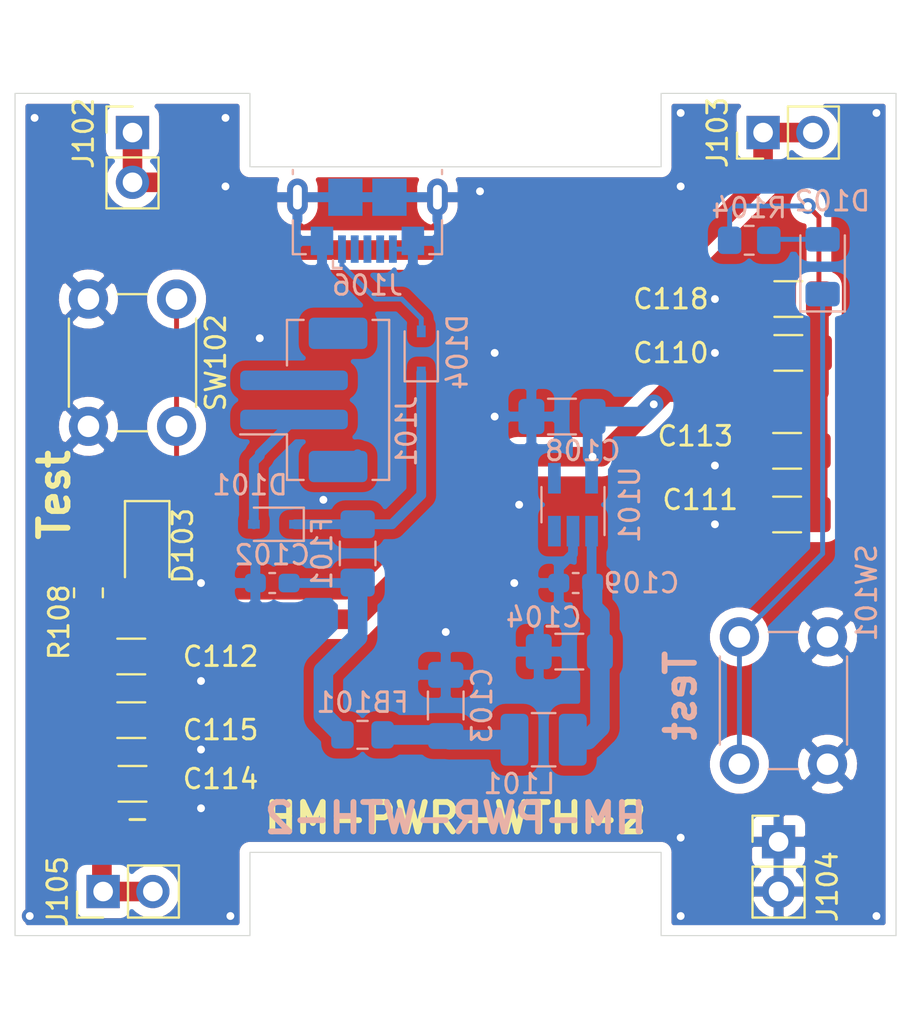
<source format=kicad_pcb>
(kicad_pcb (version 20171130) (host pcbnew 5.1.9-1.fc33)

  (general
    (thickness 1.6)
    (drawings 17)
    (tracks 119)
    (zones 0)
    (modules 30)
    (nets 20)
  )

  (page A4)
  (layers
    (0 F.Cu signal)
    (31 B.Cu signal)
    (32 B.Adhes user)
    (33 F.Adhes user)
    (34 B.Paste user)
    (35 F.Paste user)
    (36 B.SilkS user)
    (37 F.SilkS user)
    (38 B.Mask user)
    (39 F.Mask user)
    (40 Dwgs.User user)
    (41 Cmts.User user hide)
    (42 Eco1.User user)
    (43 Eco2.User user)
    (44 Edge.Cuts user)
    (45 Margin user hide)
    (46 B.CrtYd user hide)
    (47 F.CrtYd user hide)
    (48 B.Fab user)
    (49 F.Fab user)
  )

  (setup
    (last_trace_width 1)
    (user_trace_width 0.5)
    (user_trace_width 1)
    (trace_clearance 0.2)
    (zone_clearance 0.508)
    (zone_45_only no)
    (trace_min 0.2)
    (via_size 0.8)
    (via_drill 0.4)
    (via_min_size 0.4)
    (via_min_drill 0.3)
    (uvia_size 0.3)
    (uvia_drill 0.1)
    (uvias_allowed no)
    (uvia_min_size 0.2)
    (uvia_min_drill 0.1)
    (edge_width 0.05)
    (segment_width 0.2)
    (pcb_text_width 0.3)
    (pcb_text_size 1.5 1.5)
    (mod_edge_width 0.12)
    (mod_text_size 1 1)
    (mod_text_width 0.15)
    (pad_size 1.524 1.524)
    (pad_drill 0.762)
    (pad_to_mask_clearance 0)
    (aux_axis_origin 0 0)
    (visible_elements FFFFFF7F)
    (pcbplotparams
      (layerselection 0x010fc_ffffffff)
      (usegerberextensions false)
      (usegerberattributes true)
      (usegerberadvancedattributes true)
      (creategerberjobfile true)
      (excludeedgelayer true)
      (linewidth 0.100000)
      (plotframeref false)
      (viasonmask false)
      (mode 1)
      (useauxorigin false)
      (hpglpennumber 1)
      (hpglpenspeed 20)
      (hpglpendiameter 15.000000)
      (psnegative false)
      (psa4output false)
      (plotreference true)
      (plotvalue true)
      (plotinvisibletext false)
      (padsonsilk false)
      (subtractmaskfromsilk false)
      (outputformat 1)
      (mirror false)
      (drillshape 1)
      (scaleselection 1)
      (outputdirectory ""))
  )

  (net 0 "")
  (net 1 GND)
  (net 2 VIN)
  (net 3 "Net-(C103-Pad1)")
  (net 4 +24V)
  (net 5 3V0)
  (net 6 "Net-(D101-Pad2)")
  (net 7 "Net-(D102-Pad2)")
  (net 8 "Net-(D102-Pad1)")
  (net 9 "Net-(D103-Pad2)")
  (net 10 "Net-(D103-Pad1)")
  (net 11 "Net-(J102-Pad1)")
  (net 12 VIN_POL)
  (net 13 "Net-(D104-Pad2)")
  (net 14 "Net-(J106-Pad2)")
  (net 15 "Net-(J106-Pad3)")
  (net 16 "Net-(J106-Pad4)")
  (net 17 "Net-(J101-Pad2)")
  (net 18 "Net-(U101-Pad4)")
  (net 19 "Net-(U101-Pad3)")

  (net_class Default "This is the default net class."
    (clearance 0.2)
    (trace_width 0.25)
    (via_dia 0.8)
    (via_drill 0.4)
    (uvia_dia 0.3)
    (uvia_drill 0.1)
    (add_net +24V)
    (add_net 3V0)
    (add_net GND)
    (add_net "Net-(C103-Pad1)")
    (add_net "Net-(D101-Pad2)")
    (add_net "Net-(D102-Pad1)")
    (add_net "Net-(D102-Pad2)")
    (add_net "Net-(D103-Pad1)")
    (add_net "Net-(D103-Pad2)")
    (add_net "Net-(D104-Pad2)")
    (add_net "Net-(J101-Pad2)")
    (add_net "Net-(J102-Pad1)")
    (add_net "Net-(J106-Pad2)")
    (add_net "Net-(J106-Pad3)")
    (add_net "Net-(J106-Pad4)")
    (add_net "Net-(U101-Pad3)")
    (add_net "Net-(U101-Pad4)")
    (add_net VIN)
    (add_net VIN_POL)
  )

  (module Capacitor_SMD:C_0603_1608Metric_Pad1.08x0.95mm_HandSolder (layer B.Cu) (tedit 5F68FEEF) (tstamp 60698CBD)
    (at 103.6375 100)
    (descr "Capacitor SMD 0603 (1608 Metric), square (rectangular) end terminal, IPC_7351 nominal with elongated pad for handsoldering. (Body size source: IPC-SM-782 page 76, https://www.pcb-3d.com/wordpress/wp-content/uploads/ipc-sm-782a_amendment_1_and_2.pdf), generated with kicad-footprint-generator")
    (tags "capacitor handsolder")
    (path /6071150E)
    (attr smd)
    (fp_text reference C109 (at 3.3625 0) (layer B.SilkS)
      (effects (font (size 1 1) (thickness 0.15)) (justify mirror))
    )
    (fp_text value 10n (at 0 -1.43) (layer B.Fab)
      (effects (font (size 1 1) (thickness 0.15)) (justify mirror))
    )
    (fp_line (start -0.8 -0.4) (end -0.8 0.4) (layer B.Fab) (width 0.1))
    (fp_line (start -0.8 0.4) (end 0.8 0.4) (layer B.Fab) (width 0.1))
    (fp_line (start 0.8 0.4) (end 0.8 -0.4) (layer B.Fab) (width 0.1))
    (fp_line (start 0.8 -0.4) (end -0.8 -0.4) (layer B.Fab) (width 0.1))
    (fp_line (start -0.146267 0.51) (end 0.146267 0.51) (layer B.SilkS) (width 0.12))
    (fp_line (start -0.146267 -0.51) (end 0.146267 -0.51) (layer B.SilkS) (width 0.12))
    (fp_line (start -1.65 -0.73) (end -1.65 0.73) (layer B.CrtYd) (width 0.05))
    (fp_line (start -1.65 0.73) (end 1.65 0.73) (layer B.CrtYd) (width 0.05))
    (fp_line (start 1.65 0.73) (end 1.65 -0.73) (layer B.CrtYd) (width 0.05))
    (fp_line (start 1.65 -0.73) (end -1.65 -0.73) (layer B.CrtYd) (width 0.05))
    (fp_text user %R (at 0 0) (layer B.Fab)
      (effects (font (size 0.4 0.4) (thickness 0.06)) (justify mirror))
    )
    (pad 2 smd roundrect (at 0.8625 0) (size 1.075 0.95) (layers B.Cu B.Paste B.Mask) (roundrect_rratio 0.25)
      (net 4 +24V))
    (pad 1 smd roundrect (at -0.8625 0) (size 1.075 0.95) (layers B.Cu B.Paste B.Mask) (roundrect_rratio 0.25)
      (net 1 GND))
    (model ${KISYS3DMOD}/Capacitor_SMD.3dshapes/C_0603_1608Metric.wrl
      (at (xyz 0 0 0))
      (scale (xyz 1 1 1))
      (rotate (xyz 0 0 0))
    )
  )

  (module Package_TO_SOT_SMD:SOT-23-5_HandSoldering (layer B.Cu) (tedit 5A0AB76C) (tstamp 6078AADA)
    (at 103.5 96 90)
    (descr "5-pin SOT23 package")
    (tags "SOT-23-5 hand-soldering")
    (path /60792795)
    (attr smd)
    (fp_text reference U101 (at 0 2.9 90) (layer B.SilkS)
      (effects (font (size 1 1) (thickness 0.15)) (justify mirror))
    )
    (fp_text value TPS70930QDBVRQ1 (at 0 -2.9 90) (layer B.Fab)
      (effects (font (size 1 1) (thickness 0.15)) (justify mirror))
    )
    (fp_text user %R (at 0 0 180) (layer B.Fab)
      (effects (font (size 0.5 0.5) (thickness 0.075)) (justify mirror))
    )
    (fp_line (start -0.9 -1.61) (end 0.9 -1.61) (layer B.SilkS) (width 0.12))
    (fp_line (start 0.9 1.61) (end -1.55 1.61) (layer B.SilkS) (width 0.12))
    (fp_line (start -0.9 0.9) (end -0.25 1.55) (layer B.Fab) (width 0.1))
    (fp_line (start 0.9 1.55) (end -0.25 1.55) (layer B.Fab) (width 0.1))
    (fp_line (start -0.9 0.9) (end -0.9 -1.55) (layer B.Fab) (width 0.1))
    (fp_line (start 0.9 -1.55) (end -0.9 -1.55) (layer B.Fab) (width 0.1))
    (fp_line (start 0.9 1.55) (end 0.9 -1.55) (layer B.Fab) (width 0.1))
    (fp_line (start -2.38 1.8) (end 2.38 1.8) (layer B.CrtYd) (width 0.05))
    (fp_line (start -2.38 1.8) (end -2.38 -1.8) (layer B.CrtYd) (width 0.05))
    (fp_line (start 2.38 -1.8) (end 2.38 1.8) (layer B.CrtYd) (width 0.05))
    (fp_line (start 2.38 -1.8) (end -2.38 -1.8) (layer B.CrtYd) (width 0.05))
    (pad 5 smd rect (at 1.35 0.95 90) (size 1.56 0.65) (layers B.Cu B.Paste B.Mask)
      (net 5 3V0))
    (pad 4 smd rect (at 1.35 -0.95 90) (size 1.56 0.65) (layers B.Cu B.Paste B.Mask)
      (net 18 "Net-(U101-Pad4)"))
    (pad 3 smd rect (at -1.35 -0.95 90) (size 1.56 0.65) (layers B.Cu B.Paste B.Mask)
      (net 19 "Net-(U101-Pad3)"))
    (pad 2 smd rect (at -1.35 0 90) (size 1.56 0.65) (layers B.Cu B.Paste B.Mask)
      (net 1 GND))
    (pad 1 smd rect (at -1.35 0.95 90) (size 1.56 0.65) (layers B.Cu B.Paste B.Mask)
      (net 4 +24V))
    (model ${KISYS3DMOD}/Package_TO_SOT_SMD.3dshapes/SOT-23-5.wrl
      (at (xyz 0 0 0))
      (scale (xyz 1 1 1))
      (rotate (xyz 0 0 0))
    )
  )

  (module Capacitor_SMD:C_1206_3216Metric_Pad1.33x1.80mm_HandSolder (layer F.Cu) (tedit 5F68FEEF) (tstamp 606C6C6E)
    (at 114.5 85.5)
    (descr "Capacitor SMD 1206 (3216 Metric), square (rectangular) end terminal, IPC_7351 nominal with elongated pad for handsoldering. (Body size source: IPC-SM-782 page 76, https://www.pcb-3d.com/wordpress/wp-content/uploads/ipc-sm-782a_amendment_1_and_2.pdf), generated with kicad-footprint-generator")
    (tags "capacitor handsolder")
    (path /607A4AA8)
    (attr smd)
    (fp_text reference C118 (at -6 0) (layer F.SilkS)
      (effects (font (size 1 1) (thickness 0.15)))
    )
    (fp_text value 4u7 (at 0 1.85) (layer F.Fab)
      (effects (font (size 1 1) (thickness 0.15)))
    )
    (fp_line (start 2.48 1.15) (end -2.48 1.15) (layer F.CrtYd) (width 0.05))
    (fp_line (start 2.48 -1.15) (end 2.48 1.15) (layer F.CrtYd) (width 0.05))
    (fp_line (start -2.48 -1.15) (end 2.48 -1.15) (layer F.CrtYd) (width 0.05))
    (fp_line (start -2.48 1.15) (end -2.48 -1.15) (layer F.CrtYd) (width 0.05))
    (fp_line (start -0.711252 0.91) (end 0.711252 0.91) (layer F.SilkS) (width 0.12))
    (fp_line (start -0.711252 -0.91) (end 0.711252 -0.91) (layer F.SilkS) (width 0.12))
    (fp_line (start 1.6 0.8) (end -1.6 0.8) (layer F.Fab) (width 0.1))
    (fp_line (start 1.6 -0.8) (end 1.6 0.8) (layer F.Fab) (width 0.1))
    (fp_line (start -1.6 -0.8) (end 1.6 -0.8) (layer F.Fab) (width 0.1))
    (fp_line (start -1.6 0.8) (end -1.6 -0.8) (layer F.Fab) (width 0.1))
    (fp_text user %R (at 4.25 -1.25 270) (layer F.Fab)
      (effects (font (size 0.8 0.8) (thickness 0.12)))
    )
    (pad 2 smd roundrect (at 1.5625 0) (size 1.325 1.8) (layers F.Cu F.Paste F.Mask) (roundrect_rratio 0.188679)
      (net 5 3V0))
    (pad 1 smd roundrect (at -1.5625 0) (size 1.325 1.8) (layers F.Cu F.Paste F.Mask) (roundrect_rratio 0.188679)
      (net 1 GND))
    (model ${KISYS3DMOD}/Capacitor_SMD.3dshapes/C_1206_3216Metric.wrl
      (at (xyz 0 0 0))
      (scale (xyz 1 1 1))
      (rotate (xyz 0 0 0))
    )
  )

  (module Capacitor_SMD:C_1206_3216Metric_Pad1.33x1.80mm_HandSolder (layer B.Cu) (tedit 5F68FEEF) (tstamp 6069062E)
    (at 102.9375 91.5)
    (descr "Capacitor SMD 1206 (3216 Metric), square (rectangular) end terminal, IPC_7351 nominal with elongated pad for handsoldering. (Body size source: IPC-SM-782 page 76, https://www.pcb-3d.com/wordpress/wp-content/uploads/ipc-sm-782a_amendment_1_and_2.pdf), generated with kicad-footprint-generator")
    (tags "capacitor handsolder")
    (path /6067EABC)
    (attr smd)
    (fp_text reference C108 (at 1.0625 1.75) (layer B.SilkS)
      (effects (font (size 1 1) (thickness 0.15)) (justify mirror))
    )
    (fp_text value 4u7 (at 0 -1.85) (layer B.Fab)
      (effects (font (size 1 1) (thickness 0.15)) (justify mirror))
    )
    (fp_line (start 2.48 -1.15) (end -2.48 -1.15) (layer B.CrtYd) (width 0.05))
    (fp_line (start 2.48 1.15) (end 2.48 -1.15) (layer B.CrtYd) (width 0.05))
    (fp_line (start -2.48 1.15) (end 2.48 1.15) (layer B.CrtYd) (width 0.05))
    (fp_line (start -2.48 -1.15) (end -2.48 1.15) (layer B.CrtYd) (width 0.05))
    (fp_line (start -0.711252 -0.91) (end 0.711252 -0.91) (layer B.SilkS) (width 0.12))
    (fp_line (start -0.711252 0.91) (end 0.711252 0.91) (layer B.SilkS) (width 0.12))
    (fp_line (start 1.6 -0.8) (end -1.6 -0.8) (layer B.Fab) (width 0.1))
    (fp_line (start 1.6 0.8) (end 1.6 -0.8) (layer B.Fab) (width 0.1))
    (fp_line (start -1.6 0.8) (end 1.6 0.8) (layer B.Fab) (width 0.1))
    (fp_line (start -1.6 -0.8) (end -1.6 0.8) (layer B.Fab) (width 0.1))
    (fp_text user %R (at 0 0) (layer B.Fab)
      (effects (font (size 0.8 0.8) (thickness 0.12)) (justify mirror))
    )
    (pad 2 smd roundrect (at 1.5625 0) (size 1.325 1.8) (layers B.Cu B.Paste B.Mask) (roundrect_rratio 0.188679)
      (net 5 3V0))
    (pad 1 smd roundrect (at -1.5625 0) (size 1.325 1.8) (layers B.Cu B.Paste B.Mask) (roundrect_rratio 0.188679)
      (net 1 GND))
    (model ${KISYS3DMOD}/Capacitor_SMD.3dshapes/C_1206_3216Metric.wrl
      (at (xyz 0 0 0))
      (scale (xyz 1 1 1))
      (rotate (xyz 0 0 0))
    )
  )

  (module Connector_USB:USB_Micro-B_GCT_USB3076-30-A (layer B.Cu) (tedit 5A170D03) (tstamp 607329DC)
    (at 93 81.5)
    (descr "GCT Micro USB https://gct.co/files/drawings/usb3076.pdf")
    (tags "Micro-USB SMD Typ-B GCT")
    (path /60751B02)
    (attr smd)
    (fp_text reference J106 (at 0 3.3 180) (layer B.SilkS)
      (effects (font (size 1 1) (thickness 0.15)) (justify mirror))
    )
    (fp_text value USB_B_Micro (at 0 -5.2 180) (layer B.Fab)
      (effects (font (size 1 1) (thickness 0.15)) (justify mirror))
    )
    (fp_line (start -1.1 2.16) (end -1.1 1.95) (layer B.Fab) (width 0.1))
    (fp_line (start -1.5 2.16) (end -1.5 1.95) (layer B.Fab) (width 0.1))
    (fp_line (start -1.5 2.16) (end -1.1 2.16) (layer B.Fab) (width 0.1))
    (fp_line (start -1.1 1.95) (end -1.3 1.75) (layer B.Fab) (width 0.1))
    (fp_line (start -1.3 1.75) (end -1.5 1.95) (layer B.Fab) (width 0.1))
    (fp_line (start -1.76 2.41) (end -1.76 2.02) (layer B.SilkS) (width 0.12))
    (fp_line (start -1.76 2.41) (end -1.31 2.41) (layer B.SilkS) (width 0.12))
    (fp_line (start 3.81 1.71) (end 3.16 1.71) (layer B.SilkS) (width 0.12))
    (fp_line (start 3.81 -0.02) (end 3.81 1.71) (layer B.SilkS) (width 0.12))
    (fp_line (start -3.81 -2.59) (end -3.81 -2.38) (layer B.SilkS) (width 0.12))
    (fp_line (start -3.7 -3.95) (end -3.7 1.6) (layer B.Fab) (width 0.1))
    (fp_line (start -3.7 1.6) (end 3.7 1.6) (layer B.Fab) (width 0.1))
    (fp_line (start -3.7 -3.95) (end 3.7 -3.95) (layer B.Fab) (width 0.1))
    (fp_line (start -3 -2.65) (end 3 -2.65) (layer B.Fab) (width 0.1))
    (fp_line (start 3.7 -3.95) (end 3.7 1.6) (layer B.Fab) (width 0.1))
    (fp_line (start 3.81 -2.59) (end 3.81 -2.38) (layer B.SilkS) (width 0.12))
    (fp_line (start -3.81 -0.02) (end -3.81 1.71) (layer B.SilkS) (width 0.12))
    (fp_line (start -3.81 1.71) (end -3.15 1.71) (layer B.SilkS) (width 0.12))
    (fp_line (start -4.6 -4.45) (end -4.6 2.65) (layer B.CrtYd) (width 0.05))
    (fp_line (start -4.6 2.65) (end 4.6 2.65) (layer B.CrtYd) (width 0.05))
    (fp_line (start 4.6 2.65) (end 4.6 -4.45) (layer B.CrtYd) (width 0.05))
    (fp_line (start -4.6 -4.45) (end 4.6 -4.45) (layer B.CrtYd) (width 0.05))
    (fp_text user %R (at 0 -0.85 180) (layer B.Fab)
      (effects (font (size 1 1) (thickness 0.15)) (justify mirror))
    )
    (fp_text user "PCB Edge" (at 0 -2.65 180) (layer Dwgs.User)
      (effects (font (size 0.5 0.5) (thickness 0.08)))
    )
    (pad 6 smd rect (at -2.32 1.03) (size 1.15 1.45) (layers B.Cu B.Paste B.Mask)
      (net 1 GND))
    (pad 6 smd rect (at 2.32 1.03) (size 1.15 1.45) (layers B.Cu B.Paste B.Mask)
      (net 1 GND))
    (pad 6 thru_hole oval (at 3.575 -1.2) (size 1.05 1.9) (drill oval 0.45 1.25) (layers *.Cu *.Mask)
      (net 1 GND))
    (pad 6 thru_hole oval (at -3.575 -1.2 180) (size 1.05 1.9) (drill oval 0.45 1.25) (layers *.Cu *.Mask)
      (net 1 GND))
    (pad 6 smd rect (at -1.125 -1.2) (size 1.75 1.9) (layers B.Cu B.Paste B.Mask)
      (net 1 GND))
    (pad 3 smd rect (at 0 1.45) (size 0.4 1.4) (layers B.Cu B.Paste B.Mask)
      (net 15 "Net-(J106-Pad3)"))
    (pad 4 smd rect (at 0.65 1.45) (size 0.4 1.4) (layers B.Cu B.Paste B.Mask)
      (net 16 "Net-(J106-Pad4)"))
    (pad 5 smd rect (at 1.3 1.45) (size 0.4 1.4) (layers B.Cu B.Paste B.Mask)
      (net 1 GND))
    (pad 1 smd rect (at -1.3 1.45) (size 0.4 1.4) (layers B.Cu B.Paste B.Mask)
      (net 13 "Net-(D104-Pad2)"))
    (pad 2 smd rect (at -0.65 1.45) (size 0.4 1.4) (layers B.Cu B.Paste B.Mask)
      (net 14 "Net-(J106-Pad2)"))
    (pad 6 smd rect (at 1.125 -1.2) (size 1.75 1.9) (layers B.Cu B.Paste B.Mask)
      (net 1 GND))
    (model ${KISYS3DMOD}/Connector_USB.3dshapes/USB_Micro-B_GCT_USB3076-30-A.wrl
      (at (xyz 0 0 0))
      (scale (xyz 1 1 1))
      (rotate (xyz 0 0 0))
    )
  )

  (module Diode_SMD:D_SOD-323 (layer B.Cu) (tedit 58641739) (tstamp 6072E1CB)
    (at 95.75 88.2 90)
    (descr SOD-323)
    (tags SOD-323)
    (path /6073426A)
    (attr smd)
    (fp_text reference D104 (at 0 1.85 270) (layer B.SilkS)
      (effects (font (size 1 1) (thickness 0.15)) (justify mirror))
    )
    (fp_text value "PMEG 4010BEA NXP" (at 0.1 -1.9 270) (layer B.Fab)
      (effects (font (size 1 1) (thickness 0.15)) (justify mirror))
    )
    (fp_line (start -1.5 0.85) (end 1.05 0.85) (layer B.SilkS) (width 0.12))
    (fp_line (start -1.5 -0.85) (end 1.05 -0.85) (layer B.SilkS) (width 0.12))
    (fp_line (start -1.6 0.95) (end -1.6 -0.95) (layer B.CrtYd) (width 0.05))
    (fp_line (start -1.6 -0.95) (end 1.6 -0.95) (layer B.CrtYd) (width 0.05))
    (fp_line (start 1.6 0.95) (end 1.6 -0.95) (layer B.CrtYd) (width 0.05))
    (fp_line (start -1.6 0.95) (end 1.6 0.95) (layer B.CrtYd) (width 0.05))
    (fp_line (start -0.9 0.7) (end 0.9 0.7) (layer B.Fab) (width 0.1))
    (fp_line (start 0.9 0.7) (end 0.9 -0.7) (layer B.Fab) (width 0.1))
    (fp_line (start 0.9 -0.7) (end -0.9 -0.7) (layer B.Fab) (width 0.1))
    (fp_line (start -0.9 -0.7) (end -0.9 0.7) (layer B.Fab) (width 0.1))
    (fp_line (start -0.3 0.35) (end -0.3 -0.35) (layer B.Fab) (width 0.1))
    (fp_line (start -0.3 0) (end -0.5 0) (layer B.Fab) (width 0.1))
    (fp_line (start -0.3 0) (end 0.2 0.35) (layer B.Fab) (width 0.1))
    (fp_line (start 0.2 0.35) (end 0.2 -0.35) (layer B.Fab) (width 0.1))
    (fp_line (start 0.2 -0.35) (end -0.3 0) (layer B.Fab) (width 0.1))
    (fp_line (start 0.2 0) (end 0.45 0) (layer B.Fab) (width 0.1))
    (fp_line (start -1.5 0.85) (end -1.5 -0.85) (layer B.SilkS) (width 0.12))
    (fp_text user %R (at 0 1.85 270) (layer B.Fab)
      (effects (font (size 1 1) (thickness 0.15)) (justify mirror))
    )
    (pad 2 smd rect (at 1.05 0 90) (size 0.6 0.45) (layers B.Cu B.Paste B.Mask)
      (net 13 "Net-(D104-Pad2)"))
    (pad 1 smd rect (at -1.05 0 90) (size 0.6 0.45) (layers B.Cu B.Paste B.Mask)
      (net 12 VIN_POL))
    (model ${KISYS3DMOD}/Diode_SMD.3dshapes/D_SOD-323.wrl
      (at (xyz 0 0 0))
      (scale (xyz 1 1 1))
      (rotate (xyz 0 0 0))
    )
  )

  (module Capacitor_SMD:C_0603_1608Metric_Pad1.08x0.95mm_HandSolder (layer B.Cu) (tedit 5F68FEEF) (tstamp 6069859F)
    (at 88.1375 100 180)
    (descr "Capacitor SMD 0603 (1608 Metric), square (rectangular) end terminal, IPC_7351 nominal with elongated pad for handsoldering. (Body size source: IPC-SM-782 page 76, https://www.pcb-3d.com/wordpress/wp-content/uploads/ipc-sm-782a_amendment_1_and_2.pdf), generated with kicad-footprint-generator")
    (tags "capacitor handsolder")
    (path /6067A016)
    (attr smd)
    (fp_text reference C102 (at 0 1.43) (layer B.SilkS)
      (effects (font (size 1 1) (thickness 0.15)) (justify mirror))
    )
    (fp_text value 100n (at 0 -1.43) (layer B.Fab)
      (effects (font (size 1 1) (thickness 0.15)) (justify mirror))
    )
    (fp_line (start -0.8 -0.4) (end -0.8 0.4) (layer B.Fab) (width 0.1))
    (fp_line (start -0.8 0.4) (end 0.8 0.4) (layer B.Fab) (width 0.1))
    (fp_line (start 0.8 0.4) (end 0.8 -0.4) (layer B.Fab) (width 0.1))
    (fp_line (start 0.8 -0.4) (end -0.8 -0.4) (layer B.Fab) (width 0.1))
    (fp_line (start -0.146267 0.51) (end 0.146267 0.51) (layer B.SilkS) (width 0.12))
    (fp_line (start -0.146267 -0.51) (end 0.146267 -0.51) (layer B.SilkS) (width 0.12))
    (fp_line (start -1.65 -0.73) (end -1.65 0.73) (layer B.CrtYd) (width 0.05))
    (fp_line (start -1.65 0.73) (end 1.65 0.73) (layer B.CrtYd) (width 0.05))
    (fp_line (start 1.65 0.73) (end 1.65 -0.73) (layer B.CrtYd) (width 0.05))
    (fp_line (start 1.65 -0.73) (end -1.65 -0.73) (layer B.CrtYd) (width 0.05))
    (fp_text user %R (at 0 0) (layer B.Fab)
      (effects (font (size 0.4 0.4) (thickness 0.06)) (justify mirror))
    )
    (pad 2 smd roundrect (at 0.8625 0 180) (size 1.075 0.95) (layers B.Cu B.Paste B.Mask) (roundrect_rratio 0.25)
      (net 1 GND))
    (pad 1 smd roundrect (at -0.8625 0 180) (size 1.075 0.95) (layers B.Cu B.Paste B.Mask) (roundrect_rratio 0.25)
      (net 2 VIN))
    (model ${KISYS3DMOD}/Capacitor_SMD.3dshapes/C_0603_1608Metric.wrl
      (at (xyz 0 0 0))
      (scale (xyz 1 1 1))
      (rotate (xyz 0 0 0))
    )
  )

  (module Capacitor_SMD:C_1206_3216Metric_Pad1.33x1.80mm_HandSolder (layer F.Cu) (tedit 5F68FEEF) (tstamp 6069EB6A)
    (at 80.9375 107)
    (descr "Capacitor SMD 1206 (3216 Metric), square (rectangular) end terminal, IPC_7351 nominal with elongated pad for handsoldering. (Body size source: IPC-SM-782 page 76, https://www.pcb-3d.com/wordpress/wp-content/uploads/ipc-sm-782a_amendment_1_and_2.pdf), generated with kicad-footprint-generator")
    (tags "capacitor handsolder")
    (path /6074F620)
    (attr smd)
    (fp_text reference C115 (at 4.5625 0.5) (layer F.SilkS)
      (effects (font (size 1 1) (thickness 0.15)))
    )
    (fp_text value 4u7 (at 0 1.85) (layer F.Fab)
      (effects (font (size 1 1) (thickness 0.15)))
    )
    (fp_line (start -1.6 0.8) (end -1.6 -0.8) (layer F.Fab) (width 0.1))
    (fp_line (start -1.6 -0.8) (end 1.6 -0.8) (layer F.Fab) (width 0.1))
    (fp_line (start 1.6 -0.8) (end 1.6 0.8) (layer F.Fab) (width 0.1))
    (fp_line (start 1.6 0.8) (end -1.6 0.8) (layer F.Fab) (width 0.1))
    (fp_line (start -0.711252 -0.91) (end 0.711252 -0.91) (layer F.SilkS) (width 0.12))
    (fp_line (start -0.711252 0.91) (end 0.711252 0.91) (layer F.SilkS) (width 0.12))
    (fp_line (start -2.48 1.15) (end -2.48 -1.15) (layer F.CrtYd) (width 0.05))
    (fp_line (start -2.48 -1.15) (end 2.48 -1.15) (layer F.CrtYd) (width 0.05))
    (fp_line (start 2.48 -1.15) (end 2.48 1.15) (layer F.CrtYd) (width 0.05))
    (fp_line (start 2.48 1.15) (end -2.48 1.15) (layer F.CrtYd) (width 0.05))
    (fp_text user %R (at 0 0) (layer F.Fab)
      (effects (font (size 0.8 0.8) (thickness 0.12)))
    )
    (pad 2 smd roundrect (at 1.5625 0) (size 1.325 1.8) (layers F.Cu F.Paste F.Mask) (roundrect_rratio 0.188679)
      (net 1 GND))
    (pad 1 smd roundrect (at -1.5625 0) (size 1.325 1.8) (layers F.Cu F.Paste F.Mask) (roundrect_rratio 0.188679)
      (net 5 3V0))
    (model ${KISYS3DMOD}/Capacitor_SMD.3dshapes/C_1206_3216Metric.wrl
      (at (xyz 0 0 0))
      (scale (xyz 1 1 1))
      (rotate (xyz 0 0 0))
    )
  )

  (module Capacitor_SMD:C_1206_3216Metric_Pad1.33x1.80mm_HandSolder (layer F.Cu) (tedit 5F68FEEF) (tstamp 6069EB59)
    (at 81 110.25)
    (descr "Capacitor SMD 1206 (3216 Metric), square (rectangular) end terminal, IPC_7351 nominal with elongated pad for handsoldering. (Body size source: IPC-SM-782 page 76, https://www.pcb-3d.com/wordpress/wp-content/uploads/ipc-sm-782a_amendment_1_and_2.pdf), generated with kicad-footprint-generator")
    (tags "capacitor handsolder")
    (path /6074F61A)
    (attr smd)
    (fp_text reference C114 (at 4.5 -0.25) (layer F.SilkS)
      (effects (font (size 1 1) (thickness 0.15)))
    )
    (fp_text value 4u7 (at 0 1.85) (layer F.Fab)
      (effects (font (size 1 1) (thickness 0.15)))
    )
    (fp_line (start -1.6 0.8) (end -1.6 -0.8) (layer F.Fab) (width 0.1))
    (fp_line (start -1.6 -0.8) (end 1.6 -0.8) (layer F.Fab) (width 0.1))
    (fp_line (start 1.6 -0.8) (end 1.6 0.8) (layer F.Fab) (width 0.1))
    (fp_line (start 1.6 0.8) (end -1.6 0.8) (layer F.Fab) (width 0.1))
    (fp_line (start -0.711252 -0.91) (end 0.711252 -0.91) (layer F.SilkS) (width 0.12))
    (fp_line (start -0.711252 0.91) (end 0.711252 0.91) (layer F.SilkS) (width 0.12))
    (fp_line (start -2.48 1.15) (end -2.48 -1.15) (layer F.CrtYd) (width 0.05))
    (fp_line (start -2.48 -1.15) (end 2.48 -1.15) (layer F.CrtYd) (width 0.05))
    (fp_line (start 2.48 -1.15) (end 2.48 1.15) (layer F.CrtYd) (width 0.05))
    (fp_line (start 2.48 1.15) (end -2.48 1.15) (layer F.CrtYd) (width 0.05))
    (fp_text user %R (at 0 0) (layer F.Fab)
      (effects (font (size 0.8 0.8) (thickness 0.12)))
    )
    (pad 2 smd roundrect (at 1.5625 0) (size 1.325 1.8) (layers F.Cu F.Paste F.Mask) (roundrect_rratio 0.188679)
      (net 1 GND))
    (pad 1 smd roundrect (at -1.5625 0) (size 1.325 1.8) (layers F.Cu F.Paste F.Mask) (roundrect_rratio 0.188679)
      (net 5 3V0))
    (model ${KISYS3DMOD}/Capacitor_SMD.3dshapes/C_1206_3216Metric.wrl
      (at (xyz 0 0 0))
      (scale (xyz 1 1 1))
      (rotate (xyz 0 0 0))
    )
  )

  (module Capacitor_SMD:C_1206_3216Metric_Pad1.33x1.80mm_HandSolder (layer F.Cu) (tedit 5F68FEEF) (tstamp 6069EB48)
    (at 114.4375 93.25 180)
    (descr "Capacitor SMD 1206 (3216 Metric), square (rectangular) end terminal, IPC_7351 nominal with elongated pad for handsoldering. (Body size source: IPC-SM-782 page 76, https://www.pcb-3d.com/wordpress/wp-content/uploads/ipc-sm-782a_amendment_1_and_2.pdf), generated with kicad-footprint-generator")
    (tags "capacitor handsolder")
    (path /6074F614)
    (attr smd)
    (fp_text reference C113 (at 4.6875 0.75 180) (layer F.SilkS)
      (effects (font (size 1 1) (thickness 0.15)))
    )
    (fp_text value 4u7 (at 0 1.85) (layer F.Fab)
      (effects (font (size 1 1) (thickness 0.15)))
    )
    (fp_line (start -1.6 0.8) (end -1.6 -0.8) (layer F.Fab) (width 0.1))
    (fp_line (start -1.6 -0.8) (end 1.6 -0.8) (layer F.Fab) (width 0.1))
    (fp_line (start 1.6 -0.8) (end 1.6 0.8) (layer F.Fab) (width 0.1))
    (fp_line (start 1.6 0.8) (end -1.6 0.8) (layer F.Fab) (width 0.1))
    (fp_line (start -0.711252 -0.91) (end 0.711252 -0.91) (layer F.SilkS) (width 0.12))
    (fp_line (start -0.711252 0.91) (end 0.711252 0.91) (layer F.SilkS) (width 0.12))
    (fp_line (start -2.48 1.15) (end -2.48 -1.15) (layer F.CrtYd) (width 0.05))
    (fp_line (start -2.48 -1.15) (end 2.48 -1.15) (layer F.CrtYd) (width 0.05))
    (fp_line (start 2.48 -1.15) (end 2.48 1.15) (layer F.CrtYd) (width 0.05))
    (fp_line (start 2.48 1.15) (end -2.48 1.15) (layer F.CrtYd) (width 0.05))
    (fp_text user %R (at -4.3125 0.5 270) (layer F.Fab)
      (effects (font (size 0.8 0.8) (thickness 0.12)))
    )
    (pad 2 smd roundrect (at 1.5625 0 180) (size 1.325 1.8) (layers F.Cu F.Paste F.Mask) (roundrect_rratio 0.188679)
      (net 1 GND))
    (pad 1 smd roundrect (at -1.5625 0 180) (size 1.325 1.8) (layers F.Cu F.Paste F.Mask) (roundrect_rratio 0.188679)
      (net 5 3V0))
    (model ${KISYS3DMOD}/Capacitor_SMD.3dshapes/C_1206_3216Metric.wrl
      (at (xyz 0 0 0))
      (scale (xyz 1 1 1))
      (rotate (xyz 0 0 0))
    )
  )

  (module Capacitor_SMD:C_1206_3216Metric_Pad1.33x1.80mm_HandSolder (layer F.Cu) (tedit 5F68FEEF) (tstamp 6069EB37)
    (at 80.9375 103.75)
    (descr "Capacitor SMD 1206 (3216 Metric), square (rectangular) end terminal, IPC_7351 nominal with elongated pad for handsoldering. (Body size source: IPC-SM-782 page 76, https://www.pcb-3d.com/wordpress/wp-content/uploads/ipc-sm-782a_amendment_1_and_2.pdf), generated with kicad-footprint-generator")
    (tags "capacitor handsolder")
    (path /6074A0D1)
    (attr smd)
    (fp_text reference C112 (at 4.5625 0) (layer F.SilkS)
      (effects (font (size 1 1) (thickness 0.15)))
    )
    (fp_text value 4u7 (at 0 1.85) (layer F.Fab)
      (effects (font (size 1 1) (thickness 0.15)))
    )
    (fp_line (start -1.6 0.8) (end -1.6 -0.8) (layer F.Fab) (width 0.1))
    (fp_line (start -1.6 -0.8) (end 1.6 -0.8) (layer F.Fab) (width 0.1))
    (fp_line (start 1.6 -0.8) (end 1.6 0.8) (layer F.Fab) (width 0.1))
    (fp_line (start 1.6 0.8) (end -1.6 0.8) (layer F.Fab) (width 0.1))
    (fp_line (start -0.711252 -0.91) (end 0.711252 -0.91) (layer F.SilkS) (width 0.12))
    (fp_line (start -0.711252 0.91) (end 0.711252 0.91) (layer F.SilkS) (width 0.12))
    (fp_line (start -2.48 1.15) (end -2.48 -1.15) (layer F.CrtYd) (width 0.05))
    (fp_line (start -2.48 -1.15) (end 2.48 -1.15) (layer F.CrtYd) (width 0.05))
    (fp_line (start 2.48 -1.15) (end 2.48 1.15) (layer F.CrtYd) (width 0.05))
    (fp_line (start 2.48 1.15) (end -2.48 1.15) (layer F.CrtYd) (width 0.05))
    (fp_text user %R (at 0 0) (layer F.Fab)
      (effects (font (size 0.8 0.8) (thickness 0.12)))
    )
    (pad 2 smd roundrect (at 1.5625 0) (size 1.325 1.8) (layers F.Cu F.Paste F.Mask) (roundrect_rratio 0.188679)
      (net 1 GND))
    (pad 1 smd roundrect (at -1.5625 0) (size 1.325 1.8) (layers F.Cu F.Paste F.Mask) (roundrect_rratio 0.188679)
      (net 5 3V0))
    (model ${KISYS3DMOD}/Capacitor_SMD.3dshapes/C_1206_3216Metric.wrl
      (at (xyz 0 0 0))
      (scale (xyz 1 1 1))
      (rotate (xyz 0 0 0))
    )
  )

  (module Capacitor_SMD:C_1206_3216Metric_Pad1.33x1.80mm_HandSolder (layer F.Cu) (tedit 5F68FEEF) (tstamp 6069EB26)
    (at 114.4375 96.5 180)
    (descr "Capacitor SMD 1206 (3216 Metric), square (rectangular) end terminal, IPC_7351 nominal with elongated pad for handsoldering. (Body size source: IPC-SM-782 page 76, https://www.pcb-3d.com/wordpress/wp-content/uploads/ipc-sm-782a_amendment_1_and_2.pdf), generated with kicad-footprint-generator")
    (tags "capacitor handsolder")
    (path /60749C96)
    (attr smd)
    (fp_text reference C111 (at 4.4375 0.75) (layer F.SilkS)
      (effects (font (size 1 1) (thickness 0.15)))
    )
    (fp_text value 4u7 (at 0 1.85) (layer F.Fab)
      (effects (font (size 1 1) (thickness 0.15)))
    )
    (fp_line (start -1.6 0.8) (end -1.6 -0.8) (layer F.Fab) (width 0.1))
    (fp_line (start -1.6 -0.8) (end 1.6 -0.8) (layer F.Fab) (width 0.1))
    (fp_line (start 1.6 -0.8) (end 1.6 0.8) (layer F.Fab) (width 0.1))
    (fp_line (start 1.6 0.8) (end -1.6 0.8) (layer F.Fab) (width 0.1))
    (fp_line (start -0.711252 -0.91) (end 0.711252 -0.91) (layer F.SilkS) (width 0.12))
    (fp_line (start -0.711252 0.91) (end 0.711252 0.91) (layer F.SilkS) (width 0.12))
    (fp_line (start -2.48 1.15) (end -2.48 -1.15) (layer F.CrtYd) (width 0.05))
    (fp_line (start -2.48 -1.15) (end 2.48 -1.15) (layer F.CrtYd) (width 0.05))
    (fp_line (start 2.48 -1.15) (end 2.48 1.15) (layer F.CrtYd) (width 0.05))
    (fp_line (start 2.48 1.15) (end -2.48 1.15) (layer F.CrtYd) (width 0.05))
    (fp_text user %R (at -4.1875 0.25 90) (layer F.Fab)
      (effects (font (size 0.8 0.8) (thickness 0.12)))
    )
    (pad 2 smd roundrect (at 1.5625 0 180) (size 1.325 1.8) (layers F.Cu F.Paste F.Mask) (roundrect_rratio 0.188679)
      (net 1 GND))
    (pad 1 smd roundrect (at -1.5625 0 180) (size 1.325 1.8) (layers F.Cu F.Paste F.Mask) (roundrect_rratio 0.188679)
      (net 5 3V0))
    (model ${KISYS3DMOD}/Capacitor_SMD.3dshapes/C_1206_3216Metric.wrl
      (at (xyz 0 0 0))
      (scale (xyz 1 1 1))
      (rotate (xyz 0 0 0))
    )
  )

  (module Capacitor_SMD:C_1206_3216Metric_Pad1.33x1.80mm_HandSolder (layer F.Cu) (tedit 5F68FEEF) (tstamp 6069EB15)
    (at 114.5 88.25 180)
    (descr "Capacitor SMD 1206 (3216 Metric), square (rectangular) end terminal, IPC_7351 nominal with elongated pad for handsoldering. (Body size source: IPC-SM-782 page 76, https://www.pcb-3d.com/wordpress/wp-content/uploads/ipc-sm-782a_amendment_1_and_2.pdf), generated with kicad-footprint-generator")
    (tags "capacitor handsolder")
    (path /60748F7A)
    (attr smd)
    (fp_text reference C110 (at 6 0 180) (layer F.SilkS)
      (effects (font (size 1 1) (thickness 0.15)))
    )
    (fp_text value 4u7 (at 0 1.85) (layer F.Fab)
      (effects (font (size 1 1) (thickness 0.15)))
    )
    (fp_line (start -1.6 0.8) (end -1.6 -0.8) (layer F.Fab) (width 0.1))
    (fp_line (start -1.6 -0.8) (end 1.6 -0.8) (layer F.Fab) (width 0.1))
    (fp_line (start 1.6 -0.8) (end 1.6 0.8) (layer F.Fab) (width 0.1))
    (fp_line (start 1.6 0.8) (end -1.6 0.8) (layer F.Fab) (width 0.1))
    (fp_line (start -0.711252 -0.91) (end 0.711252 -0.91) (layer F.SilkS) (width 0.12))
    (fp_line (start -0.711252 0.91) (end 0.711252 0.91) (layer F.SilkS) (width 0.12))
    (fp_line (start -2.48 1.15) (end -2.48 -1.15) (layer F.CrtYd) (width 0.05))
    (fp_line (start -2.48 -1.15) (end 2.48 -1.15) (layer F.CrtYd) (width 0.05))
    (fp_line (start 2.48 -1.15) (end 2.48 1.15) (layer F.CrtYd) (width 0.05))
    (fp_line (start 2.48 1.15) (end -2.48 1.15) (layer F.CrtYd) (width 0.05))
    (fp_text user %R (at 0 0) (layer F.Fab)
      (effects (font (size 0.8 0.8) (thickness 0.12)))
    )
    (pad 2 smd roundrect (at 1.5625 0 180) (size 1.325 1.8) (layers F.Cu F.Paste F.Mask) (roundrect_rratio 0.188679)
      (net 1 GND))
    (pad 1 smd roundrect (at -1.5625 0 180) (size 1.325 1.8) (layers F.Cu F.Paste F.Mask) (roundrect_rratio 0.188679)
      (net 5 3V0))
    (model ${KISYS3DMOD}/Capacitor_SMD.3dshapes/C_1206_3216Metric.wrl
      (at (xyz 0 0 0))
      (scale (xyz 1 1 1))
      (rotate (xyz 0 0 0))
    )
  )

  (module Inductor_SMD:L_0805_2012Metric_Pad1.15x1.40mm_HandSolder (layer B.Cu) (tedit 5F68FEF0) (tstamp 6069CC6D)
    (at 92.75 107.75 180)
    (descr "Inductor SMD 0805 (2012 Metric), square (rectangular) end terminal, IPC_7351 nominal with elongated pad for handsoldering. (Body size source: https://docs.google.com/spreadsheets/d/1BsfQQcO9C6DZCsRaXUlFlo91Tg2WpOkGARC1WS5S8t0/edit?usp=sharing), generated with kicad-footprint-generator")
    (tags "inductor handsolder")
    (path /60687FA2)
    (attr smd)
    (fp_text reference FB101 (at 0 1.65) (layer B.SilkS)
      (effects (font (size 1 1) (thickness 0.15)) (justify mirror))
    )
    (fp_text value BLM21SP601SH1D (at 0 -1.65) (layer B.Fab)
      (effects (font (size 1 1) (thickness 0.15)) (justify mirror))
    )
    (fp_line (start -1 -0.6) (end -1 0.6) (layer B.Fab) (width 0.1))
    (fp_line (start -1 0.6) (end 1 0.6) (layer B.Fab) (width 0.1))
    (fp_line (start 1 0.6) (end 1 -0.6) (layer B.Fab) (width 0.1))
    (fp_line (start 1 -0.6) (end -1 -0.6) (layer B.Fab) (width 0.1))
    (fp_line (start -0.261252 0.71) (end 0.261252 0.71) (layer B.SilkS) (width 0.12))
    (fp_line (start -0.261252 -0.71) (end 0.261252 -0.71) (layer B.SilkS) (width 0.12))
    (fp_line (start -1.85 -0.95) (end -1.85 0.95) (layer B.CrtYd) (width 0.05))
    (fp_line (start -1.85 0.95) (end 1.85 0.95) (layer B.CrtYd) (width 0.05))
    (fp_line (start 1.85 0.95) (end 1.85 -0.95) (layer B.CrtYd) (width 0.05))
    (fp_line (start 1.85 -0.95) (end -1.85 -0.95) (layer B.CrtYd) (width 0.05))
    (fp_text user %R (at 0 0) (layer B.Fab)
      (effects (font (size 0.5 0.5) (thickness 0.08)) (justify mirror))
    )
    (pad 2 smd roundrect (at 1.025 0 180) (size 1.15 1.4) (layers B.Cu B.Paste B.Mask) (roundrect_rratio 0.217391)
      (net 2 VIN))
    (pad 1 smd roundrect (at -1.025 0 180) (size 1.15 1.4) (layers B.Cu B.Paste B.Mask) (roundrect_rratio 0.217391)
      (net 3 "Net-(C103-Pad1)"))
    (model ${KISYS3DMOD}/Inductor_SMD.3dshapes/L_0805_2012Metric.wrl
      (at (xyz 0 0 0))
      (scale (xyz 1 1 1))
      (rotate (xyz 0 0 0))
    )
  )

  (module Connector_JST:JST_PH_B2B-PH-SM4-TB_1x02-1MP_P2.00mm_Vertical (layer B.Cu) (tedit 5B78AD87) (tstamp 6069AE7B)
    (at 89.75 90.65 90)
    (descr "JST PH series connector, B2B-PH-SM4-TB (http://www.jst-mfg.com/product/pdf/eng/ePH.pdf), generated with kicad-footprint-generator")
    (tags "connector JST PH side entry")
    (path /6067776B)
    (attr smd)
    (fp_text reference J101 (at -1.6 5.25 90) (layer B.SilkS)
      (effects (font (size 1 1) (thickness 0.15)) (justify mirror))
    )
    (fp_text value Screw_Terminal_01x02 (at 0 -4.45 90) (layer B.Fab)
      (effects (font (size 1 1) (thickness 0.15)) (justify mirror))
    )
    (fp_line (start -3.975 -0.75) (end 3.975 -0.75) (layer B.Fab) (width 0.1))
    (fp_line (start -4.085 -0.01) (end -4.085 -0.86) (layer B.SilkS) (width 0.12))
    (fp_line (start -4.085 -0.86) (end -1.76 -0.86) (layer B.SilkS) (width 0.12))
    (fp_line (start -1.76 -0.86) (end -1.76 -3.25) (layer B.SilkS) (width 0.12))
    (fp_line (start 4.085 -0.01) (end 4.085 -0.86) (layer B.SilkS) (width 0.12))
    (fp_line (start 4.085 -0.86) (end 1.76 -0.86) (layer B.SilkS) (width 0.12))
    (fp_line (start -4.085 3.51) (end -4.085 4.36) (layer B.SilkS) (width 0.12))
    (fp_line (start -4.085 4.36) (end 4.085 4.36) (layer B.SilkS) (width 0.12))
    (fp_line (start 4.085 4.36) (end 4.085 3.51) (layer B.SilkS) (width 0.12))
    (fp_line (start -3.975 4.25) (end 3.975 4.25) (layer B.Fab) (width 0.1))
    (fp_line (start -3.975 -0.75) (end -3.975 4.25) (layer B.Fab) (width 0.1))
    (fp_line (start 3.975 -0.75) (end 3.975 4.25) (layer B.Fab) (width 0.1))
    (fp_line (start -1.25 2.75) (end -1.25 2.25) (layer B.Fab) (width 0.1))
    (fp_line (start -1.25 2.25) (end -0.75 2.25) (layer B.Fab) (width 0.1))
    (fp_line (start -0.75 2.25) (end -0.75 2.75) (layer B.Fab) (width 0.1))
    (fp_line (start -0.75 2.75) (end -1.25 2.75) (layer B.Fab) (width 0.1))
    (fp_line (start 0.75 2.75) (end 0.75 2.25) (layer B.Fab) (width 0.1))
    (fp_line (start 0.75 2.25) (end 1.25 2.25) (layer B.Fab) (width 0.1))
    (fp_line (start 1.25 2.25) (end 1.25 2.75) (layer B.Fab) (width 0.1))
    (fp_line (start 1.25 2.75) (end 0.75 2.75) (layer B.Fab) (width 0.1))
    (fp_line (start -4.7 4.75) (end -4.7 -3.75) (layer B.CrtYd) (width 0.05))
    (fp_line (start -4.7 -3.75) (end 4.7 -3.75) (layer B.CrtYd) (width 0.05))
    (fp_line (start 4.7 -3.75) (end 4.7 4.75) (layer B.CrtYd) (width 0.05))
    (fp_line (start 4.7 4.75) (end -4.7 4.75) (layer B.CrtYd) (width 0.05))
    (fp_line (start -1.5 -0.75) (end -1 -0.042893) (layer B.Fab) (width 0.1))
    (fp_line (start -1 -0.042893) (end -0.5 -0.75) (layer B.Fab) (width 0.1))
    (fp_text user %R (at 0 1 90) (layer B.Fab)
      (effects (font (size 1 1) (thickness 0.15)) (justify mirror))
    )
    (pad MP smd roundrect (at 3.4 1.75 90) (size 1.6 3) (layers B.Cu B.Paste B.Mask) (roundrect_rratio 0.15625))
    (pad MP smd roundrect (at -3.4 1.75 90) (size 1.6 3) (layers B.Cu B.Paste B.Mask) (roundrect_rratio 0.15625))
    (pad 2 smd roundrect (at 1 -0.5 90) (size 1 5.5) (layers B.Cu B.Paste B.Mask) (roundrect_rratio 0.25)
      (net 17 "Net-(J101-Pad2)"))
    (pad 1 smd roundrect (at -1 -0.5 90) (size 1 5.5) (layers B.Cu B.Paste B.Mask) (roundrect_rratio 0.25)
      (net 6 "Net-(D101-Pad2)"))
    (model ${KISYS3DMOD}/Connector_JST.3dshapes/JST_PH_B2B-PH-SM4-TB_1x02-1MP_P2.00mm_Vertical.wrl
      (at (xyz 0 0 0))
      (scale (xyz 1 1 1))
      (rotate (xyz 0 0 0))
    )
  )

  (module Inductor_SMD:L_1210_3225Metric_Pad1.42x2.65mm_HandSolder (layer B.Cu) (tedit 5F68FEF0) (tstamp 6069AC37)
    (at 102 108)
    (descr "Inductor SMD 1210 (3225 Metric), square (rectangular) end terminal, IPC_7351 nominal with elongated pad for handsoldering. (Body size source: http://www.tortai-tech.com/upload/download/2011102023233369053.pdf), generated with kicad-footprint-generator")
    (tags "inductor handsolder")
    (path /6068FB77)
    (attr smd)
    (fp_text reference L101 (at -1.2375 2.25) (layer B.SilkS)
      (effects (font (size 1 1) (thickness 0.15)) (justify mirror))
    )
    (fp_text value 4u7 (at 0 -2.28) (layer B.Fab)
      (effects (font (size 1 1) (thickness 0.15)) (justify mirror))
    )
    (fp_line (start -1.6 -1.25) (end -1.6 1.25) (layer B.Fab) (width 0.1))
    (fp_line (start -1.6 1.25) (end 1.6 1.25) (layer B.Fab) (width 0.1))
    (fp_line (start 1.6 1.25) (end 1.6 -1.25) (layer B.Fab) (width 0.1))
    (fp_line (start 1.6 -1.25) (end -1.6 -1.25) (layer B.Fab) (width 0.1))
    (fp_line (start -0.602064 1.36) (end 0.602064 1.36) (layer B.SilkS) (width 0.12))
    (fp_line (start -0.602064 -1.36) (end 0.602064 -1.36) (layer B.SilkS) (width 0.12))
    (fp_line (start -2.45 -1.58) (end -2.45 1.58) (layer B.CrtYd) (width 0.05))
    (fp_line (start -2.45 1.58) (end 2.45 1.58) (layer B.CrtYd) (width 0.05))
    (fp_line (start 2.45 1.58) (end 2.45 -1.58) (layer B.CrtYd) (width 0.05))
    (fp_line (start 2.45 -1.58) (end -2.45 -1.58) (layer B.CrtYd) (width 0.05))
    (fp_text user %R (at 0 0) (layer B.Fab)
      (effects (font (size 0.8 0.8) (thickness 0.12)) (justify mirror))
    )
    (pad 2 smd roundrect (at 1.4875 0) (size 1.425 2.65) (layers B.Cu B.Paste B.Mask) (roundrect_rratio 0.175439)
      (net 4 +24V))
    (pad 1 smd roundrect (at -1.4875 0) (size 1.425 2.65) (layers B.Cu B.Paste B.Mask) (roundrect_rratio 0.175439)
      (net 3 "Net-(C103-Pad1)"))
    (model ${KISYS3DMOD}/Inductor_SMD.3dshapes/L_1210_3225Metric.wrl
      (at (xyz 0 0 0))
      (scale (xyz 1 1 1))
      (rotate (xyz 0 0 0))
    )
  )

  (module Fuse:Fuse_1206_3216Metric_Pad1.42x1.75mm_HandSolder (layer B.Cu) (tedit 5F68FEF1) (tstamp 60699DEC)
    (at 92.5 98.4875 270)
    (descr "Fuse SMD 1206 (3216 Metric), square (rectangular) end terminal, IPC_7351 nominal with elongated pad for handsoldering. (Body size source: http://www.tortai-tech.com/upload/download/2011102023233369053.pdf), generated with kicad-footprint-generator")
    (tags "fuse handsolder")
    (path /606F1D04)
    (attr smd)
    (fp_text reference F101 (at 0 1.82 90) (layer B.SilkS)
      (effects (font (size 1 1) (thickness 0.15)) (justify mirror))
    )
    (fp_text value "Littlefuse 1206L012" (at 0 -1.82 90) (layer B.Fab)
      (effects (font (size 1 1) (thickness 0.15)) (justify mirror))
    )
    (fp_line (start -1.6 -0.8) (end -1.6 0.8) (layer B.Fab) (width 0.1))
    (fp_line (start -1.6 0.8) (end 1.6 0.8) (layer B.Fab) (width 0.1))
    (fp_line (start 1.6 0.8) (end 1.6 -0.8) (layer B.Fab) (width 0.1))
    (fp_line (start 1.6 -0.8) (end -1.6 -0.8) (layer B.Fab) (width 0.1))
    (fp_line (start -0.602064 0.91) (end 0.602064 0.91) (layer B.SilkS) (width 0.12))
    (fp_line (start -0.602064 -0.91) (end 0.602064 -0.91) (layer B.SilkS) (width 0.12))
    (fp_line (start -2.45 -1.12) (end -2.45 1.12) (layer B.CrtYd) (width 0.05))
    (fp_line (start -2.45 1.12) (end 2.45 1.12) (layer B.CrtYd) (width 0.05))
    (fp_line (start 2.45 1.12) (end 2.45 -1.12) (layer B.CrtYd) (width 0.05))
    (fp_line (start 2.45 -1.12) (end -2.45 -1.12) (layer B.CrtYd) (width 0.05))
    (fp_text user %R (at 0 0 90) (layer B.Fab)
      (effects (font (size 0.8 0.8) (thickness 0.12)) (justify mirror))
    )
    (pad 2 smd roundrect (at 1.4875 0 270) (size 1.425 1.75) (layers B.Cu B.Paste B.Mask) (roundrect_rratio 0.175439)
      (net 2 VIN))
    (pad 1 smd roundrect (at -1.4875 0 270) (size 1.425 1.75) (layers B.Cu B.Paste B.Mask) (roundrect_rratio 0.175439)
      (net 12 VIN_POL))
    (model ${KISYS3DMOD}/Fuse.3dshapes/Fuse_1206_3216Metric.wrl
      (at (xyz 0 0 0))
      (scale (xyz 1 1 1))
      (rotate (xyz 0 0 0))
    )
  )

  (module Button_Switch_THT:SW_PUSH_6mm_H5mm (layer F.Cu) (tedit 5A02FE31) (tstamp 60696D6A)
    (at 83.25 85.5 270)
    (descr "tactile push button, 6x6mm e.g. PHAP33xx series, height=5mm")
    (tags "tact sw push 6mm")
    (path /606E14F7)
    (fp_text reference SW102 (at 3.25 -2 90) (layer F.SilkS)
      (effects (font (size 1 1) (thickness 0.15)))
    )
    (fp_text value SW_Push (at 3.75 6.7 90) (layer F.Fab)
      (effects (font (size 1 1) (thickness 0.15)))
    )
    (fp_line (start 3.25 -0.75) (end 6.25 -0.75) (layer F.Fab) (width 0.1))
    (fp_line (start 6.25 -0.75) (end 6.25 5.25) (layer F.Fab) (width 0.1))
    (fp_line (start 6.25 5.25) (end 0.25 5.25) (layer F.Fab) (width 0.1))
    (fp_line (start 0.25 5.25) (end 0.25 -0.75) (layer F.Fab) (width 0.1))
    (fp_line (start 0.25 -0.75) (end 3.25 -0.75) (layer F.Fab) (width 0.1))
    (fp_line (start 7.75 6) (end 8 6) (layer F.CrtYd) (width 0.05))
    (fp_line (start 8 6) (end 8 5.75) (layer F.CrtYd) (width 0.05))
    (fp_line (start 7.75 -1.5) (end 8 -1.5) (layer F.CrtYd) (width 0.05))
    (fp_line (start 8 -1.5) (end 8 -1.25) (layer F.CrtYd) (width 0.05))
    (fp_line (start -1.5 -1.25) (end -1.5 -1.5) (layer F.CrtYd) (width 0.05))
    (fp_line (start -1.5 -1.5) (end -1.25 -1.5) (layer F.CrtYd) (width 0.05))
    (fp_line (start -1.5 5.75) (end -1.5 6) (layer F.CrtYd) (width 0.05))
    (fp_line (start -1.5 6) (end -1.25 6) (layer F.CrtYd) (width 0.05))
    (fp_line (start -1.25 -1.5) (end 7.75 -1.5) (layer F.CrtYd) (width 0.05))
    (fp_line (start -1.5 5.75) (end -1.5 -1.25) (layer F.CrtYd) (width 0.05))
    (fp_line (start 7.75 6) (end -1.25 6) (layer F.CrtYd) (width 0.05))
    (fp_line (start 8 -1.25) (end 8 5.75) (layer F.CrtYd) (width 0.05))
    (fp_line (start 1 5.5) (end 5.5 5.5) (layer F.SilkS) (width 0.12))
    (fp_line (start -0.25 1.5) (end -0.25 3) (layer F.SilkS) (width 0.12))
    (fp_line (start 5.5 -1) (end 1 -1) (layer F.SilkS) (width 0.12))
    (fp_line (start 6.75 3) (end 6.75 1.5) (layer F.SilkS) (width 0.12))
    (fp_circle (center 3.25 2.25) (end 1.25 2.5) (layer F.Fab) (width 0.1))
    (fp_text user %R (at 3.25 2.25 90) (layer F.Fab)
      (effects (font (size 1 1) (thickness 0.15)))
    )
    (pad 1 thru_hole circle (at 6.5 0) (size 2 2) (drill 1.1) (layers *.Cu *.Mask)
      (net 10 "Net-(D103-Pad1)"))
    (pad 2 thru_hole circle (at 6.5 4.5) (size 2 2) (drill 1.1) (layers *.Cu *.Mask)
      (net 1 GND))
    (pad 1 thru_hole circle (at 0 0) (size 2 2) (drill 1.1) (layers *.Cu *.Mask)
      (net 10 "Net-(D103-Pad1)"))
    (pad 2 thru_hole circle (at 0 4.5) (size 2 2) (drill 1.1) (layers *.Cu *.Mask)
      (net 1 GND))
    (model ${KISYS3DMOD}/Button_Switch_THT.3dshapes/SW_PUSH_6mm_H5mm.wrl
      (at (xyz 0 0 0))
      (scale (xyz 1 1 1))
      (rotate (xyz 0 0 0))
    )
  )

  (module Button_Switch_THT:SW_PUSH_6mm_H5mm (layer B.Cu) (tedit 5A02FE31) (tstamp 60696D4B)
    (at 112 102.75 270)
    (descr "tactile push button, 6x6mm e.g. PHAP33xx series, height=5mm")
    (tags "tact sw push 6mm")
    (path /606B0668)
    (fp_text reference SW101 (at -2.25 -6.5 270) (layer B.SilkS)
      (effects (font (size 1 1) (thickness 0.15)) (justify mirror))
    )
    (fp_text value SW_Push (at 3.75 -6.7 270) (layer B.Fab)
      (effects (font (size 1 1) (thickness 0.15)) (justify mirror))
    )
    (fp_line (start 3.25 0.75) (end 6.25 0.75) (layer B.Fab) (width 0.1))
    (fp_line (start 6.25 0.75) (end 6.25 -5.25) (layer B.Fab) (width 0.1))
    (fp_line (start 6.25 -5.25) (end 0.25 -5.25) (layer B.Fab) (width 0.1))
    (fp_line (start 0.25 -5.25) (end 0.25 0.75) (layer B.Fab) (width 0.1))
    (fp_line (start 0.25 0.75) (end 3.25 0.75) (layer B.Fab) (width 0.1))
    (fp_line (start 7.75 -6) (end 8 -6) (layer B.CrtYd) (width 0.05))
    (fp_line (start 8 -6) (end 8 -5.75) (layer B.CrtYd) (width 0.05))
    (fp_line (start 7.75 1.5) (end 8 1.5) (layer B.CrtYd) (width 0.05))
    (fp_line (start 8 1.5) (end 8 1.25) (layer B.CrtYd) (width 0.05))
    (fp_line (start -1.5 1.25) (end -1.5 1.5) (layer B.CrtYd) (width 0.05))
    (fp_line (start -1.5 1.5) (end -1.25 1.5) (layer B.CrtYd) (width 0.05))
    (fp_line (start -1.5 -5.75) (end -1.5 -6) (layer B.CrtYd) (width 0.05))
    (fp_line (start -1.5 -6) (end -1.25 -6) (layer B.CrtYd) (width 0.05))
    (fp_line (start -1.25 1.5) (end 7.75 1.5) (layer B.CrtYd) (width 0.05))
    (fp_line (start -1.5 -5.75) (end -1.5 1.25) (layer B.CrtYd) (width 0.05))
    (fp_line (start 7.75 -6) (end -1.25 -6) (layer B.CrtYd) (width 0.05))
    (fp_line (start 8 1.25) (end 8 -5.75) (layer B.CrtYd) (width 0.05))
    (fp_line (start 1 -5.5) (end 5.5 -5.5) (layer B.SilkS) (width 0.12))
    (fp_line (start -0.25 -1.5) (end -0.25 -3) (layer B.SilkS) (width 0.12))
    (fp_line (start 5.5 1) (end 1 1) (layer B.SilkS) (width 0.12))
    (fp_line (start 6.75 -3) (end 6.75 -1.5) (layer B.SilkS) (width 0.12))
    (fp_circle (center 3.25 -2.25) (end 1.25 -2.5) (layer B.Fab) (width 0.1))
    (fp_text user %R (at 3.25 -2.25 270) (layer B.Fab)
      (effects (font (size 1 1) (thickness 0.15)) (justify mirror))
    )
    (pad 1 thru_hole circle (at 6.5 0 180) (size 2 2) (drill 1.1) (layers *.Cu *.Mask)
      (net 8 "Net-(D102-Pad1)"))
    (pad 2 thru_hole circle (at 6.5 -4.5 180) (size 2 2) (drill 1.1) (layers *.Cu *.Mask)
      (net 1 GND))
    (pad 1 thru_hole circle (at 0 0 180) (size 2 2) (drill 1.1) (layers *.Cu *.Mask)
      (net 8 "Net-(D102-Pad1)"))
    (pad 2 thru_hole circle (at 0 -4.5 180) (size 2 2) (drill 1.1) (layers *.Cu *.Mask)
      (net 1 GND))
    (model ${KISYS3DMOD}/Button_Switch_THT.3dshapes/SW_PUSH_6mm_H5mm.wrl
      (at (xyz 0 0 0))
      (scale (xyz 1 1 1))
      (rotate (xyz 0 0 0))
    )
  )

  (module Resistor_SMD:R_0805_2012Metric_Pad1.20x1.40mm_HandSolder (layer F.Cu) (tedit 5F68FEEE) (tstamp 607C0497)
    (at 78.75 100.5 270)
    (descr "Resistor SMD 0805 (2012 Metric), square (rectangular) end terminal, IPC_7351 nominal with elongated pad for handsoldering. (Body size source: IPC-SM-782 page 72, https://www.pcb-3d.com/wordpress/wp-content/uploads/ipc-sm-782a_amendment_1_and_2.pdf), generated with kicad-footprint-generator")
    (tags "resistor handsolder")
    (path /606E1503)
    (attr smd)
    (fp_text reference R108 (at 1.5 1.5 270) (layer F.SilkS)
      (effects (font (size 1 1) (thickness 0.15)))
    )
    (fp_text value 1k (at -1.75 1.5 270) (layer F.Fab)
      (effects (font (size 1 1) (thickness 0.15)))
    )
    (fp_line (start -1 0.625) (end -1 -0.625) (layer F.Fab) (width 0.1))
    (fp_line (start -1 -0.625) (end 1 -0.625) (layer F.Fab) (width 0.1))
    (fp_line (start 1 -0.625) (end 1 0.625) (layer F.Fab) (width 0.1))
    (fp_line (start 1 0.625) (end -1 0.625) (layer F.Fab) (width 0.1))
    (fp_line (start -0.227064 -0.735) (end 0.227064 -0.735) (layer F.SilkS) (width 0.12))
    (fp_line (start -0.227064 0.735) (end 0.227064 0.735) (layer F.SilkS) (width 0.12))
    (fp_line (start -1.85 0.95) (end -1.85 -0.95) (layer F.CrtYd) (width 0.05))
    (fp_line (start -1.85 -0.95) (end 1.85 -0.95) (layer F.CrtYd) (width 0.05))
    (fp_line (start 1.85 -0.95) (end 1.85 0.95) (layer F.CrtYd) (width 0.05))
    (fp_line (start 1.85 0.95) (end -1.85 0.95) (layer F.CrtYd) (width 0.05))
    (fp_text user %R (at 0 0 270) (layer F.Fab)
      (effects (font (size 0.5 0.5) (thickness 0.08)))
    )
    (pad 2 smd roundrect (at 1 0 270) (size 1.2 1.4) (layers F.Cu F.Paste F.Mask) (roundrect_rratio 0.208333)
      (net 5 3V0))
    (pad 1 smd roundrect (at -1 0 270) (size 1.2 1.4) (layers F.Cu F.Paste F.Mask) (roundrect_rratio 0.208333)
      (net 9 "Net-(D103-Pad2)"))
    (model ${KISYS3DMOD}/Resistor_SMD.3dshapes/R_0805_2012Metric.wrl
      (at (xyz 0 0 0))
      (scale (xyz 1 1 1))
      (rotate (xyz 0 0 0))
    )
  )

  (module Connector_PinHeader_2.54mm:PinHeader_1x02_P2.54mm_Vertical (layer F.Cu) (tedit 59FED5CC) (tstamp 60696C3B)
    (at 79.5 115.75 90)
    (descr "Through hole straight pin header, 1x02, 2.54mm pitch, single row")
    (tags "Through hole pin header THT 1x02 2.54mm single row")
    (path /606A2BF5)
    (fp_text reference J105 (at 0 -2.33 90) (layer F.SilkS)
      (effects (font (size 1 1) (thickness 0.15)))
    )
    (fp_text value Conn_01x02_Male (at 0 4.87 90) (layer F.Fab)
      (effects (font (size 1 1) (thickness 0.15)))
    )
    (fp_line (start -0.635 -1.27) (end 1.27 -1.27) (layer F.Fab) (width 0.1))
    (fp_line (start 1.27 -1.27) (end 1.27 3.81) (layer F.Fab) (width 0.1))
    (fp_line (start 1.27 3.81) (end -1.27 3.81) (layer F.Fab) (width 0.1))
    (fp_line (start -1.27 3.81) (end -1.27 -0.635) (layer F.Fab) (width 0.1))
    (fp_line (start -1.27 -0.635) (end -0.635 -1.27) (layer F.Fab) (width 0.1))
    (fp_line (start -1.33 3.87) (end 1.33 3.87) (layer F.SilkS) (width 0.12))
    (fp_line (start -1.33 1.27) (end -1.33 3.87) (layer F.SilkS) (width 0.12))
    (fp_line (start 1.33 1.27) (end 1.33 3.87) (layer F.SilkS) (width 0.12))
    (fp_line (start -1.33 1.27) (end 1.33 1.27) (layer F.SilkS) (width 0.12))
    (fp_line (start -1.33 0) (end -1.33 -1.33) (layer F.SilkS) (width 0.12))
    (fp_line (start -1.33 -1.33) (end 0 -1.33) (layer F.SilkS) (width 0.12))
    (fp_line (start -1.8 -1.8) (end -1.8 4.35) (layer F.CrtYd) (width 0.05))
    (fp_line (start -1.8 4.35) (end 1.8 4.35) (layer F.CrtYd) (width 0.05))
    (fp_line (start 1.8 4.35) (end 1.8 -1.8) (layer F.CrtYd) (width 0.05))
    (fp_line (start 1.8 -1.8) (end -1.8 -1.8) (layer F.CrtYd) (width 0.05))
    (fp_text user %R (at 0 1.27) (layer F.Fab)
      (effects (font (size 1 1) (thickness 0.15)))
    )
    (pad 2 thru_hole oval (at 0 2.54 90) (size 1.7 1.7) (drill 1) (layers *.Cu *.Mask)
      (net 5 3V0))
    (pad 1 thru_hole rect (at 0 0 90) (size 1.7 1.7) (drill 1) (layers *.Cu *.Mask)
      (net 5 3V0))
    (model ${KISYS3DMOD}/Connector_PinHeader_2.54mm.3dshapes/PinHeader_1x02_P2.54mm_Vertical.wrl
      (at (xyz 0 0 0))
      (scale (xyz 1 1 1))
      (rotate (xyz 0 0 0))
    )
  )

  (module Connector_PinHeader_2.54mm:PinHeader_1x02_P2.54mm_Vertical (layer F.Cu) (tedit 59FED5CC) (tstamp 60696C25)
    (at 114 113.21)
    (descr "Through hole straight pin header, 1x02, 2.54mm pitch, single row")
    (tags "Through hole pin header THT 1x02 2.54mm single row")
    (path /606A23E0)
    (fp_text reference J104 (at 2.5 2.29 90) (layer F.SilkS)
      (effects (font (size 1 1) (thickness 0.15)))
    )
    (fp_text value Conn_01x02_Male (at 0 4.87) (layer F.Fab)
      (effects (font (size 1 1) (thickness 0.15)))
    )
    (fp_line (start -0.635 -1.27) (end 1.27 -1.27) (layer F.Fab) (width 0.1))
    (fp_line (start 1.27 -1.27) (end 1.27 3.81) (layer F.Fab) (width 0.1))
    (fp_line (start 1.27 3.81) (end -1.27 3.81) (layer F.Fab) (width 0.1))
    (fp_line (start -1.27 3.81) (end -1.27 -0.635) (layer F.Fab) (width 0.1))
    (fp_line (start -1.27 -0.635) (end -0.635 -1.27) (layer F.Fab) (width 0.1))
    (fp_line (start -1.33 3.87) (end 1.33 3.87) (layer F.SilkS) (width 0.12))
    (fp_line (start -1.33 1.27) (end -1.33 3.87) (layer F.SilkS) (width 0.12))
    (fp_line (start 1.33 1.27) (end 1.33 3.87) (layer F.SilkS) (width 0.12))
    (fp_line (start -1.33 1.27) (end 1.33 1.27) (layer F.SilkS) (width 0.12))
    (fp_line (start -1.33 0) (end -1.33 -1.33) (layer F.SilkS) (width 0.12))
    (fp_line (start -1.33 -1.33) (end 0 -1.33) (layer F.SilkS) (width 0.12))
    (fp_line (start -1.8 -1.8) (end -1.8 4.35) (layer F.CrtYd) (width 0.05))
    (fp_line (start -1.8 4.35) (end 1.8 4.35) (layer F.CrtYd) (width 0.05))
    (fp_line (start 1.8 4.35) (end 1.8 -1.8) (layer F.CrtYd) (width 0.05))
    (fp_line (start 1.8 -1.8) (end -1.8 -1.8) (layer F.CrtYd) (width 0.05))
    (fp_text user %R (at 0 1.27 90) (layer F.Fab)
      (effects (font (size 1 1) (thickness 0.15)))
    )
    (pad 2 thru_hole oval (at 0 2.54) (size 1.7 1.7) (drill 1) (layers *.Cu *.Mask)
      (net 1 GND))
    (pad 1 thru_hole rect (at 0 0) (size 1.7 1.7) (drill 1) (layers *.Cu *.Mask)
      (net 1 GND))
    (model ${KISYS3DMOD}/Connector_PinHeader_2.54mm.3dshapes/PinHeader_1x02_P2.54mm_Vertical.wrl
      (at (xyz 0 0 0))
      (scale (xyz 1 1 1))
      (rotate (xyz 0 0 0))
    )
  )

  (module Connector_PinHeader_2.54mm:PinHeader_1x02_P2.54mm_Vertical (layer F.Cu) (tedit 59FED5CC) (tstamp 60696C0F)
    (at 113.21 77 90)
    (descr "Through hole straight pin header, 1x02, 2.54mm pitch, single row")
    (tags "Through hole pin header THT 1x02 2.54mm single row")
    (path /606A1EA9)
    (fp_text reference J103 (at 0 -2.33 90) (layer F.SilkS)
      (effects (font (size 1 1) (thickness 0.15)))
    )
    (fp_text value Conn_01x02_Male (at 0 4.87 90) (layer F.Fab)
      (effects (font (size 1 1) (thickness 0.15)))
    )
    (fp_line (start -0.635 -1.27) (end 1.27 -1.27) (layer F.Fab) (width 0.1))
    (fp_line (start 1.27 -1.27) (end 1.27 3.81) (layer F.Fab) (width 0.1))
    (fp_line (start 1.27 3.81) (end -1.27 3.81) (layer F.Fab) (width 0.1))
    (fp_line (start -1.27 3.81) (end -1.27 -0.635) (layer F.Fab) (width 0.1))
    (fp_line (start -1.27 -0.635) (end -0.635 -1.27) (layer F.Fab) (width 0.1))
    (fp_line (start -1.33 3.87) (end 1.33 3.87) (layer F.SilkS) (width 0.12))
    (fp_line (start -1.33 1.27) (end -1.33 3.87) (layer F.SilkS) (width 0.12))
    (fp_line (start 1.33 1.27) (end 1.33 3.87) (layer F.SilkS) (width 0.12))
    (fp_line (start -1.33 1.27) (end 1.33 1.27) (layer F.SilkS) (width 0.12))
    (fp_line (start -1.33 0) (end -1.33 -1.33) (layer F.SilkS) (width 0.12))
    (fp_line (start -1.33 -1.33) (end 0 -1.33) (layer F.SilkS) (width 0.12))
    (fp_line (start -1.8 -1.8) (end -1.8 4.35) (layer F.CrtYd) (width 0.05))
    (fp_line (start -1.8 4.35) (end 1.8 4.35) (layer F.CrtYd) (width 0.05))
    (fp_line (start 1.8 4.35) (end 1.8 -1.8) (layer F.CrtYd) (width 0.05))
    (fp_line (start 1.8 -1.8) (end -1.8 -1.8) (layer F.CrtYd) (width 0.05))
    (fp_text user %R (at 0 1.27) (layer F.Fab)
      (effects (font (size 1 1) (thickness 0.15)))
    )
    (pad 2 thru_hole oval (at 0 2.54 90) (size 1.7 1.7) (drill 1) (layers *.Cu *.Mask)
      (net 11 "Net-(J102-Pad1)"))
    (pad 1 thru_hole rect (at 0 0 90) (size 1.7 1.7) (drill 1) (layers *.Cu *.Mask)
      (net 11 "Net-(J102-Pad1)"))
    (model ${KISYS3DMOD}/Connector_PinHeader_2.54mm.3dshapes/PinHeader_1x02_P2.54mm_Vertical.wrl
      (at (xyz 0 0 0))
      (scale (xyz 1 1 1))
      (rotate (xyz 0 0 0))
    )
  )

  (module Connector_PinHeader_2.54mm:PinHeader_1x02_P2.54mm_Vertical (layer F.Cu) (tedit 59FED5CC) (tstamp 60696BF9)
    (at 81 77)
    (descr "Through hole straight pin header, 1x02, 2.54mm pitch, single row")
    (tags "Through hole pin header THT 1x02 2.54mm single row")
    (path /606A0C8D)
    (fp_text reference J102 (at -2.5 0.04 90) (layer F.SilkS)
      (effects (font (size 1 1) (thickness 0.15)))
    )
    (fp_text value Conn_01x02_Male (at 0 4.87) (layer F.Fab)
      (effects (font (size 1 1) (thickness 0.15)))
    )
    (fp_line (start -0.635 -1.27) (end 1.27 -1.27) (layer F.Fab) (width 0.1))
    (fp_line (start 1.27 -1.27) (end 1.27 3.81) (layer F.Fab) (width 0.1))
    (fp_line (start 1.27 3.81) (end -1.27 3.81) (layer F.Fab) (width 0.1))
    (fp_line (start -1.27 3.81) (end -1.27 -0.635) (layer F.Fab) (width 0.1))
    (fp_line (start -1.27 -0.635) (end -0.635 -1.27) (layer F.Fab) (width 0.1))
    (fp_line (start -1.33 3.87) (end 1.33 3.87) (layer F.SilkS) (width 0.12))
    (fp_line (start -1.33 1.27) (end -1.33 3.87) (layer F.SilkS) (width 0.12))
    (fp_line (start 1.33 1.27) (end 1.33 3.87) (layer F.SilkS) (width 0.12))
    (fp_line (start -1.33 1.27) (end 1.33 1.27) (layer F.SilkS) (width 0.12))
    (fp_line (start -1.33 0) (end -1.33 -1.33) (layer F.SilkS) (width 0.12))
    (fp_line (start -1.33 -1.33) (end 0 -1.33) (layer F.SilkS) (width 0.12))
    (fp_line (start -1.8 -1.8) (end -1.8 4.35) (layer F.CrtYd) (width 0.05))
    (fp_line (start -1.8 4.35) (end 1.8 4.35) (layer F.CrtYd) (width 0.05))
    (fp_line (start 1.8 4.35) (end 1.8 -1.8) (layer F.CrtYd) (width 0.05))
    (fp_line (start 1.8 -1.8) (end -1.8 -1.8) (layer F.CrtYd) (width 0.05))
    (fp_text user %R (at 0 1.27 90) (layer F.Fab)
      (effects (font (size 1 1) (thickness 0.15)))
    )
    (pad 2 thru_hole oval (at 0 2.54) (size 1.7 1.7) (drill 1) (layers *.Cu *.Mask)
      (net 11 "Net-(J102-Pad1)"))
    (pad 1 thru_hole rect (at 0 0) (size 1.7 1.7) (drill 1) (layers *.Cu *.Mask)
      (net 11 "Net-(J102-Pad1)"))
    (model ${KISYS3DMOD}/Connector_PinHeader_2.54mm.3dshapes/PinHeader_1x02_P2.54mm_Vertical.wrl
      (at (xyz 0 0 0))
      (scale (xyz 1 1 1))
      (rotate (xyz 0 0 0))
    )
  )

  (module LED_SMD:LED_1206_3216Metric (layer F.Cu) (tedit 5F68FEF1) (tstamp 60696BE3)
    (at 81.75 98.1 270)
    (descr "LED SMD 1206 (3216 Metric), square (rectangular) end terminal, IPC_7351 nominal, (Body size source: http://www.tortai-tech.com/upload/download/2011102023233369053.pdf), generated with kicad-footprint-generator")
    (tags LED)
    (path /606E14F1)
    (attr smd)
    (fp_text reference D103 (at 0 -1.82 90) (layer F.SilkS)
      (effects (font (size 1 1) (thickness 0.15)))
    )
    (fp_text value LED (at 0 1.82 90) (layer F.Fab)
      (effects (font (size 1 1) (thickness 0.15)))
    )
    (fp_line (start 1.6 -0.8) (end -1.2 -0.8) (layer F.Fab) (width 0.1))
    (fp_line (start -1.2 -0.8) (end -1.6 -0.4) (layer F.Fab) (width 0.1))
    (fp_line (start -1.6 -0.4) (end -1.6 0.8) (layer F.Fab) (width 0.1))
    (fp_line (start -1.6 0.8) (end 1.6 0.8) (layer F.Fab) (width 0.1))
    (fp_line (start 1.6 0.8) (end 1.6 -0.8) (layer F.Fab) (width 0.1))
    (fp_line (start 1.6 -1.135) (end -2.285 -1.135) (layer F.SilkS) (width 0.12))
    (fp_line (start -2.285 -1.135) (end -2.285 1.135) (layer F.SilkS) (width 0.12))
    (fp_line (start -2.285 1.135) (end 1.6 1.135) (layer F.SilkS) (width 0.12))
    (fp_line (start -2.28 1.12) (end -2.28 -1.12) (layer F.CrtYd) (width 0.05))
    (fp_line (start -2.28 -1.12) (end 2.28 -1.12) (layer F.CrtYd) (width 0.05))
    (fp_line (start 2.28 -1.12) (end 2.28 1.12) (layer F.CrtYd) (width 0.05))
    (fp_line (start 2.28 1.12) (end -2.28 1.12) (layer F.CrtYd) (width 0.05))
    (fp_text user %R (at 0 0 90) (layer F.Fab)
      (effects (font (size 0.8 0.8) (thickness 0.12)))
    )
    (pad 2 smd roundrect (at 1.4 0 270) (size 1.25 1.75) (layers F.Cu F.Paste F.Mask) (roundrect_rratio 0.2)
      (net 9 "Net-(D103-Pad2)"))
    (pad 1 smd roundrect (at -1.4 0 270) (size 1.25 1.75) (layers F.Cu F.Paste F.Mask) (roundrect_rratio 0.2)
      (net 10 "Net-(D103-Pad1)"))
    (model ${KISYS3DMOD}/LED_SMD.3dshapes/LED_1206_3216Metric.wrl
      (at (xyz 0 0 0))
      (scale (xyz 1 1 1))
      (rotate (xyz 0 0 0))
    )
  )

  (module Resistor_SMD:R_0805_2012Metric_Pad1.20x1.40mm_HandSolder (layer B.Cu) (tedit 5F68FEEE) (tstamp 6069069D)
    (at 112.5 82.5 180)
    (descr "Resistor SMD 0805 (2012 Metric), square (rectangular) end terminal, IPC_7351 nominal with elongated pad for handsoldering. (Body size source: IPC-SM-782 page 72, https://www.pcb-3d.com/wordpress/wp-content/uploads/ipc-sm-782a_amendment_1_and_2.pdf), generated with kicad-footprint-generator")
    (tags "resistor handsolder")
    (path /606B14B1)
    (attr smd)
    (fp_text reference R104 (at 0 1.65) (layer B.SilkS)
      (effects (font (size 1 1) (thickness 0.15)) (justify mirror))
    )
    (fp_text value 1k (at 0 -1.65) (layer B.Fab)
      (effects (font (size 1 1) (thickness 0.15)) (justify mirror))
    )
    (fp_line (start 1.85 -0.95) (end -1.85 -0.95) (layer B.CrtYd) (width 0.05))
    (fp_line (start 1.85 0.95) (end 1.85 -0.95) (layer B.CrtYd) (width 0.05))
    (fp_line (start -1.85 0.95) (end 1.85 0.95) (layer B.CrtYd) (width 0.05))
    (fp_line (start -1.85 -0.95) (end -1.85 0.95) (layer B.CrtYd) (width 0.05))
    (fp_line (start -0.227064 -0.735) (end 0.227064 -0.735) (layer B.SilkS) (width 0.12))
    (fp_line (start -0.227064 0.735) (end 0.227064 0.735) (layer B.SilkS) (width 0.12))
    (fp_line (start 1 -0.625) (end -1 -0.625) (layer B.Fab) (width 0.1))
    (fp_line (start 1 0.625) (end 1 -0.625) (layer B.Fab) (width 0.1))
    (fp_line (start -1 0.625) (end 1 0.625) (layer B.Fab) (width 0.1))
    (fp_line (start -1 -0.625) (end -1 0.625) (layer B.Fab) (width 0.1))
    (fp_text user %R (at 0 0) (layer B.Fab)
      (effects (font (size 0.5 0.5) (thickness 0.08)) (justify mirror))
    )
    (pad 2 smd roundrect (at 1 0 180) (size 1.2 1.4) (layers B.Cu B.Paste B.Mask) (roundrect_rratio 0.208333)
      (net 5 3V0))
    (pad 1 smd roundrect (at -1 0 180) (size 1.2 1.4) (layers B.Cu B.Paste B.Mask) (roundrect_rratio 0.208333)
      (net 7 "Net-(D102-Pad2)"))
    (model ${KISYS3DMOD}/Resistor_SMD.3dshapes/R_0805_2012Metric.wrl
      (at (xyz 0 0 0))
      (scale (xyz 1 1 1))
      (rotate (xyz 0 0 0))
    )
  )

  (module LED_SMD:LED_1206_3216Metric (layer B.Cu) (tedit 5F68FEF1) (tstamp 60690659)
    (at 116.25 83.85 90)
    (descr "LED SMD 1206 (3216 Metric), square (rectangular) end terminal, IPC_7351 nominal, (Body size source: http://www.tortai-tech.com/upload/download/2011102023233369053.pdf), generated with kicad-footprint-generator")
    (tags LED)
    (path /606AF043)
    (attr smd)
    (fp_text reference D102 (at 3.35 0.5) (layer B.SilkS)
      (effects (font (size 1 1) (thickness 0.15)) (justify mirror))
    )
    (fp_text value LED (at 0 -1.82 270) (layer B.Fab)
      (effects (font (size 1 1) (thickness 0.15)) (justify mirror))
    )
    (fp_line (start 2.28 -1.12) (end -2.28 -1.12) (layer B.CrtYd) (width 0.05))
    (fp_line (start 2.28 1.12) (end 2.28 -1.12) (layer B.CrtYd) (width 0.05))
    (fp_line (start -2.28 1.12) (end 2.28 1.12) (layer B.CrtYd) (width 0.05))
    (fp_line (start -2.28 -1.12) (end -2.28 1.12) (layer B.CrtYd) (width 0.05))
    (fp_line (start -2.285 -1.135) (end 1.6 -1.135) (layer B.SilkS) (width 0.12))
    (fp_line (start -2.285 1.135) (end -2.285 -1.135) (layer B.SilkS) (width 0.12))
    (fp_line (start 1.6 1.135) (end -2.285 1.135) (layer B.SilkS) (width 0.12))
    (fp_line (start 1.6 -0.8) (end 1.6 0.8) (layer B.Fab) (width 0.1))
    (fp_line (start -1.6 -0.8) (end 1.6 -0.8) (layer B.Fab) (width 0.1))
    (fp_line (start -1.6 0.4) (end -1.6 -0.8) (layer B.Fab) (width 0.1))
    (fp_line (start -1.2 0.8) (end -1.6 0.4) (layer B.Fab) (width 0.1))
    (fp_line (start 1.6 0.8) (end -1.2 0.8) (layer B.Fab) (width 0.1))
    (fp_text user %R (at 0 0 270) (layer B.Fab)
      (effects (font (size 0.8 0.8) (thickness 0.12)) (justify mirror))
    )
    (pad 2 smd roundrect (at 1.4 0 90) (size 1.25 1.75) (layers B.Cu B.Paste B.Mask) (roundrect_rratio 0.2)
      (net 7 "Net-(D102-Pad2)"))
    (pad 1 smd roundrect (at -1.4 0 90) (size 1.25 1.75) (layers B.Cu B.Paste B.Mask) (roundrect_rratio 0.2)
      (net 8 "Net-(D102-Pad1)"))
    (model ${KISYS3DMOD}/LED_SMD.3dshapes/LED_1206_3216Metric.wrl
      (at (xyz 0 0 0))
      (scale (xyz 1 1 1))
      (rotate (xyz 0 0 0))
    )
  )

  (module Diode_SMD:D_SOD-323 (layer B.Cu) (tedit 58641739) (tstamp 60690646)
    (at 88.25 97 180)
    (descr SOD-323)
    (tags SOD-323)
    (path /6067A8FB)
    (attr smd)
    (fp_text reference D101 (at 1.25 2) (layer B.SilkS)
      (effects (font (size 1 1) (thickness 0.15)) (justify mirror))
    )
    (fp_text value "PMEG 4010BEA NXP" (at 0.1 -1.9) (layer B.Fab)
      (effects (font (size 1 1) (thickness 0.15)) (justify mirror))
    )
    (fp_line (start -1.5 0.85) (end 1.05 0.85) (layer B.SilkS) (width 0.12))
    (fp_line (start -1.5 -0.85) (end 1.05 -0.85) (layer B.SilkS) (width 0.12))
    (fp_line (start -1.6 0.95) (end -1.6 -0.95) (layer B.CrtYd) (width 0.05))
    (fp_line (start -1.6 -0.95) (end 1.6 -0.95) (layer B.CrtYd) (width 0.05))
    (fp_line (start 1.6 0.95) (end 1.6 -0.95) (layer B.CrtYd) (width 0.05))
    (fp_line (start -1.6 0.95) (end 1.6 0.95) (layer B.CrtYd) (width 0.05))
    (fp_line (start -0.9 0.7) (end 0.9 0.7) (layer B.Fab) (width 0.1))
    (fp_line (start 0.9 0.7) (end 0.9 -0.7) (layer B.Fab) (width 0.1))
    (fp_line (start 0.9 -0.7) (end -0.9 -0.7) (layer B.Fab) (width 0.1))
    (fp_line (start -0.9 -0.7) (end -0.9 0.7) (layer B.Fab) (width 0.1))
    (fp_line (start -0.3 0.35) (end -0.3 -0.35) (layer B.Fab) (width 0.1))
    (fp_line (start -0.3 0) (end -0.5 0) (layer B.Fab) (width 0.1))
    (fp_line (start -0.3 0) (end 0.2 0.35) (layer B.Fab) (width 0.1))
    (fp_line (start 0.2 0.35) (end 0.2 -0.35) (layer B.Fab) (width 0.1))
    (fp_line (start 0.2 -0.35) (end -0.3 0) (layer B.Fab) (width 0.1))
    (fp_line (start 0.2 0) (end 0.45 0) (layer B.Fab) (width 0.1))
    (fp_line (start -1.5 0.85) (end -1.5 -0.85) (layer B.SilkS) (width 0.12))
    (fp_text user %R (at 1.25 2) (layer B.Fab)
      (effects (font (size 1 1) (thickness 0.15)) (justify mirror))
    )
    (pad 2 smd rect (at 1.05 0 180) (size 0.6 0.45) (layers B.Cu B.Paste B.Mask)
      (net 6 "Net-(D101-Pad2)"))
    (pad 1 smd rect (at -1.05 0 180) (size 0.6 0.45) (layers B.Cu B.Paste B.Mask)
      (net 12 VIN_POL))
    (model ${KISYS3DMOD}/Diode_SMD.3dshapes/D_SOD-323.wrl
      (at (xyz 0 0 0))
      (scale (xyz 1 1 1))
      (rotate (xyz 0 0 0))
    )
  )

  (module Capacitor_SMD:C_1206_3216Metric_Pad1.33x1.80mm_HandSolder (layer B.Cu) (tedit 5F68FEEF) (tstamp 606905EA)
    (at 103.3125 103.5 180)
    (descr "Capacitor SMD 1206 (3216 Metric), square (rectangular) end terminal, IPC_7351 nominal with elongated pad for handsoldering. (Body size source: IPC-SM-782 page 76, https://www.pcb-3d.com/wordpress/wp-content/uploads/ipc-sm-782a_amendment_1_and_2.pdf), generated with kicad-footprint-generator")
    (tags "capacitor handsolder")
    (path /60678FBA)
    (attr smd)
    (fp_text reference C104 (at 1.3125 1.75) (layer B.SilkS)
      (effects (font (size 1 1) (thickness 0.15)) (justify mirror))
    )
    (fp_text value 4u7 (at 0 -1.85) (layer B.Fab)
      (effects (font (size 1 1) (thickness 0.15)) (justify mirror))
    )
    (fp_line (start 2.48 -1.15) (end -2.48 -1.15) (layer B.CrtYd) (width 0.05))
    (fp_line (start 2.48 1.15) (end 2.48 -1.15) (layer B.CrtYd) (width 0.05))
    (fp_line (start -2.48 1.15) (end 2.48 1.15) (layer B.CrtYd) (width 0.05))
    (fp_line (start -2.48 -1.15) (end -2.48 1.15) (layer B.CrtYd) (width 0.05))
    (fp_line (start -0.711252 -0.91) (end 0.711252 -0.91) (layer B.SilkS) (width 0.12))
    (fp_line (start -0.711252 0.91) (end 0.711252 0.91) (layer B.SilkS) (width 0.12))
    (fp_line (start 1.6 -0.8) (end -1.6 -0.8) (layer B.Fab) (width 0.1))
    (fp_line (start 1.6 0.8) (end 1.6 -0.8) (layer B.Fab) (width 0.1))
    (fp_line (start -1.6 0.8) (end 1.6 0.8) (layer B.Fab) (width 0.1))
    (fp_line (start -1.6 -0.8) (end -1.6 0.8) (layer B.Fab) (width 0.1))
    (fp_text user %R (at 0 0) (layer B.Fab)
      (effects (font (size 0.8 0.8) (thickness 0.12)) (justify mirror))
    )
    (pad 2 smd roundrect (at 1.5625 0 180) (size 1.325 1.8) (layers B.Cu B.Paste B.Mask) (roundrect_rratio 0.188679)
      (net 1 GND))
    (pad 1 smd roundrect (at -1.5625 0 180) (size 1.325 1.8) (layers B.Cu B.Paste B.Mask) (roundrect_rratio 0.188679)
      (net 4 +24V))
    (model ${KISYS3DMOD}/Capacitor_SMD.3dshapes/C_1206_3216Metric.wrl
      (at (xyz 0 0 0))
      (scale (xyz 1 1 1))
      (rotate (xyz 0 0 0))
    )
  )

  (module Capacitor_SMD:C_1206_3216Metric_Pad1.33x1.80mm_HandSolder (layer B.Cu) (tedit 5F68FEEF) (tstamp 606905D9)
    (at 97 106.25 90)
    (descr "Capacitor SMD 1206 (3216 Metric), square (rectangular) end terminal, IPC_7351 nominal with elongated pad for handsoldering. (Body size source: IPC-SM-782 page 76, https://www.pcb-3d.com/wordpress/wp-content/uploads/ipc-sm-782a_amendment_1_and_2.pdf), generated with kicad-footprint-generator")
    (tags "capacitor handsolder")
    (path /60679958)
    (attr smd)
    (fp_text reference C103 (at 0 1.85 90) (layer B.SilkS)
      (effects (font (size 1 1) (thickness 0.15)) (justify mirror))
    )
    (fp_text value 33u (at 0 -1.85 90) (layer B.Fab)
      (effects (font (size 1 1) (thickness 0.15)) (justify mirror))
    )
    (fp_line (start 2.48 -1.15) (end -2.48 -1.15) (layer B.CrtYd) (width 0.05))
    (fp_line (start 2.48 1.15) (end 2.48 -1.15) (layer B.CrtYd) (width 0.05))
    (fp_line (start -2.48 1.15) (end 2.48 1.15) (layer B.CrtYd) (width 0.05))
    (fp_line (start -2.48 -1.15) (end -2.48 1.15) (layer B.CrtYd) (width 0.05))
    (fp_line (start -0.711252 -0.91) (end 0.711252 -0.91) (layer B.SilkS) (width 0.12))
    (fp_line (start -0.711252 0.91) (end 0.711252 0.91) (layer B.SilkS) (width 0.12))
    (fp_line (start 1.6 -0.8) (end -1.6 -0.8) (layer B.Fab) (width 0.1))
    (fp_line (start 1.6 0.8) (end 1.6 -0.8) (layer B.Fab) (width 0.1))
    (fp_line (start -1.6 0.8) (end 1.6 0.8) (layer B.Fab) (width 0.1))
    (fp_line (start -1.6 -0.8) (end -1.6 0.8) (layer B.Fab) (width 0.1))
    (fp_text user %R (at 0 0 90) (layer B.Fab)
      (effects (font (size 0.8 0.8) (thickness 0.12)) (justify mirror))
    )
    (pad 2 smd roundrect (at 1.5625 0 90) (size 1.325 1.8) (layers B.Cu B.Paste B.Mask) (roundrect_rratio 0.188679)
      (net 1 GND))
    (pad 1 smd roundrect (at -1.5625 0 90) (size 1.325 1.8) (layers B.Cu B.Paste B.Mask) (roundrect_rratio 0.188679)
      (net 3 "Net-(C103-Pad1)"))
    (model ${KISYS3DMOD}/Capacitor_SMD.3dshapes/C_1206_3216Metric.wrl
      (at (xyz 0 0 0))
      (scale (xyz 1 1 1))
      (rotate (xyz 0 0 0))
    )
  )

  (gr_text HM-PWR-WTH-2 (at 97.5 112) (layer B.SilkS) (tstamp 607C6865)
    (effects (font (size 1.5 1.5) (thickness 0.3)) (justify mirror))
  )
  (gr_text HM-PWR-WTH-2 (at 97.5 112) (layer F.SilkS)
    (effects (font (size 1.5 1.5) (thickness 0.3)))
  )
  (gr_text Test (at 77 95.5 90) (layer F.SilkS) (tstamp 607C0B8F)
    (effects (font (size 1.5 1.5) (thickness 0.3)))
  )
  (gr_text Test (at 109 105.75 90) (layer B.SilkS)
    (effects (font (size 1.5 1.5) (thickness 0.3)) (justify mirror))
  )
  (gr_text - (at 81.25 112) (layer F.SilkS)
    (effects (font (size 1 1) (thickness 0.15)))
  )
  (gr_line (start 87 75) (end 75 75) (layer Edge.Cuts) (width 0.05) (tstamp 6069626B))
  (gr_line (start 87 78.75) (end 87 75) (layer Edge.Cuts) (width 0.05))
  (gr_line (start 108 78.75) (end 87 78.75) (layer Edge.Cuts) (width 0.05))
  (gr_line (start 108 75) (end 108 78.75) (layer Edge.Cuts) (width 0.05))
  (gr_line (start 120 75) (end 108 75) (layer Edge.Cuts) (width 0.05))
  (gr_line (start 120 118) (end 120 75) (layer Edge.Cuts) (width 0.05))
  (gr_line (start 108 118) (end 120 118) (layer Edge.Cuts) (width 0.05))
  (gr_line (start 108 113.75) (end 108 118) (layer Edge.Cuts) (width 0.05))
  (gr_line (start 87 113.75) (end 108 113.75) (layer Edge.Cuts) (width 0.05))
  (gr_line (start 87 118) (end 87 113.75) (layer Edge.Cuts) (width 0.05))
  (gr_line (start 75 118) (end 87 118) (layer Edge.Cuts) (width 0.05))
  (gr_line (start 75 75) (end 75 118) (layer Edge.Cuts) (width 0.05))

  (segment (start 92.5 93.421765) (end 92.5 93.75) (width 0.5) (layer B.Cu) (net 0))
  (via (at 100.5 100) (size 0.8) (drill 0.4) (layers F.Cu B.Cu) (net 1))
  (via (at 99.5 91.5) (size 0.8) (drill 0.4) (layers F.Cu B.Cu) (net 1))
  (via (at 99.5 88.25) (size 0.8) (drill 0.4) (layers F.Cu B.Cu) (net 1))
  (via (at 100.75 96) (size 0.8) (drill 0.4) (layers F.Cu B.Cu) (net 1))
  (segment (start 112.9375 93.1875) (end 112.875 93.25) (width 1) (layer F.Cu) (net 1))
  (segment (start 94.9 82.95) (end 95.32 82.53) (width 0.25) (layer B.Cu) (net 1))
  (segment (start 94.3 82.95) (end 94.9 82.95) (width 0.25) (layer B.Cu) (net 1))
  (via (at 109 76) (size 0.8) (drill 0.4) (layers F.Cu B.Cu) (net 1))
  (via (at 109 79.75) (size 0.8) (drill 0.4) (layers F.Cu B.Cu) (net 1))
  (via (at 119 76) (size 0.8) (drill 0.4) (layers F.Cu B.Cu) (net 1))
  (via (at 119 117) (size 0.8) (drill 0.4) (layers F.Cu B.Cu) (net 1))
  (via (at 109 117) (size 0.8) (drill 0.4) (layers F.Cu B.Cu) (net 1))
  (via (at 109 113) (size 0.8) (drill 0.4) (layers F.Cu B.Cu) (net 1))
  (via (at 86 117) (size 0.8) (drill 0.4) (layers F.Cu B.Cu) (net 1))
  (via (at 75.75 117) (size 0.8) (drill 0.4) (layers F.Cu B.Cu) (net 1))
  (via (at 76 76.25) (size 0.8) (drill 0.4) (layers F.Cu B.Cu) (net 1))
  (via (at 85.75 76.25) (size 0.8) (drill 0.4) (layers F.Cu B.Cu) (net 1))
  (via (at 85.75 79.75) (size 0.8) (drill 0.4) (layers F.Cu B.Cu) (net 1))
  (via (at 84.5 100) (size 0.8) (drill 0.4) (layers F.Cu B.Cu) (net 1))
  (via (at 84.5 105) (size 0.8) (drill 0.4) (layers F.Cu B.Cu) (net 1))
  (via (at 84.5 111.5) (size 0.8) (drill 0.4) (layers F.Cu B.Cu) (net 1))
  (via (at 97 102.5) (size 0.8) (drill 0.4) (layers F.Cu B.Cu) (net 1))
  (via (at 90.75 95.75) (size 0.8) (drill 0.4) (layers F.Cu B.Cu) (net 1))
  (via (at 87.5 87.5) (size 0.8) (drill 0.4) (layers F.Cu B.Cu) (net 1))
  (via (at 98.75 80) (size 0.8) (drill 0.4) (layers F.Cu B.Cu) (net 1))
  (via (at 84.5 108.5) (size 0.8) (drill 0.4) (layers F.Cu B.Cu) (net 1))
  (via (at 110.75 94) (size 0.8) (drill 0.4) (layers F.Cu B.Cu) (net 1))
  (via (at 110.75 97) (size 0.8) (drill 0.4) (layers F.Cu B.Cu) (net 1))
  (via (at 110.75 85.5) (size 0.8) (drill 0.4) (layers F.Cu B.Cu) (net 1))
  (via (at 110.75 88.25) (size 0.8) (drill 0.4) (layers F.Cu B.Cu) (net 1))
  (segment (start 103.5 97.35) (end 103.5 98.5) (width 0.5) (layer B.Cu) (net 1))
  (segment (start 102.775 99.225) (end 102.775 100) (width 0.5) (layer B.Cu) (net 1))
  (segment (start 103.5 98.5) (end 102.775 99.225) (width 0.5) (layer B.Cu) (net 1))
  (segment (start 92.475 100) (end 92.5 99.975) (width 0.5) (layer B.Cu) (net 2))
  (segment (start 89 100) (end 92.475 100) (width 0.5) (layer B.Cu) (net 2))
  (segment (start 92.5 99.975) (end 92.5 102.75) (width 1) (layer B.Cu) (net 2))
  (segment (start 92.5 102.75) (end 90.75 104.5) (width 1) (layer B.Cu) (net 2))
  (segment (start 90.75 106.775) (end 91.725 107.75) (width 1) (layer B.Cu) (net 2))
  (segment (start 90.75 104.5) (end 90.75 106.775) (width 1) (layer B.Cu) (net 2))
  (segment (start 96.9375 107.75) (end 97 107.8125) (width 1) (layer B.Cu) (net 3))
  (segment (start 93.775 107.75) (end 96.9375 107.75) (width 1) (layer B.Cu) (net 3))
  (segment (start 97.1875 108) (end 97 107.8125) (width 1) (layer B.Cu) (net 3))
  (segment (start 100.5125 108) (end 97.1875 108) (width 1) (layer B.Cu) (net 3))
  (segment (start 103.4875 108) (end 104.25 108) (width 1) (layer B.Cu) (net 4))
  (segment (start 104.875 107.375) (end 104.875 103.5) (width 1) (layer B.Cu) (net 4))
  (segment (start 104.25 108) (end 104.875 107.375) (width 1) (layer B.Cu) (net 4))
  (segment (start 104.5 100) (end 104.5 101.25) (width 1) (layer B.Cu) (net 4))
  (segment (start 104.875 101.625) (end 104.875 103.5) (width 1) (layer B.Cu) (net 4))
  (segment (start 104.5 101.25) (end 104.875 101.625) (width 1) (layer B.Cu) (net 4))
  (segment (start 104.45 99.95) (end 104.5 100) (width 0.5) (layer B.Cu) (net 4))
  (segment (start 104.45 97.35) (end 104.45 99.95) (width 0.5) (layer B.Cu) (net 4))
  (segment (start 79.375 103.75) (end 79.375 107) (width 1) (layer F.Cu) (net 5))
  (segment (start 79.375 110.1875) (end 79.4375 110.25) (width 1) (layer F.Cu) (net 5))
  (segment (start 79.375 107) (end 79.375 110.1875) (width 1) (layer F.Cu) (net 5))
  (segment (start 79.6875 115.5625) (end 79.5 115.75) (width 1) (layer F.Cu) (net 5))
  (segment (start 82.04 115.75) (end 79.5 115.75) (width 1) (layer F.Cu) (net 5))
  (segment (start 79.4375 115.6875) (end 79.5 115.75) (width 1) (layer F.Cu) (net 5))
  (segment (start 79.4375 110.25) (end 79.4375 115.6875) (width 1) (layer F.Cu) (net 5))
  (segment (start 111.25 82.5) (end 111.5 82.5) (width 0.25) (layer B.Cu) (net 5))
  (segment (start 104.5 92.25) (end 104.5 93.55) (width 1) (layer B.Cu) (net 5))
  (segment (start 104.375 91.375) (end 104.5 91.5) (width 1) (layer B.Cu) (net 5))
  (segment (start 116 96.5) (end 116 93.25) (width 1) (layer F.Cu) (net 5))
  (segment (start 116 90.3125) (end 116 93.25) (width 1) (layer F.Cu) (net 5))
  (segment (start 116.0625 90.25) (end 116 90.3125) (width 1) (layer F.Cu) (net 5))
  (segment (start 116.0625 85.5) (end 116.0625 90.25) (width 1) (layer F.Cu) (net 5))
  (segment (start 108.25 90.25) (end 107.625 90.875) (width 1) (layer F.Cu) (net 5))
  (segment (start 116.0625 90.25) (end 108.25 90.25) (width 1) (layer F.Cu) (net 5))
  (via (at 107.625 90.875) (size 0.8) (drill 0.4) (layers F.Cu B.Cu) (net 5))
  (segment (start 116.0625 85.5) (end 116.0625 81.3125) (width 0.25) (layer F.Cu) (net 5))
  (via (at 115.5 80.75) (size 0.8) (drill 0.4) (layers F.Cu B.Cu) (net 5))
  (segment (start 116.0625 81.3125) (end 115.5 80.75) (width 0.25) (layer F.Cu) (net 5))
  (segment (start 115.5 80.75) (end 111.75 80.75) (width 0.25) (layer B.Cu) (net 5))
  (segment (start 111.5 81) (end 111.5 82.5) (width 0.25) (layer B.Cu) (net 5))
  (segment (start 111.75 80.75) (end 111.5 81) (width 0.25) (layer B.Cu) (net 5))
  (segment (start 107 91.5) (end 107.625 90.875) (width 1) (layer B.Cu) (net 5))
  (segment (start 104.5 91.5) (end 107 91.5) (width 1) (layer B.Cu) (net 5))
  (segment (start 78.75 101.5) (end 78.75 101.75) (width 0.5) (layer F.Cu) (net 5))
  (segment (start 79.375 102.375) (end 79.375 103.75) (width 0.5) (layer F.Cu) (net 5))
  (segment (start 78.75 101.75) (end 79.375 102.375) (width 0.5) (layer F.Cu) (net 5))
  (segment (start 104.45 93.6) (end 104.5 93.55) (width 0.25) (layer B.Cu) (net 5))
  (segment (start 104.45 94.65) (end 104.45 93.6) (width 0.25) (layer B.Cu) (net 5))
  (segment (start 79.375 103.75) (end 79.375 102.625) (width 1) (layer F.Cu) (net 5))
  (segment (start 80.149999 101.850001) (end 92.399999 101.850001) (width 1) (layer F.Cu) (net 5))
  (segment (start 79.375 102.625) (end 80.149999 101.850001) (width 1) (layer F.Cu) (net 5))
  (via (at 104.5 93.55) (size 0.8) (drill 0.4) (layers F.Cu B.Cu) (net 5))
  (segment (start 100.7 93.55) (end 104.5 93.55) (width 1) (layer F.Cu) (net 5))
  (segment (start 92.399999 101.850001) (end 100.7 93.55) (width 1) (layer F.Cu) (net 5))
  (segment (start 104.95 93.55) (end 107.625 90.875) (width 1) (layer F.Cu) (net 5))
  (segment (start 104.5 93.55) (end 104.95 93.55) (width 1) (layer F.Cu) (net 5))
  (segment (start 89.25 91.65) (end 87.5 93.4) (width 0.5) (layer B.Cu) (net 6))
  (segment (start 87.5 93.4) (end 87.5 93.5) (width 0.5) (layer B.Cu) (net 6))
  (segment (start 87.2 93.8) (end 87.2 97) (width 0.5) (layer B.Cu) (net 6))
  (segment (start 87.5 93.5) (end 87.2 93.8) (width 0.5) (layer B.Cu) (net 6))
  (segment (start 113.55 82.45) (end 113.5 82.5) (width 0.25) (layer B.Cu) (net 7))
  (segment (start 116.25 82.45) (end 113.55 82.45) (width 0.25) (layer B.Cu) (net 7))
  (segment (start 116.25 98.5) (end 112 102.75) (width 0.25) (layer B.Cu) (net 8))
  (segment (start 116.25 85.25) (end 116.25 98.5) (width 0.25) (layer B.Cu) (net 8))
  (segment (start 112 109.25) (end 112 102.75) (width 0.25) (layer B.Cu) (net 8))
  (segment (start 78.75 99.5) (end 81.75 99.5) (width 0.5) (layer F.Cu) (net 9))
  (segment (start 83.25 85.5) (end 83.25 92) (width 0.25) (layer F.Cu) (net 10))
  (segment (start 83.25 95.2) (end 81.75 96.7) (width 0.25) (layer F.Cu) (net 10))
  (segment (start 83.25 92) (end 83.25 95.2) (width 0.25) (layer F.Cu) (net 10))
  (segment (start 81 79.54) (end 81 77) (width 1) (layer F.Cu) (net 11))
  (segment (start 115.75 77) (end 113.21 77) (width 1) (layer F.Cu) (net 11))
  (segment (start 109.5 83) (end 113.21 79.29) (width 1) (layer F.Cu) (net 11))
  (segment (start 86.25 83) (end 109.5 83) (width 1) (layer F.Cu) (net 11))
  (segment (start 82.79 79.54) (end 86.25 83) (width 1) (layer F.Cu) (net 11))
  (segment (start 81 79.54) (end 82.79 79.54) (width 1) (layer F.Cu) (net 11))
  (segment (start 113.21 77) (end 113.21 79.29) (width 1) (layer F.Cu) (net 11))
  (segment (start 89.3 97) (end 92.5 97) (width 0.5) (layer B.Cu) (net 12))
  (segment (start 95.75 89.25) (end 95.75 95.5) (width 0.5) (layer B.Cu) (net 12))
  (segment (start 94.25 97) (end 92.5 97) (width 0.5) (layer B.Cu) (net 12))
  (segment (start 95.75 95.5) (end 94.25 97) (width 0.5) (layer B.Cu) (net 12))
  (segment (start 91.7 83.785002) (end 93.414998 85.5) (width 0.25) (layer B.Cu) (net 13))
  (segment (start 91.7 82.95) (end 91.7 83.785002) (width 0.25) (layer B.Cu) (net 13))
  (segment (start 93.414998 85.5) (end 94.75 85.5) (width 0.25) (layer B.Cu) (net 13))
  (segment (start 95.75 86.5) (end 95.75 87.15) (width 0.25) (layer B.Cu) (net 13))
  (segment (start 94.75 85.5) (end 95.75 86.5) (width 0.25) (layer B.Cu) (net 13))

  (zone (net 1) (net_name GND) (layer B.Cu) (tstamp 0) (hatch edge 0.508)
    (connect_pads (clearance 0.508))
    (min_thickness 0.254)
    (fill yes (arc_segments 32) (thermal_gap 0.508) (thermal_bridge_width 0.508))
    (polygon
      (pts
        (xy 87 78.75) (xy 108 78.75) (xy 108 75) (xy 120 75) (xy 120 118)
        (xy 108 118) (xy 108 113.75) (xy 87 113.75) (xy 87 118) (xy 75 118)
        (xy 75 75) (xy 87 75)
      )
    )
    (filled_polygon
      (pts
        (xy 79.698815 75.698815) (xy 79.619463 75.795506) (xy 79.560498 75.90582) (xy 79.524188 76.025518) (xy 79.511928 76.15)
        (xy 79.511928 77.85) (xy 79.524188 77.974482) (xy 79.560498 78.09418) (xy 79.619463 78.204494) (xy 79.698815 78.301185)
        (xy 79.795506 78.380537) (xy 79.90582 78.439502) (xy 79.97838 78.461513) (xy 79.846525 78.593368) (xy 79.68401 78.836589)
        (xy 79.572068 79.106842) (xy 79.515 79.39374) (xy 79.515 79.68626) (xy 79.572068 79.973158) (xy 79.68401 80.243411)
        (xy 79.846525 80.486632) (xy 80.053368 80.693475) (xy 80.296589 80.85599) (xy 80.566842 80.967932) (xy 80.85374 81.025)
        (xy 81.14626 81.025) (xy 81.433158 80.967932) (xy 81.703411 80.85599) (xy 81.946632 80.693475) (xy 82.153475 80.486632)
        (xy 82.193319 80.427) (xy 88.265 80.427) (xy 88.265 80.852) (xy 88.312066 81.075865) (xy 88.401901 81.286246)
        (xy 88.531053 81.475059) (xy 88.694559 81.635047) (xy 88.886136 81.760063) (xy 89.11919 81.843964) (xy 89.298 81.718163)
        (xy 89.298 80.427) (xy 88.265 80.427) (xy 82.193319 80.427) (xy 82.31599 80.243411) (xy 82.427932 79.973158)
        (xy 82.485 79.68626) (xy 82.485 79.39374) (xy 82.427932 79.106842) (xy 82.31599 78.836589) (xy 82.153475 78.593368)
        (xy 82.02162 78.461513) (xy 82.09418 78.439502) (xy 82.204494 78.380537) (xy 82.301185 78.301185) (xy 82.380537 78.204494)
        (xy 82.439502 78.09418) (xy 82.475812 77.974482) (xy 82.488072 77.85) (xy 82.488072 76.15) (xy 82.475812 76.025518)
        (xy 82.439502 75.90582) (xy 82.380537 75.795506) (xy 82.301185 75.698815) (xy 82.253889 75.66) (xy 86.340001 75.66)
        (xy 86.34 78.71758) (xy 86.336807 78.75) (xy 86.34955 78.879383) (xy 86.38729 79.003793) (xy 86.448575 79.11845)
        (xy 86.531052 79.218948) (xy 86.63155 79.301425) (xy 86.746207 79.36271) (xy 86.870617 79.40045) (xy 87 79.413193)
        (xy 87.032419 79.41) (xy 88.360803 79.41) (xy 88.312066 79.524135) (xy 88.265 79.748) (xy 88.265 80.173)
        (xy 89.298 80.173) (xy 89.298 80.153) (xy 89.552 80.153) (xy 89.552 80.173) (xy 91.748 80.173)
        (xy 91.748 80.153) (xy 92.002 80.153) (xy 92.002 80.173) (xy 93.998 80.173) (xy 93.998 80.153)
        (xy 94.252 80.153) (xy 94.252 80.173) (xy 96.448 80.173) (xy 96.448 80.153) (xy 96.702 80.153)
        (xy 96.702 80.173) (xy 97.735 80.173) (xy 97.735 79.748) (xy 97.687934 79.524135) (xy 97.639197 79.41)
        (xy 107.967581 79.41) (xy 108 79.413193) (xy 108.032419 79.41) (xy 108.129383 79.40045) (xy 108.253793 79.36271)
        (xy 108.36845 79.301425) (xy 108.468948 79.218948) (xy 108.551425 79.11845) (xy 108.61271 79.003793) (xy 108.65045 78.879383)
        (xy 108.663193 78.75) (xy 108.66 78.717581) (xy 108.66 75.66) (xy 111.956111 75.66) (xy 111.908815 75.698815)
        (xy 111.829463 75.795506) (xy 111.770498 75.90582) (xy 111.734188 76.025518) (xy 111.721928 76.15) (xy 111.721928 77.85)
        (xy 111.734188 77.974482) (xy 111.770498 78.09418) (xy 111.829463 78.204494) (xy 111.908815 78.301185) (xy 112.005506 78.380537)
        (xy 112.11582 78.439502) (xy 112.235518 78.475812) (xy 112.36 78.488072) (xy 114.06 78.488072) (xy 114.184482 78.475812)
        (xy 114.30418 78.439502) (xy 114.414494 78.380537) (xy 114.511185 78.301185) (xy 114.590537 78.204494) (xy 114.649502 78.09418)
        (xy 114.671513 78.02162) (xy 114.803368 78.153475) (xy 115.046589 78.31599) (xy 115.316842 78.427932) (xy 115.60374 78.485)
        (xy 115.89626 78.485) (xy 116.183158 78.427932) (xy 116.453411 78.31599) (xy 116.696632 78.153475) (xy 116.903475 77.946632)
        (xy 117.06599 77.703411) (xy 117.177932 77.433158) (xy 117.235 77.14626) (xy 117.235 76.85374) (xy 117.177932 76.566842)
        (xy 117.06599 76.296589) (xy 116.903475 76.053368) (xy 116.696632 75.846525) (xy 116.453411 75.68401) (xy 116.395445 75.66)
        (xy 119.340001 75.66) (xy 119.34 117.34) (xy 108.66 117.34) (xy 108.66 116.10689) (xy 112.558524 116.10689)
        (xy 112.603175 116.254099) (xy 112.728359 116.51692) (xy 112.902412 116.750269) (xy 113.118645 116.945178) (xy 113.368748 117.094157)
        (xy 113.643109 117.191481) (xy 113.873 117.070814) (xy 113.873 115.877) (xy 114.127 115.877) (xy 114.127 117.070814)
        (xy 114.356891 117.191481) (xy 114.631252 117.094157) (xy 114.881355 116.945178) (xy 115.097588 116.750269) (xy 115.271641 116.51692)
        (xy 115.396825 116.254099) (xy 115.441476 116.10689) (xy 115.320155 115.877) (xy 114.127 115.877) (xy 113.873 115.877)
        (xy 112.679845 115.877) (xy 112.558524 116.10689) (xy 108.66 116.10689) (xy 108.66 114.06) (xy 112.511928 114.06)
        (xy 112.524188 114.184482) (xy 112.560498 114.30418) (xy 112.619463 114.414494) (xy 112.698815 114.511185) (xy 112.795506 114.590537)
        (xy 112.90582 114.649502) (xy 112.986466 114.673966) (xy 112.902412 114.749731) (xy 112.728359 114.98308) (xy 112.603175 115.245901)
        (xy 112.558524 115.39311) (xy 112.679845 115.623) (xy 113.873 115.623) (xy 113.873 113.337) (xy 114.127 113.337)
        (xy 114.127 115.623) (xy 115.320155 115.623) (xy 115.441476 115.39311) (xy 115.396825 115.245901) (xy 115.271641 114.98308)
        (xy 115.097588 114.749731) (xy 115.013534 114.673966) (xy 115.09418 114.649502) (xy 115.204494 114.590537) (xy 115.301185 114.511185)
        (xy 115.380537 114.414494) (xy 115.439502 114.30418) (xy 115.475812 114.184482) (xy 115.488072 114.06) (xy 115.485 113.49575)
        (xy 115.32625 113.337) (xy 114.127 113.337) (xy 113.873 113.337) (xy 112.67375 113.337) (xy 112.515 113.49575)
        (xy 112.511928 114.06) (xy 108.66 114.06) (xy 108.66 113.782419) (xy 108.663193 113.75) (xy 108.65045 113.620617)
        (xy 108.61271 113.496207) (xy 108.551425 113.38155) (xy 108.468948 113.281052) (xy 108.36845 113.198575) (xy 108.253793 113.13729)
        (xy 108.129383 113.09955) (xy 108.032419 113.09) (xy 108 113.086807) (xy 107.967581 113.09) (xy 87.032419 113.09)
        (xy 87 113.086807) (xy 86.967581 113.09) (xy 86.870617 113.09955) (xy 86.746207 113.13729) (xy 86.63155 113.198575)
        (xy 86.531052 113.281052) (xy 86.448575 113.38155) (xy 86.38729 113.496207) (xy 86.34955 113.620617) (xy 86.336807 113.75)
        (xy 86.340001 113.782429) (xy 86.34 117.34) (xy 75.66 117.34) (xy 75.66 114.9) (xy 78.011928 114.9)
        (xy 78.011928 116.6) (xy 78.024188 116.724482) (xy 78.060498 116.84418) (xy 78.119463 116.954494) (xy 78.198815 117.051185)
        (xy 78.295506 117.130537) (xy 78.40582 117.189502) (xy 78.525518 117.225812) (xy 78.65 117.238072) (xy 80.35 117.238072)
        (xy 80.474482 117.225812) (xy 80.59418 117.189502) (xy 80.704494 117.130537) (xy 80.801185 117.051185) (xy 80.880537 116.954494)
        (xy 80.939502 116.84418) (xy 80.961513 116.77162) (xy 81.093368 116.903475) (xy 81.336589 117.06599) (xy 81.606842 117.177932)
        (xy 81.89374 117.235) (xy 82.18626 117.235) (xy 82.473158 117.177932) (xy 82.743411 117.06599) (xy 82.986632 116.903475)
        (xy 83.193475 116.696632) (xy 83.35599 116.453411) (xy 83.467932 116.183158) (xy 83.525 115.89626) (xy 83.525 115.60374)
        (xy 83.467932 115.316842) (xy 83.35599 115.046589) (xy 83.193475 114.803368) (xy 82.986632 114.596525) (xy 82.743411 114.43401)
        (xy 82.473158 114.322068) (xy 82.18626 114.265) (xy 81.89374 114.265) (xy 81.606842 114.322068) (xy 81.336589 114.43401)
        (xy 81.093368 114.596525) (xy 80.961513 114.72838) (xy 80.939502 114.65582) (xy 80.880537 114.545506) (xy 80.801185 114.448815)
        (xy 80.704494 114.369463) (xy 80.59418 114.310498) (xy 80.474482 114.274188) (xy 80.35 114.261928) (xy 78.65 114.261928)
        (xy 78.525518 114.274188) (xy 78.40582 114.310498) (xy 78.295506 114.369463) (xy 78.198815 114.448815) (xy 78.119463 114.545506)
        (xy 78.060498 114.65582) (xy 78.024188 114.775518) (xy 78.011928 114.9) (xy 75.66 114.9) (xy 75.66 112.36)
        (xy 112.511928 112.36) (xy 112.515 112.92425) (xy 112.67375 113.083) (xy 113.873 113.083) (xy 113.873 111.88375)
        (xy 114.127 111.88375) (xy 114.127 113.083) (xy 115.32625 113.083) (xy 115.485 112.92425) (xy 115.488072 112.36)
        (xy 115.475812 112.235518) (xy 115.439502 112.11582) (xy 115.380537 112.005506) (xy 115.301185 111.908815) (xy 115.204494 111.829463)
        (xy 115.09418 111.770498) (xy 114.974482 111.734188) (xy 114.85 111.721928) (xy 114.28575 111.725) (xy 114.127 111.88375)
        (xy 113.873 111.88375) (xy 113.71425 111.725) (xy 113.15 111.721928) (xy 113.025518 111.734188) (xy 112.90582 111.770498)
        (xy 112.795506 111.829463) (xy 112.698815 111.908815) (xy 112.619463 112.005506) (xy 112.560498 112.11582) (xy 112.524188 112.235518)
        (xy 112.511928 112.36) (xy 75.66 112.36) (xy 75.66 100.475) (xy 86.099428 100.475) (xy 86.111688 100.599482)
        (xy 86.147998 100.71918) (xy 86.206963 100.829494) (xy 86.286315 100.926185) (xy 86.383006 101.005537) (xy 86.49332 101.064502)
        (xy 86.613018 101.100812) (xy 86.7375 101.113072) (xy 86.98925 101.11) (xy 87.148 100.95125) (xy 87.148 100.127)
        (xy 86.26125 100.127) (xy 86.1025 100.28575) (xy 86.099428 100.475) (xy 75.66 100.475) (xy 75.66 99.525)
        (xy 86.099428 99.525) (xy 86.1025 99.71425) (xy 86.26125 99.873) (xy 87.148 99.873) (xy 87.148 99.04875)
        (xy 87.402 99.04875) (xy 87.402 99.873) (xy 87.422 99.873) (xy 87.422 100.127) (xy 87.402 100.127)
        (xy 87.402 100.95125) (xy 87.56075 101.11) (xy 87.8125 101.113072) (xy 87.936982 101.100812) (xy 88.05668 101.064502)
        (xy 88.166994 101.005537) (xy 88.214894 100.966226) (xy 88.364933 101.046423) (xy 88.529184 101.096248) (xy 88.7 101.113072)
        (xy 89.3 101.113072) (xy 89.470816 101.096248) (xy 89.635067 101.046423) (xy 89.786442 100.965512) (xy 89.884546 100.885)
        (xy 91.112068 100.885) (xy 91.136595 100.930886) (xy 91.247038 101.065462) (xy 91.365 101.162271) (xy 91.365001 102.279867)
        (xy 89.986864 103.658005) (xy 89.943551 103.693551) (xy 89.801716 103.866377) (xy 89.696325 104.063553) (xy 89.696324 104.063554)
        (xy 89.631423 104.277502) (xy 89.609509 104.5) (xy 89.615 104.555752) (xy 89.615001 106.719239) (xy 89.609509 106.775)
        (xy 89.631423 106.997498) (xy 89.696324 107.211446) (xy 89.743657 107.299999) (xy 89.801717 107.408623) (xy 89.943552 107.581449)
        (xy 89.98686 107.616991) (xy 90.511928 108.14206) (xy 90.511928 108.200001) (xy 90.528992 108.373255) (xy 90.579528 108.539851)
        (xy 90.661595 108.693387) (xy 90.772038 108.827962) (xy 90.906613 108.938405) (xy 91.060149 109.020472) (xy 91.226745 109.071008)
        (xy 91.399999 109.088072) (xy 92.050001 109.088072) (xy 92.223255 109.071008) (xy 92.389851 109.020472) (xy 92.543387 108.938405)
        (xy 92.677962 108.827962) (xy 92.75 108.740184) (xy 92.822038 108.827962) (xy 92.956613 108.938405) (xy 93.110149 109.020472)
        (xy 93.276745 109.071008) (xy 93.449999 109.088072) (xy 94.100001 109.088072) (xy 94.273255 109.071008) (xy 94.439851 109.020472)
        (xy 94.593387 108.938405) (xy 94.658461 108.885) (xy 95.761076 108.885) (xy 95.856613 108.963405) (xy 96.010149 109.045472)
        (xy 96.176745 109.096008) (xy 96.349999 109.113072) (xy 96.946854 109.113072) (xy 96.965001 109.118577) (xy 97.131748 109.135)
        (xy 97.187499 109.140491) (xy 97.243251 109.135) (xy 99.167837 109.135) (xy 99.178992 109.248254) (xy 99.229528 109.41485)
        (xy 99.311595 109.568386) (xy 99.422038 109.702962) (xy 99.556614 109.813405) (xy 99.71015 109.895472) (xy 99.876746 109.946008)
        (xy 100.05 109.963072) (xy 100.975 109.963072) (xy 101.148254 109.946008) (xy 101.31485 109.895472) (xy 101.468386 109.813405)
        (xy 101.602962 109.702962) (xy 101.713405 109.568386) (xy 101.795472 109.41485) (xy 101.846008 109.248254) (xy 101.863072 109.075)
        (xy 101.863072 106.925) (xy 101.846008 106.751746) (xy 101.795472 106.58515) (xy 101.713405 106.431614) (xy 101.602962 106.297038)
        (xy 101.468386 106.186595) (xy 101.31485 106.104528) (xy 101.148254 106.053992) (xy 100.975 106.036928) (xy 100.05 106.036928)
        (xy 99.876746 106.053992) (xy 99.71015 106.104528) (xy 99.556614 106.186595) (xy 99.422038 106.297038) (xy 99.311595 106.431614)
        (xy 99.229528 106.58515) (xy 99.178992 106.751746) (xy 99.167837 106.865) (xy 98.354254 106.865) (xy 98.277962 106.772038)
        (xy 98.143387 106.661595) (xy 97.989851 106.579528) (xy 97.823255 106.528992) (xy 97.650001 106.511928) (xy 96.349999 106.511928)
        (xy 96.176745 106.528992) (xy 96.010149 106.579528) (xy 95.943786 106.615) (xy 94.658461 106.615) (xy 94.593387 106.561595)
        (xy 94.439851 106.479528) (xy 94.273255 106.428992) (xy 94.100001 106.411928) (xy 93.449999 106.411928) (xy 93.276745 106.428992)
        (xy 93.110149 106.479528) (xy 92.956613 106.561595) (xy 92.822038 106.672038) (xy 92.75 106.759816) (xy 92.677962 106.672038)
        (xy 92.543387 106.561595) (xy 92.389851 106.479528) (xy 92.223255 106.428992) (xy 92.050001 106.411928) (xy 91.992059 106.411928)
        (xy 91.885 106.304869) (xy 91.885 105.35) (xy 95.461928 105.35) (xy 95.474188 105.474482) (xy 95.510498 105.59418)
        (xy 95.569463 105.704494) (xy 95.648815 105.801185) (xy 95.745506 105.880537) (xy 95.85582 105.939502) (xy 95.975518 105.975812)
        (xy 96.1 105.988072) (xy 96.71425 105.985) (xy 96.873 105.82625) (xy 96.873 104.8145) (xy 97.127 104.8145)
        (xy 97.127 105.82625) (xy 97.28575 105.985) (xy 97.9 105.988072) (xy 98.024482 105.975812) (xy 98.14418 105.939502)
        (xy 98.254494 105.880537) (xy 98.351185 105.801185) (xy 98.430537 105.704494) (xy 98.489502 105.59418) (xy 98.525812 105.474482)
        (xy 98.538072 105.35) (xy 98.535 104.97325) (xy 98.37625 104.8145) (xy 97.127 104.8145) (xy 96.873 104.8145)
        (xy 95.62375 104.8145) (xy 95.465 104.97325) (xy 95.461928 105.35) (xy 91.885 105.35) (xy 91.885 104.970131)
        (xy 92.830132 104.025) (xy 95.461928 104.025) (xy 95.465 104.40175) (xy 95.62375 104.5605) (xy 96.873 104.5605)
        (xy 96.873 103.54875) (xy 97.127 103.54875) (xy 97.127 104.5605) (xy 98.37625 104.5605) (xy 98.535 104.40175)
        (xy 98.535014 104.4) (xy 100.449428 104.4) (xy 100.461688 104.524482) (xy 100.497998 104.64418) (xy 100.556963 104.754494)
        (xy 100.636315 104.851185) (xy 100.733006 104.930537) (xy 100.84332 104.989502) (xy 100.963018 105.025812) (xy 101.0875 105.038072)
        (xy 101.46425 105.035) (xy 101.623 104.87625) (xy 101.623 103.627) (xy 101.877 103.627) (xy 101.877 104.87625)
        (xy 102.03575 105.035) (xy 102.4125 105.038072) (xy 102.536982 105.025812) (xy 102.65668 104.989502) (xy 102.766994 104.930537)
        (xy 102.863685 104.851185) (xy 102.943037 104.754494) (xy 103.002002 104.64418) (xy 103.038312 104.524482) (xy 103.050572 104.4)
        (xy 103.0475 103.78575) (xy 102.88875 103.627) (xy 101.877 103.627) (xy 101.623 103.627) (xy 100.61125 103.627)
        (xy 100.4525 103.78575) (xy 100.449428 104.4) (xy 98.535014 104.4) (xy 98.538072 104.025) (xy 98.525812 103.900518)
        (xy 98.489502 103.78082) (xy 98.430537 103.670506) (xy 98.351185 103.573815) (xy 98.254494 103.494463) (xy 98.14418 103.435498)
        (xy 98.024482 103.399188) (xy 97.9 103.386928) (xy 97.28575 103.39) (xy 97.127 103.54875) (xy 96.873 103.54875)
        (xy 96.71425 103.39) (xy 96.1 103.386928) (xy 95.975518 103.399188) (xy 95.85582 103.435498) (xy 95.745506 103.494463)
        (xy 95.648815 103.573815) (xy 95.569463 103.670506) (xy 95.510498 103.78082) (xy 95.474188 103.900518) (xy 95.461928 104.025)
        (xy 92.830132 104.025) (xy 93.263146 103.591987) (xy 93.306449 103.556449) (xy 93.396827 103.446324) (xy 93.448284 103.383623)
        (xy 93.553676 103.186447) (xy 93.618577 102.972499) (xy 93.640491 102.75) (xy 93.635 102.694248) (xy 93.635 102.6)
        (xy 100.449428 102.6) (xy 100.4525 103.21425) (xy 100.61125 103.373) (xy 101.623 103.373) (xy 101.623 102.12375)
        (xy 101.877 102.12375) (xy 101.877 103.373) (xy 102.88875 103.373) (xy 103.0475 103.21425) (xy 103.050572 102.6)
        (xy 103.038312 102.475518) (xy 103.002002 102.35582) (xy 102.943037 102.245506) (xy 102.863685 102.148815) (xy 102.766994 102.069463)
        (xy 102.65668 102.010498) (xy 102.536982 101.974188) (xy 102.4125 101.961928) (xy 102.03575 101.965) (xy 101.877 102.12375)
        (xy 101.623 102.12375) (xy 101.46425 101.965) (xy 101.0875 101.961928) (xy 100.963018 101.974188) (xy 100.84332 102.010498)
        (xy 100.733006 102.069463) (xy 100.636315 102.148815) (xy 100.556963 102.245506) (xy 100.497998 102.35582) (xy 100.461688 102.475518)
        (xy 100.449428 102.6) (xy 93.635 102.6) (xy 93.635 101.16227) (xy 93.752962 101.065462) (xy 93.863405 100.930886)
        (xy 93.945472 100.77735) (xy 93.996008 100.610754) (xy 94.009378 100.475) (xy 101.599428 100.475) (xy 101.611688 100.599482)
        (xy 101.647998 100.71918) (xy 101.706963 100.829494) (xy 101.786315 100.926185) (xy 101.883006 101.005537) (xy 101.99332 101.064502)
        (xy 102.113018 101.100812) (xy 102.2375 101.113072) (xy 102.48925 101.11) (xy 102.648 100.95125) (xy 102.648 100.127)
        (xy 101.76125 100.127) (xy 101.6025 100.28575) (xy 101.599428 100.475) (xy 94.009378 100.475) (xy 94.013072 100.4375)
        (xy 94.013072 99.525) (xy 101.599428 99.525) (xy 101.6025 99.71425) (xy 101.76125 99.873) (xy 102.648 99.873)
        (xy 102.648 99.04875) (xy 102.48925 98.89) (xy 102.2375 98.886928) (xy 102.113018 98.899188) (xy 101.99332 98.935498)
        (xy 101.883006 98.994463) (xy 101.786315 99.073815) (xy 101.706963 99.170506) (xy 101.647998 99.28082) (xy 101.611688 99.400518)
        (xy 101.599428 99.525) (xy 94.013072 99.525) (xy 94.013072 99.5125) (xy 93.996008 99.339246) (xy 93.945472 99.17265)
        (xy 93.863405 99.019114) (xy 93.752962 98.884538) (xy 93.618386 98.774095) (xy 93.46485 98.692028) (xy 93.298254 98.641492)
        (xy 93.125 98.624428) (xy 91.875 98.624428) (xy 91.701746 98.641492) (xy 91.53515 98.692028) (xy 91.381614 98.774095)
        (xy 91.247038 98.884538) (xy 91.136595 99.019114) (xy 91.085343 99.115) (xy 89.884546 99.115) (xy 89.786442 99.034488)
        (xy 89.635067 98.953577) (xy 89.470816 98.903752) (xy 89.3 98.886928) (xy 88.7 98.886928) (xy 88.529184 98.903752)
        (xy 88.364933 98.953577) (xy 88.214894 99.033774) (xy 88.166994 98.994463) (xy 88.05668 98.935498) (xy 87.936982 98.899188)
        (xy 87.8125 98.886928) (xy 87.56075 98.89) (xy 87.402 99.04875) (xy 87.148 99.04875) (xy 86.98925 98.89)
        (xy 86.7375 98.886928) (xy 86.613018 98.899188) (xy 86.49332 98.935498) (xy 86.383006 98.994463) (xy 86.286315 99.073815)
        (xy 86.206963 99.170506) (xy 86.147998 99.28082) (xy 86.111688 99.400518) (xy 86.099428 99.525) (xy 75.66 99.525)
        (xy 75.66 93.135413) (xy 77.794192 93.135413) (xy 77.889956 93.399814) (xy 78.179571 93.540704) (xy 78.491108 93.622384)
        (xy 78.812595 93.641718) (xy 79.131675 93.597961) (xy 79.436088 93.492795) (xy 79.610044 93.399814) (xy 79.705808 93.135413)
        (xy 78.75 92.179605) (xy 77.794192 93.135413) (xy 75.66 93.135413) (xy 75.66 92.062595) (xy 77.108282 92.062595)
        (xy 77.152039 92.381675) (xy 77.257205 92.686088) (xy 77.350186 92.860044) (xy 77.614587 92.955808) (xy 78.570395 92)
        (xy 78.929605 92) (xy 79.885413 92.955808) (xy 80.149814 92.860044) (xy 80.290704 92.570429) (xy 80.372384 92.258892)
        (xy 80.391718 91.937405) (xy 80.378219 91.838967) (xy 81.615 91.838967) (xy 81.615 92.161033) (xy 81.677832 92.476912)
        (xy 81.801082 92.774463) (xy 81.980013 93.042252) (xy 82.207748 93.269987) (xy 82.475537 93.448918) (xy 82.773088 93.572168)
        (xy 83.088967 93.635) (xy 83.411033 93.635) (xy 83.726912 93.572168) (xy 84.024463 93.448918) (xy 84.292252 93.269987)
        (xy 84.519987 93.042252) (xy 84.698918 92.774463) (xy 84.822168 92.476912) (xy 84.885 92.161033) (xy 84.885 91.838967)
        (xy 84.822168 91.523088) (xy 84.698918 91.225537) (xy 84.519987 90.957748) (xy 84.292252 90.730013) (xy 84.024463 90.551082)
        (xy 83.726912 90.427832) (xy 83.411033 90.365) (xy 83.088967 90.365) (xy 82.773088 90.427832) (xy 82.475537 90.551082)
        (xy 82.207748 90.730013) (xy 81.980013 90.957748) (xy 81.801082 91.225537) (xy 81.677832 91.523088) (xy 81.615 91.838967)
        (xy 80.378219 91.838967) (xy 80.347961 91.618325) (xy 80.242795 91.313912) (xy 80.149814 91.139956) (xy 79.885413 91.044192)
        (xy 78.929605 92) (xy 78.570395 92) (xy 77.614587 91.044192) (xy 77.350186 91.139956) (xy 77.209296 91.429571)
        (xy 77.127616 91.741108) (xy 77.108282 92.062595) (xy 75.66 92.062595) (xy 75.66 90.864587) (xy 77.794192 90.864587)
        (xy 78.75 91.820395) (xy 79.705808 90.864587) (xy 79.610044 90.600186) (xy 79.320429 90.459296) (xy 79.008892 90.377616)
        (xy 78.687405 90.358282) (xy 78.368325 90.402039) (xy 78.063912 90.507205) (xy 77.889956 90.600186) (xy 77.794192 90.864587)
        (xy 75.66 90.864587) (xy 75.66 89.4) (xy 85.861928 89.4) (xy 85.861928 89.9) (xy 85.878992 90.073254)
        (xy 85.929528 90.23985) (xy 86.011595 90.393386) (xy 86.122038 90.527962) (xy 86.256614 90.638405) (xy 86.278307 90.65)
        (xy 86.256614 90.661595) (xy 86.122038 90.772038) (xy 86.011595 90.906614) (xy 85.929528 91.06015) (xy 85.878992 91.226746)
        (xy 85.861928 91.4) (xy 85.861928 91.9) (xy 85.878992 92.073254) (xy 85.929528 92.23985) (xy 86.011595 92.393386)
        (xy 86.122038 92.527962) (xy 86.256614 92.638405) (xy 86.41015 92.720472) (xy 86.576746 92.771008) (xy 86.75 92.788072)
        (xy 86.857323 92.788072) (xy 86.760589 92.905942) (xy 86.678411 93.059688) (xy 86.673916 93.074506) (xy 86.604956 93.143466)
        (xy 86.571183 93.171183) (xy 86.460589 93.305942) (xy 86.378411 93.459688) (xy 86.351015 93.55) (xy 86.328015 93.62582)
        (xy 86.327805 93.626511) (xy 86.315 93.756524) (xy 86.315 93.756531) (xy 86.310719 93.8) (xy 86.315 93.843469)
        (xy 86.315001 96.522396) (xy 86.310498 96.53082) (xy 86.274188 96.650518) (xy 86.261928 96.775) (xy 86.261928 97.225)
        (xy 86.274188 97.349482) (xy 86.310498 97.46918) (xy 86.369463 97.579494) (xy 86.448815 97.676185) (xy 86.545506 97.755537)
        (xy 86.65582 97.814502) (xy 86.775518 97.850812) (xy 86.9 97.863072) (xy 86.996437 97.863072) (xy 87.026511 97.872195)
        (xy 87.2 97.889282) (xy 87.37349 97.872195) (xy 87.403564 97.863072) (xy 87.5 97.863072) (xy 87.624482 97.850812)
        (xy 87.74418 97.814502) (xy 87.854494 97.755537) (xy 87.951185 97.676185) (xy 88.030537 97.579494) (xy 88.089502 97.46918)
        (xy 88.125812 97.349482) (xy 88.138072 97.225) (xy 88.138072 96.775) (xy 88.361928 96.775) (xy 88.361928 97.225)
        (xy 88.374188 97.349482) (xy 88.410498 97.46918) (xy 88.469463 97.579494) (xy 88.548815 97.676185) (xy 88.645506 97.755537)
        (xy 88.75582 97.814502) (xy 88.875518 97.850812) (xy 89 97.863072) (xy 89.096436 97.863072) (xy 89.12651 97.872195)
        (xy 89.256523 97.885) (xy 91.098706 97.885) (xy 91.136595 97.955886) (xy 91.247038 98.090462) (xy 91.381614 98.200905)
        (xy 91.53515 98.282972) (xy 91.701746 98.333508) (xy 91.875 98.350572) (xy 93.125 98.350572) (xy 93.298254 98.333508)
        (xy 93.46485 98.282972) (xy 93.618386 98.200905) (xy 93.752962 98.090462) (xy 93.863405 97.955886) (xy 93.901294 97.885)
        (xy 94.206531 97.885) (xy 94.25 97.889281) (xy 94.293469 97.885) (xy 94.293477 97.885) (xy 94.42349 97.872195)
        (xy 94.590313 97.821589) (xy 94.744059 97.739411) (xy 94.878817 97.628817) (xy 94.906534 97.595044) (xy 96.345049 96.15653)
        (xy 96.378817 96.128817) (xy 96.489411 95.994059) (xy 96.571589 95.840313) (xy 96.622195 95.67349) (xy 96.635 95.543477)
        (xy 96.635 95.543467) (xy 96.639281 95.500001) (xy 96.635 95.456535) (xy 96.635 93.87) (xy 101.586928 93.87)
        (xy 101.586928 95.43) (xy 101.599188 95.554482) (xy 101.635498 95.67418) (xy 101.694463 95.784494) (xy 101.773815 95.881185)
        (xy 101.870506 95.960537) (xy 101.944335 96) (xy 101.870506 96.039463) (xy 101.773815 96.118815) (xy 101.694463 96.215506)
        (xy 101.635498 96.32582) (xy 101.599188 96.445518) (xy 101.586928 96.57) (xy 101.586928 98.13) (xy 101.599188 98.254482)
        (xy 101.635498 98.37418) (xy 101.694463 98.484494) (xy 101.773815 98.581185) (xy 101.870506 98.660537) (xy 101.98082 98.719502)
        (xy 102.100518 98.755812) (xy 102.225 98.768072) (xy 102.875 98.768072) (xy 102.999482 98.755812) (xy 103.025 98.748071)
        (xy 103.050518 98.755812) (xy 103.175 98.768072) (xy 103.21425 98.765) (xy 103.373 98.60625) (xy 103.373 98.524141)
        (xy 103.405537 98.484494) (xy 103.464502 98.37418) (xy 103.5 98.257159) (xy 103.535498 98.37418) (xy 103.565 98.429374)
        (xy 103.565001 98.939946) (xy 103.55668 98.935498) (xy 103.436982 98.899188) (xy 103.3125 98.886928) (xy 103.06075 98.89)
        (xy 102.902 99.04875) (xy 102.902 99.873) (xy 102.922 99.873) (xy 102.922 100.127) (xy 102.902 100.127)
        (xy 102.902 100.95125) (xy 103.06075 101.11) (xy 103.3125 101.113072) (xy 103.365 101.107901) (xy 103.365 101.194249)
        (xy 103.359509 101.25) (xy 103.365 101.305751) (xy 103.365 101.305752) (xy 103.381423 101.472499) (xy 103.446324 101.686447)
        (xy 103.551717 101.883623) (xy 103.693552 102.056449) (xy 103.73686 102.091991) (xy 103.74 102.095131) (xy 103.74 102.337232)
        (xy 103.724095 102.356613) (xy 103.642028 102.510149) (xy 103.591492 102.676745) (xy 103.574428 102.849999) (xy 103.574428 104.150001)
        (xy 103.591492 104.323255) (xy 103.642028 104.489851) (xy 103.724095 104.643387) (xy 103.740001 104.662768) (xy 103.74 106.036928)
        (xy 103.025 106.036928) (xy 102.851746 106.053992) (xy 102.68515 106.104528) (xy 102.531614 106.186595) (xy 102.397038 106.297038)
        (xy 102.286595 106.431614) (xy 102.204528 106.58515) (xy 102.153992 106.751746) (xy 102.136928 106.925) (xy 102.136928 109.075)
        (xy 102.153992 109.248254) (xy 102.204528 109.41485) (xy 102.286595 109.568386) (xy 102.397038 109.702962) (xy 102.531614 109.813405)
        (xy 102.68515 109.895472) (xy 102.851746 109.946008) (xy 103.025 109.963072) (xy 103.95 109.963072) (xy 104.123254 109.946008)
        (xy 104.28985 109.895472) (xy 104.443386 109.813405) (xy 104.577962 109.702962) (xy 104.688405 109.568386) (xy 104.770472 109.41485)
        (xy 104.821008 109.248254) (xy 104.838072 109.075) (xy 104.838072 108.972631) (xy 104.883623 108.948284) (xy 105.056449 108.806449)
        (xy 105.091996 108.763135) (xy 105.638135 108.216996) (xy 105.681449 108.181449) (xy 105.823284 108.008623) (xy 105.928676 107.811447)
        (xy 105.993577 107.597499) (xy 106.01 107.430752) (xy 106.01 107.430743) (xy 106.01549 107.375001) (xy 106.01 107.319259)
        (xy 106.01 104.662767) (xy 106.025905 104.643387) (xy 106.107972 104.489851) (xy 106.158508 104.323255) (xy 106.175572 104.150001)
        (xy 106.175572 102.849999) (xy 106.158508 102.676745) (xy 106.131882 102.588967) (xy 110.365 102.588967) (xy 110.365 102.911033)
        (xy 110.427832 103.226912) (xy 110.551082 103.524463) (xy 110.730013 103.792252) (xy 110.957748 104.019987) (xy 111.225537 104.198918)
        (xy 111.240001 104.204909) (xy 111.24 107.795091) (xy 111.225537 107.801082) (xy 110.957748 107.980013) (xy 110.730013 108.207748)
        (xy 110.551082 108.475537) (xy 110.427832 108.773088) (xy 110.365 109.088967) (xy 110.365 109.411033) (xy 110.427832 109.726912)
        (xy 110.551082 110.024463) (xy 110.730013 110.292252) (xy 110.957748 110.519987) (xy 111.225537 110.698918) (xy 111.523088 110.822168)
        (xy 111.838967 110.885) (xy 112.161033 110.885) (xy 112.476912 110.822168) (xy 112.774463 110.698918) (xy 113.042252 110.519987)
        (xy 113.176826 110.385413) (xy 115.544192 110.385413) (xy 115.639956 110.649814) (xy 115.929571 110.790704) (xy 116.241108 110.872384)
        (xy 116.562595 110.891718) (xy 116.881675 110.847961) (xy 117.186088 110.742795) (xy 117.360044 110.649814) (xy 117.455808 110.385413)
        (xy 116.5 109.429605) (xy 115.544192 110.385413) (xy 113.176826 110.385413) (xy 113.269987 110.292252) (xy 113.448918 110.024463)
        (xy 113.572168 109.726912) (xy 113.635 109.411033) (xy 113.635 109.312595) (xy 114.858282 109.312595) (xy 114.902039 109.631675)
        (xy 115.007205 109.936088) (xy 115.100186 110.110044) (xy 115.364587 110.205808) (xy 116.320395 109.25) (xy 116.679605 109.25)
        (xy 117.635413 110.205808) (xy 117.899814 110.110044) (xy 118.040704 109.820429) (xy 118.122384 109.508892) (xy 118.141718 109.187405)
        (xy 118.097961 108.868325) (xy 117.992795 108.563912) (xy 117.899814 108.389956) (xy 117.635413 108.294192) (xy 116.679605 109.25)
        (xy 116.320395 109.25) (xy 115.364587 108.294192) (xy 115.100186 108.389956) (xy 114.959296 108.679571) (xy 114.877616 108.991108)
        (xy 114.858282 109.312595) (xy 113.635 109.312595) (xy 113.635 109.088967) (xy 113.572168 108.773088) (xy 113.448918 108.475537)
        (xy 113.269987 108.207748) (xy 113.176826 108.114587) (xy 115.544192 108.114587) (xy 116.5 109.070395) (xy 117.455808 108.114587)
        (xy 117.360044 107.850186) (xy 117.070429 107.709296) (xy 116.758892 107.627616) (xy 116.437405 107.608282) (xy 116.118325 107.652039)
        (xy 115.813912 107.757205) (xy 115.639956 107.850186) (xy 115.544192 108.114587) (xy 113.176826 108.114587) (xy 113.042252 107.980013)
        (xy 112.774463 107.801082) (xy 112.76 107.795091) (xy 112.76 104.204909) (xy 112.774463 104.198918) (xy 113.042252 104.019987)
        (xy 113.176826 103.885413) (xy 115.544192 103.885413) (xy 115.639956 104.149814) (xy 115.929571 104.290704) (xy 116.241108 104.372384)
        (xy 116.562595 104.391718) (xy 116.881675 104.347961) (xy 117.186088 104.242795) (xy 117.360044 104.149814) (xy 117.455808 103.885413)
        (xy 116.5 102.929605) (xy 115.544192 103.885413) (xy 113.176826 103.885413) (xy 113.269987 103.792252) (xy 113.448918 103.524463)
        (xy 113.572168 103.226912) (xy 113.635 102.911033) (xy 113.635 102.812595) (xy 114.858282 102.812595) (xy 114.902039 103.131675)
        (xy 115.007205 103.436088) (xy 115.100186 103.610044) (xy 115.364587 103.705808) (xy 116.320395 102.75) (xy 116.679605 102.75)
        (xy 117.635413 103.705808) (xy 117.899814 103.610044) (xy 118.040704 103.320429) (xy 118.122384 103.008892) (xy 118.141718 102.687405)
        (xy 118.097961 102.368325) (xy 117.992795 102.063912) (xy 117.899814 101.889956) (xy 117.635413 101.794192) (xy 116.679605 102.75)
        (xy 116.320395 102.75) (xy 115.364587 101.794192) (xy 115.100186 101.889956) (xy 114.959296 102.179571) (xy 114.877616 102.491108)
        (xy 114.858282 102.812595) (xy 113.635 102.812595) (xy 113.635 102.588967) (xy 113.572168 102.273088) (xy 113.566177 102.258624)
        (xy 114.210214 101.614587) (xy 115.544192 101.614587) (xy 116.5 102.570395) (xy 117.455808 101.614587) (xy 117.360044 101.350186)
        (xy 117.070429 101.209296) (xy 116.758892 101.127616) (xy 116.437405 101.108282) (xy 116.118325 101.152039) (xy 115.813912 101.257205)
        (xy 115.639956 101.350186) (xy 115.544192 101.614587) (xy 114.210214 101.614587) (xy 116.761003 99.063799) (xy 116.790001 99.040001)
        (xy 116.884974 98.924276) (xy 116.955546 98.792247) (xy 116.999003 98.648986) (xy 117.01 98.537333) (xy 117.01 98.537325)
        (xy 117.013676 98.5) (xy 117.01 98.462675) (xy 117.01 86.499776) (xy 117.048254 86.496008) (xy 117.21485 86.445472)
        (xy 117.368386 86.363405) (xy 117.502962 86.252962) (xy 117.613405 86.118386) (xy 117.695472 85.96485) (xy 117.746008 85.798254)
        (xy 117.763072 85.625) (xy 117.763072 84.875) (xy 117.746008 84.701746) (xy 117.695472 84.53515) (xy 117.613405 84.381614)
        (xy 117.502962 84.247038) (xy 117.368386 84.136595) (xy 117.21485 84.054528) (xy 117.048254 84.003992) (xy 116.875 83.986928)
        (xy 115.625 83.986928) (xy 115.451746 84.003992) (xy 115.28515 84.054528) (xy 115.131614 84.136595) (xy 114.997038 84.247038)
        (xy 114.886595 84.381614) (xy 114.804528 84.53515) (xy 114.753992 84.701746) (xy 114.736928 84.875) (xy 114.736928 85.625)
        (xy 114.753992 85.798254) (xy 114.804528 85.96485) (xy 114.886595 86.118386) (xy 114.997038 86.252962) (xy 115.131614 86.363405)
        (xy 115.28515 86.445472) (xy 115.451746 86.496008) (xy 115.49 86.499776) (xy 115.490001 98.185197) (xy 112.491376 101.183823)
        (xy 112.476912 101.177832) (xy 112.161033 101.115) (xy 111.838967 101.115) (xy 111.523088 101.177832) (xy 111.225537 101.301082)
        (xy 110.957748 101.480013) (xy 110.730013 101.707748) (xy 110.551082 101.975537) (xy 110.427832 102.273088) (xy 110.365 102.588967)
        (xy 106.131882 102.588967) (xy 106.107972 102.510149) (xy 106.025905 102.356613) (xy 106.01 102.337233) (xy 106.01 101.680751)
        (xy 106.015491 101.624999) (xy 105.993577 101.402501) (xy 105.964228 101.305752) (xy 105.928676 101.188553) (xy 105.823284 100.991377)
        (xy 105.681449 100.818551) (xy 105.638135 100.783004) (xy 105.635 100.779869) (xy 105.635 100.486603) (xy 105.658748 100.408316)
        (xy 105.675572 100.2375) (xy 105.675572 99.7625) (xy 105.658748 99.591684) (xy 105.608923 99.427433) (xy 105.528012 99.276058)
        (xy 105.419123 99.143377) (xy 105.335 99.074339) (xy 105.335 98.429373) (xy 105.364502 98.37418) (xy 105.400812 98.254482)
        (xy 105.413072 98.13) (xy 105.413072 96.57) (xy 105.400812 96.445518) (xy 105.364502 96.32582) (xy 105.305537 96.215506)
        (xy 105.226185 96.118815) (xy 105.129494 96.039463) (xy 105.055665 96) (xy 105.129494 95.960537) (xy 105.226185 95.881185)
        (xy 105.305537 95.784494) (xy 105.364502 95.67418) (xy 105.400812 95.554482) (xy 105.413072 95.43) (xy 105.413072 94.226529)
        (xy 105.448284 94.183623) (xy 105.553676 93.986447) (xy 105.618577 93.772499) (xy 105.635 93.605752) (xy 105.635 92.662767)
        (xy 105.650905 92.643387) (xy 105.655388 92.635) (xy 106.944249 92.635) (xy 107 92.640491) (xy 107.055751 92.635)
        (xy 107.055752 92.635) (xy 107.222499 92.618577) (xy 107.436447 92.553676) (xy 107.633623 92.448284) (xy 107.806449 92.306449)
        (xy 107.841996 92.263135) (xy 108.466988 91.638143) (xy 108.573283 91.508623) (xy 108.678675 91.311448) (xy 108.743576 91.0975)
        (xy 108.76549 90.875001) (xy 108.743576 90.652502) (xy 108.678675 90.438554) (xy 108.573283 90.241378) (xy 108.431448 90.068552)
        (xy 108.258622 89.926717) (xy 108.061446 89.821325) (xy 107.847498 89.756424) (xy 107.624999 89.73451) (xy 107.4025 89.756424)
        (xy 107.188552 89.821325) (xy 106.991377 89.926717) (xy 106.861857 90.033012) (xy 106.529869 90.365) (xy 105.655388 90.365)
        (xy 105.650905 90.356613) (xy 105.540462 90.222038) (xy 105.405887 90.111595) (xy 105.252351 90.029528) (xy 105.085755 89.978992)
        (xy 104.912501 89.961928) (xy 104.087499 89.961928) (xy 103.914245 89.978992) (xy 103.747649 90.029528) (xy 103.594113 90.111595)
        (xy 103.459538 90.222038) (xy 103.349095 90.356613) (xy 103.267028 90.510149) (xy 103.216492 90.676745) (xy 103.199428 90.849999)
        (xy 103.199428 92.150001) (xy 103.216492 92.323255) (xy 103.267028 92.489851) (xy 103.349095 92.643387) (xy 103.365 92.662767)
        (xy 103.365 93.466111) (xy 103.326185 93.418815) (xy 103.229494 93.339463) (xy 103.11918 93.280498) (xy 102.999482 93.244188)
        (xy 102.875 93.231928) (xy 102.225 93.231928) (xy 102.100518 93.244188) (xy 101.98082 93.280498) (xy 101.870506 93.339463)
        (xy 101.773815 93.418815) (xy 101.694463 93.515506) (xy 101.635498 93.62582) (xy 101.599188 93.745518) (xy 101.586928 93.87)
        (xy 96.635 93.87) (xy 96.635 92.4) (xy 100.074428 92.4) (xy 100.086688 92.524482) (xy 100.122998 92.64418)
        (xy 100.181963 92.754494) (xy 100.261315 92.851185) (xy 100.358006 92.930537) (xy 100.46832 92.989502) (xy 100.588018 93.025812)
        (xy 100.7125 93.038072) (xy 101.08925 93.035) (xy 101.248 92.87625) (xy 101.248 91.627) (xy 101.502 91.627)
        (xy 101.502 92.87625) (xy 101.66075 93.035) (xy 102.0375 93.038072) (xy 102.161982 93.025812) (xy 102.28168 92.989502)
        (xy 102.391994 92.930537) (xy 102.488685 92.851185) (xy 102.568037 92.754494) (xy 102.627002 92.64418) (xy 102.663312 92.524482)
        (xy 102.675572 92.4) (xy 102.6725 91.78575) (xy 102.51375 91.627) (xy 101.502 91.627) (xy 101.248 91.627)
        (xy 100.23625 91.627) (xy 100.0775 91.78575) (xy 100.074428 92.4) (xy 96.635 92.4) (xy 96.635 90.6)
        (xy 100.074428 90.6) (xy 100.0775 91.21425) (xy 100.23625 91.373) (xy 101.248 91.373) (xy 101.248 90.12375)
        (xy 101.502 90.12375) (xy 101.502 91.373) (xy 102.51375 91.373) (xy 102.6725 91.21425) (xy 102.675572 90.6)
        (xy 102.663312 90.475518) (xy 102.627002 90.35582) (xy 102.568037 90.245506) (xy 102.488685 90.148815) (xy 102.391994 90.069463)
        (xy 102.28168 90.010498) (xy 102.161982 89.974188) (xy 102.0375 89.961928) (xy 101.66075 89.965) (xy 101.502 90.12375)
        (xy 101.248 90.12375) (xy 101.08925 89.965) (xy 100.7125 89.961928) (xy 100.588018 89.974188) (xy 100.46832 90.010498)
        (xy 100.358006 90.069463) (xy 100.261315 90.148815) (xy 100.181963 90.245506) (xy 100.122998 90.35582) (xy 100.086688 90.475518)
        (xy 100.074428 90.6) (xy 96.635 90.6) (xy 96.635 89.206523) (xy 96.622195 89.07651) (xy 96.613072 89.046436)
        (xy 96.613072 88.95) (xy 96.600812 88.825518) (xy 96.564502 88.70582) (xy 96.505537 88.595506) (xy 96.426185 88.498815)
        (xy 96.329494 88.419463) (xy 96.21918 88.360498) (xy 96.099482 88.324188) (xy 95.975 88.311928) (xy 95.525 88.311928)
        (xy 95.400518 88.324188) (xy 95.28082 88.360498) (xy 95.170506 88.419463) (xy 95.073815 88.498815) (xy 94.994463 88.595506)
        (xy 94.935498 88.70582) (xy 94.899188 88.825518) (xy 94.886928 88.95) (xy 94.886928 89.046437) (xy 94.877805 89.076511)
        (xy 94.865 89.206524) (xy 94.865001 95.13342) (xy 93.895069 96.103353) (xy 93.863405 96.044114) (xy 93.752962 95.909538)
        (xy 93.618386 95.799095) (xy 93.46485 95.717028) (xy 93.298254 95.666492) (xy 93.125 95.649428) (xy 91.875 95.649428)
        (xy 91.701746 95.666492) (xy 91.53515 95.717028) (xy 91.381614 95.799095) (xy 91.247038 95.909538) (xy 91.136595 96.044114)
        (xy 91.098706 96.115) (xy 89.256523 96.115) (xy 89.12651 96.127805) (xy 89.096436 96.136928) (xy 89 96.136928)
        (xy 88.875518 96.149188) (xy 88.75582 96.185498) (xy 88.645506 96.244463) (xy 88.548815 96.323815) (xy 88.469463 96.420506)
        (xy 88.410498 96.53082) (xy 88.374188 96.650518) (xy 88.361928 96.775) (xy 88.138072 96.775) (xy 88.125812 96.650518)
        (xy 88.089502 96.53082) (xy 88.085 96.522397) (xy 88.085 94.166578) (xy 88.095044 94.156534) (xy 88.128817 94.128817)
        (xy 88.239411 93.994059) (xy 88.321589 93.840312) (xy 88.326084 93.825494) (xy 89.363507 92.788072) (xy 89.724351 92.788072)
        (xy 89.622038 92.872038) (xy 89.511595 93.006614) (xy 89.429528 93.16015) (xy 89.378992 93.326746) (xy 89.361928 93.5)
        (xy 89.361928 94.6) (xy 89.378992 94.773254) (xy 89.429528 94.93985) (xy 89.511595 95.093386) (xy 89.622038 95.227962)
        (xy 89.756614 95.338405) (xy 89.91015 95.420472) (xy 90.076746 95.471008) (xy 90.25 95.488072) (xy 92.75 95.488072)
        (xy 92.923254 95.471008) (xy 93.08985 95.420472) (xy 93.243386 95.338405) (xy 93.377962 95.227962) (xy 93.488405 95.093386)
        (xy 93.570472 94.93985) (xy 93.621008 94.773254) (xy 93.638072 94.6) (xy 93.638072 93.5) (xy 93.621008 93.326746)
        (xy 93.570472 93.16015) (xy 93.488405 93.006614) (xy 93.377962 92.872038) (xy 93.243386 92.761595) (xy 93.08985 92.679528)
        (xy 92.923254 92.628992) (xy 92.887666 92.625487) (xy 92.840312 92.600176) (xy 92.673489 92.54957) (xy 92.5 92.532483)
        (xy 92.355059 92.546758) (xy 92.377962 92.527962) (xy 92.488405 92.393386) (xy 92.570472 92.23985) (xy 92.621008 92.073254)
        (xy 92.638072 91.9) (xy 92.638072 91.4) (xy 92.621008 91.226746) (xy 92.570472 91.06015) (xy 92.488405 90.906614)
        (xy 92.377962 90.772038) (xy 92.243386 90.661595) (xy 92.221693 90.65) (xy 92.243386 90.638405) (xy 92.377962 90.527962)
        (xy 92.488405 90.393386) (xy 92.570472 90.23985) (xy 92.621008 90.073254) (xy 92.638072 89.9) (xy 92.638072 89.4)
        (xy 92.621008 89.226746) (xy 92.570472 89.06015) (xy 92.488405 88.906614) (xy 92.377962 88.772038) (xy 92.275649 88.688072)
        (xy 92.75 88.688072) (xy 92.923254 88.671008) (xy 93.08985 88.620472) (xy 93.243386 88.538405) (xy 93.377962 88.427962)
        (xy 93.488405 88.293386) (xy 93.570472 88.13985) (xy 93.621008 87.973254) (xy 93.638072 87.8) (xy 93.638072 86.7)
        (xy 93.621008 86.526746) (xy 93.570472 86.36015) (xy 93.516941 86.26) (xy 94.435199 86.26) (xy 94.899544 86.724345)
        (xy 94.899188 86.725518) (xy 94.886928 86.85) (xy 94.886928 87.45) (xy 94.899188 87.574482) (xy 94.935498 87.69418)
        (xy 94.994463 87.804494) (xy 95.073815 87.901185) (xy 95.170506 87.980537) (xy 95.28082 88.039502) (xy 95.400518 88.075812)
        (xy 95.525 88.088072) (xy 95.975 88.088072) (xy 96.099482 88.075812) (xy 96.21918 88.039502) (xy 96.329494 87.980537)
        (xy 96.426185 87.901185) (xy 96.505537 87.804494) (xy 96.564502 87.69418) (xy 96.600812 87.574482) (xy 96.613072 87.45)
        (xy 96.613072 86.85) (xy 96.600812 86.725518) (xy 96.564502 86.60582) (xy 96.512784 86.509064) (xy 96.513677 86.5)
        (xy 96.499003 86.351014) (xy 96.455546 86.207753) (xy 96.384974 86.075724) (xy 96.313799 85.988997) (xy 96.290001 85.959999)
        (xy 96.261004 85.936202) (xy 95.313804 84.989002) (xy 95.290001 84.959999) (xy 95.174276 84.865026) (xy 95.042247 84.794454)
        (xy 94.898986 84.750997) (xy 94.787333 84.74) (xy 94.787322 84.74) (xy 94.75 84.736324) (xy 94.712678 84.74)
        (xy 93.729801 84.74) (xy 93.27089 84.28109) (xy 93.324482 84.275812) (xy 93.325 84.275655) (xy 93.325518 84.275812)
        (xy 93.45 84.288072) (xy 93.85 84.288072) (xy 93.974482 84.275812) (xy 93.977064 84.275029) (xy 94.06825 84.285)
        (xy 94.136218 84.217032) (xy 94.204494 84.180537) (xy 94.301185 84.101185) (xy 94.373 84.013678) (xy 94.373 84.12625)
        (xy 94.53175 84.285) (xy 94.634229 84.273794) (xy 94.753346 84.235621) (xy 94.862727 84.174943) (xy 94.958169 84.094092)
        (xy 95.036003 83.996174) (xy 95.093239 83.884954) (xy 95.114887 83.809363) (xy 95.193 83.73125) (xy 95.193 82.657)
        (xy 95.447 82.657) (xy 95.447 83.73125) (xy 95.60575 83.89) (xy 95.895 83.893072) (xy 96.019482 83.880812)
        (xy 96.13918 83.844502) (xy 96.249494 83.785537) (xy 96.346185 83.706185) (xy 96.425537 83.609494) (xy 96.484502 83.49918)
        (xy 96.520812 83.379482) (xy 96.533072 83.255) (xy 96.53 82.81575) (xy 96.37125 82.657) (xy 95.447 82.657)
        (xy 95.193 82.657) (xy 95.173 82.657) (xy 95.173 82.403) (xy 95.193 82.403) (xy 95.193 82.383)
        (xy 95.447 82.383) (xy 95.447 82.403) (xy 96.37125 82.403) (xy 96.53 82.24425) (xy 96.531358 82.049999)
        (xy 110.261928 82.049999) (xy 110.261928 82.950001) (xy 110.278992 83.123255) (xy 110.329528 83.289851) (xy 110.411595 83.443387)
        (xy 110.522038 83.577962) (xy 110.656613 83.688405) (xy 110.810149 83.770472) (xy 110.976745 83.821008) (xy 111.149999 83.838072)
        (xy 111.850001 83.838072) (xy 112.023255 83.821008) (xy 112.189851 83.770472) (xy 112.343387 83.688405) (xy 112.477962 83.577962)
        (xy 112.5 83.551109) (xy 112.522038 83.577962) (xy 112.656613 83.688405) (xy 112.810149 83.770472) (xy 112.976745 83.821008)
        (xy 113.149999 83.838072) (xy 113.850001 83.838072) (xy 114.023255 83.821008) (xy 114.189851 83.770472) (xy 114.343387 83.688405)
        (xy 114.477962 83.577962) (xy 114.588405 83.443387) (xy 114.670472 83.289851) (xy 114.694694 83.21) (xy 114.828661 83.21)
        (xy 114.886595 83.318386) (xy 114.997038 83.452962) (xy 115.131614 83.563405) (xy 115.28515 83.645472) (xy 115.451746 83.696008)
        (xy 115.625 83.713072) (xy 116.875 83.713072) (xy 117.048254 83.696008) (xy 117.21485 83.645472) (xy 117.368386 83.563405)
        (xy 117.502962 83.452962) (xy 117.613405 83.318386) (xy 117.695472 83.16485) (xy 117.746008 82.998254) (xy 117.763072 82.825)
        (xy 117.763072 82.075) (xy 117.746008 81.901746) (xy 117.695472 81.73515) (xy 117.613405 81.581614) (xy 117.502962 81.447038)
        (xy 117.368386 81.336595) (xy 117.21485 81.254528) (xy 117.048254 81.203992) (xy 116.875 81.186928) (xy 116.439294 81.186928)
        (xy 116.495226 81.051898) (xy 116.535 80.851939) (xy 116.535 80.648061) (xy 116.495226 80.448102) (xy 116.417205 80.259744)
        (xy 116.303937 80.090226) (xy 116.159774 79.946063) (xy 115.990256 79.832795) (xy 115.801898 79.754774) (xy 115.601939 79.715)
        (xy 115.398061 79.715) (xy 115.198102 79.754774) (xy 115.009744 79.832795) (xy 114.840226 79.946063) (xy 114.796289 79.99)
        (xy 111.787322 79.99) (xy 111.749999 79.986324) (xy 111.712676 79.99) (xy 111.712667 79.99) (xy 111.601014 80.000997)
        (xy 111.457753 80.044454) (xy 111.325724 80.115026) (xy 111.209999 80.209999) (xy 111.1862 80.238998) (xy 110.989002 80.436197)
        (xy 110.959999 80.459999) (xy 110.904871 80.527174) (xy 110.865026 80.575724) (xy 110.851508 80.601015) (xy 110.794454 80.707754)
        (xy 110.750997 80.851015) (xy 110.74 80.962668) (xy 110.74 80.962678) (xy 110.736324 81) (xy 110.74 81.037323)
        (xy 110.74 81.267023) (xy 110.656613 81.311595) (xy 110.522038 81.422038) (xy 110.411595 81.556613) (xy 110.329528 81.710149)
        (xy 110.278992 81.876745) (xy 110.261928 82.049999) (xy 96.531358 82.049999) (xy 96.533072 81.805) (xy 96.520812 81.680518)
        (xy 96.484502 81.56082) (xy 96.448 81.492531) (xy 96.448 80.427) (xy 96.702 80.427) (xy 96.702 81.718163)
        (xy 96.88081 81.843964) (xy 97.113864 81.760063) (xy 97.305441 81.635047) (xy 97.468947 81.475059) (xy 97.598099 81.286246)
        (xy 97.687934 81.075865) (xy 97.735 80.852) (xy 97.735 80.427) (xy 96.702 80.427) (xy 96.448 80.427)
        (xy 94.252 80.427) (xy 94.252 80.447) (xy 93.998 80.447) (xy 93.998 80.427) (xy 92.002 80.427)
        (xy 92.002 80.447) (xy 91.748 80.447) (xy 91.748 80.427) (xy 89.552 80.427) (xy 89.552 81.492531)
        (xy 89.515498 81.56082) (xy 89.479188 81.680518) (xy 89.466928 81.805) (xy 89.47 82.24425) (xy 89.62875 82.403)
        (xy 90.553 82.403) (xy 90.553 82.383) (xy 90.807 82.383) (xy 90.807 82.403) (xy 90.827 82.403)
        (xy 90.827 82.657) (xy 90.807 82.657) (xy 90.807 83.73125) (xy 90.884619 83.808869) (xy 90.910498 83.89418)
        (xy 90.969463 84.004494) (xy 90.974099 84.010142) (xy 90.994454 84.077248) (xy 91.065026 84.209278) (xy 91.136201 84.296004)
        (xy 91.16 84.325003) (xy 91.188998 84.348801) (xy 92.652123 85.811928) (xy 90.25 85.811928) (xy 90.076746 85.828992)
        (xy 89.91015 85.879528) (xy 89.756614 85.961595) (xy 89.622038 86.072038) (xy 89.511595 86.206614) (xy 89.429528 86.36015)
        (xy 89.378992 86.526746) (xy 89.361928 86.7) (xy 89.361928 87.8) (xy 89.378992 87.973254) (xy 89.429528 88.13985)
        (xy 89.511595 88.293386) (xy 89.622038 88.427962) (xy 89.724351 88.511928) (xy 86.75 88.511928) (xy 86.576746 88.528992)
        (xy 86.41015 88.579528) (xy 86.256614 88.661595) (xy 86.122038 88.772038) (xy 86.011595 88.906614) (xy 85.929528 89.06015)
        (xy 85.878992 89.226746) (xy 85.861928 89.4) (xy 75.66 89.4) (xy 75.66 86.635413) (xy 77.794192 86.635413)
        (xy 77.889956 86.899814) (xy 78.179571 87.040704) (xy 78.491108 87.122384) (xy 78.812595 87.141718) (xy 79.131675 87.097961)
        (xy 79.436088 86.992795) (xy 79.610044 86.899814) (xy 79.705808 86.635413) (xy 78.75 85.679605) (xy 77.794192 86.635413)
        (xy 75.66 86.635413) (xy 75.66 85.562595) (xy 77.108282 85.562595) (xy 77.152039 85.881675) (xy 77.257205 86.186088)
        (xy 77.350186 86.360044) (xy 77.614587 86.455808) (xy 78.570395 85.5) (xy 78.929605 85.5) (xy 79.885413 86.455808)
        (xy 80.149814 86.360044) (xy 80.290704 86.070429) (xy 80.372384 85.758892) (xy 80.391718 85.437405) (xy 80.378219 85.338967)
        (xy 81.615 85.338967) (xy 81.615 85.661033) (xy 81.677832 85.976912) (xy 81.801082 86.274463) (xy 81.980013 86.542252)
        (xy 82.207748 86.769987) (xy 82.475537 86.948918) (xy 82.773088 87.072168) (xy 83.088967 87.135) (xy 83.411033 87.135)
        (xy 83.726912 87.072168) (xy 84.024463 86.948918) (xy 84.292252 86.769987) (xy 84.519987 86.542252) (xy 84.698918 86.274463)
        (xy 84.822168 85.976912) (xy 84.885 85.661033) (xy 84.885 85.338967) (xy 84.822168 85.023088) (xy 84.698918 84.725537)
        (xy 84.519987 84.457748) (xy 84.292252 84.230013) (xy 84.024463 84.051082) (xy 83.726912 83.927832) (xy 83.411033 83.865)
        (xy 83.088967 83.865) (xy 82.773088 83.927832) (xy 82.475537 84.051082) (xy 82.207748 84.230013) (xy 81.980013 84.457748)
        (xy 81.801082 84.725537) (xy 81.677832 85.023088) (xy 81.615 85.338967) (xy 80.378219 85.338967) (xy 80.347961 85.118325)
        (xy 80.242795 84.813912) (xy 80.149814 84.639956) (xy 79.885413 84.544192) (xy 78.929605 85.5) (xy 78.570395 85.5)
        (xy 77.614587 84.544192) (xy 77.350186 84.639956) (xy 77.209296 84.929571) (xy 77.127616 85.241108) (xy 77.108282 85.562595)
        (xy 75.66 85.562595) (xy 75.66 84.364587) (xy 77.794192 84.364587) (xy 78.75 85.320395) (xy 79.705808 84.364587)
        (xy 79.610044 84.100186) (xy 79.320429 83.959296) (xy 79.008892 83.877616) (xy 78.687405 83.858282) (xy 78.368325 83.902039)
        (xy 78.063912 84.007205) (xy 77.889956 84.100186) (xy 77.794192 84.364587) (xy 75.66 84.364587) (xy 75.66 83.255)
        (xy 89.466928 83.255) (xy 89.479188 83.379482) (xy 89.515498 83.49918) (xy 89.574463 83.609494) (xy 89.653815 83.706185)
        (xy 89.750506 83.785537) (xy 89.86082 83.844502) (xy 89.980518 83.880812) (xy 90.105 83.893072) (xy 90.39425 83.89)
        (xy 90.553 83.73125) (xy 90.553 82.657) (xy 89.62875 82.657) (xy 89.47 82.81575) (xy 89.466928 83.255)
        (xy 75.66 83.255) (xy 75.66 75.66) (xy 79.746111 75.66)
      )
    )
  )
  (zone (net 1) (net_name GND) (layer F.Cu) (tstamp 0) (hatch edge 0.508)
    (connect_pads (clearance 0.508))
    (min_thickness 0.254)
    (fill yes (arc_segments 32) (thermal_gap 0.508) (thermal_bridge_width 0.508))
    (polygon
      (pts
        (xy 87 78.75) (xy 108 78.75) (xy 108 75) (xy 120 75) (xy 120 118)
        (xy 108 118) (xy 108 113.75) (xy 87 113.75) (xy 87 118) (xy 75 118)
        (xy 75 75) (xy 87 75)
      )
    )
    (filled_polygon
      (pts
        (xy 79.698815 75.698815) (xy 79.619463 75.795506) (xy 79.560498 75.90582) (xy 79.524188 76.025518) (xy 79.511928 76.15)
        (xy 79.511928 77.85) (xy 79.524188 77.974482) (xy 79.560498 78.09418) (xy 79.619463 78.204494) (xy 79.698815 78.301185)
        (xy 79.795506 78.380537) (xy 79.865 78.417683) (xy 79.865 78.574893) (xy 79.846525 78.593368) (xy 79.68401 78.836589)
        (xy 79.572068 79.106842) (xy 79.515 79.39374) (xy 79.515 79.68626) (xy 79.572068 79.973158) (xy 79.68401 80.243411)
        (xy 79.846525 80.486632) (xy 80.053368 80.693475) (xy 80.296589 80.85599) (xy 80.566842 80.967932) (xy 80.85374 81.025)
        (xy 81.14626 81.025) (xy 81.433158 80.967932) (xy 81.703411 80.85599) (xy 81.946632 80.693475) (xy 81.965107 80.675)
        (xy 82.319869 80.675) (xy 85.408009 83.763141) (xy 85.443551 83.806449) (xy 85.616377 83.948284) (xy 85.768375 84.029528)
        (xy 85.813553 84.053676) (xy 86.027501 84.118577) (xy 86.25 84.140491) (xy 86.305751 84.135) (xy 109.444249 84.135)
        (xy 109.5 84.140491) (xy 109.555751 84.135) (xy 109.555752 84.135) (xy 109.722499 84.118577) (xy 109.936447 84.053676)
        (xy 110.133623 83.948284) (xy 110.306449 83.806449) (xy 110.341996 83.763135) (xy 113.973141 80.131991) (xy 114.016449 80.096449)
        (xy 114.158284 79.923623) (xy 114.263676 79.726447) (xy 114.328577 79.512499) (xy 114.345 79.345752) (xy 114.345 79.345743)
        (xy 114.35049 79.290001) (xy 114.345 79.234259) (xy 114.345 78.417683) (xy 114.414494 78.380537) (xy 114.511185 78.301185)
        (xy 114.590537 78.204494) (xy 114.627683 78.135) (xy 114.784893 78.135) (xy 114.803368 78.153475) (xy 115.046589 78.31599)
        (xy 115.316842 78.427932) (xy 115.60374 78.485) (xy 115.89626 78.485) (xy 116.183158 78.427932) (xy 116.453411 78.31599)
        (xy 116.696632 78.153475) (xy 116.903475 77.946632) (xy 117.06599 77.703411) (xy 117.177932 77.433158) (xy 117.235 77.14626)
        (xy 117.235 76.85374) (xy 117.177932 76.566842) (xy 117.06599 76.296589) (xy 116.903475 76.053368) (xy 116.696632 75.846525)
        (xy 116.453411 75.68401) (xy 116.395445 75.66) (xy 119.340001 75.66) (xy 119.34 117.34) (xy 108.66 117.34)
        (xy 108.66 116.10689) (xy 112.558524 116.10689) (xy 112.603175 116.254099) (xy 112.728359 116.51692) (xy 112.902412 116.750269)
        (xy 113.118645 116.945178) (xy 113.368748 117.094157) (xy 113.643109 117.191481) (xy 113.873 117.070814) (xy 113.873 115.877)
        (xy 114.127 115.877) (xy 114.127 117.070814) (xy 114.356891 117.191481) (xy 114.631252 117.094157) (xy 114.881355 116.945178)
        (xy 115.097588 116.750269) (xy 115.271641 116.51692) (xy 115.396825 116.254099) (xy 115.441476 116.10689) (xy 115.320155 115.877)
        (xy 114.127 115.877) (xy 113.873 115.877) (xy 112.679845 115.877) (xy 112.558524 116.10689) (xy 108.66 116.10689)
        (xy 108.66 114.06) (xy 112.511928 114.06) (xy 112.524188 114.184482) (xy 112.560498 114.30418) (xy 112.619463 114.414494)
        (xy 112.698815 114.511185) (xy 112.795506 114.590537) (xy 112.90582 114.649502) (xy 112.986466 114.673966) (xy 112.902412 114.749731)
        (xy 112.728359 114.98308) (xy 112.603175 115.245901) (xy 112.558524 115.39311) (xy 112.679845 115.623) (xy 113.873 115.623)
        (xy 113.873 113.337) (xy 114.127 113.337) (xy 114.127 115.623) (xy 115.320155 115.623) (xy 115.441476 115.39311)
        (xy 115.396825 115.245901) (xy 115.271641 114.98308) (xy 115.097588 114.749731) (xy 115.013534 114.673966) (xy 115.09418 114.649502)
        (xy 115.204494 114.590537) (xy 115.301185 114.511185) (xy 115.380537 114.414494) (xy 115.439502 114.30418) (xy 115.475812 114.184482)
        (xy 115.488072 114.06) (xy 115.485 113.49575) (xy 115.32625 113.337) (xy 114.127 113.337) (xy 113.873 113.337)
        (xy 112.67375 113.337) (xy 112.515 113.49575) (xy 112.511928 114.06) (xy 108.66 114.06) (xy 108.66 113.782419)
        (xy 108.663193 113.75) (xy 108.65045 113.620617) (xy 108.61271 113.496207) (xy 108.551425 113.38155) (xy 108.468948 113.281052)
        (xy 108.36845 113.198575) (xy 108.253793 113.13729) (xy 108.129383 113.09955) (xy 108.032419 113.09) (xy 108 113.086807)
        (xy 107.967581 113.09) (xy 87.032419 113.09) (xy 87 113.086807) (xy 86.967581 113.09) (xy 86.870617 113.09955)
        (xy 86.746207 113.13729) (xy 86.63155 113.198575) (xy 86.531052 113.281052) (xy 86.448575 113.38155) (xy 86.38729 113.496207)
        (xy 86.34955 113.620617) (xy 86.336807 113.75) (xy 86.340001 113.782429) (xy 86.34 117.34) (xy 75.66 117.34)
        (xy 75.66 99.149999) (xy 77.411928 99.149999) (xy 77.411928 99.850001) (xy 77.428992 100.023255) (xy 77.479528 100.189851)
        (xy 77.561595 100.343387) (xy 77.672038 100.477962) (xy 77.698891 100.5) (xy 77.672038 100.522038) (xy 77.561595 100.656613)
        (xy 77.479528 100.810149) (xy 77.428992 100.976745) (xy 77.411928 101.149999) (xy 77.411928 101.850001) (xy 77.428992 102.023255)
        (xy 77.479528 102.189851) (xy 77.561595 102.343387) (xy 77.672038 102.477962) (xy 77.806613 102.588405) (xy 77.960149 102.670472)
        (xy 78.126745 102.721008) (xy 78.161139 102.724395) (xy 78.142028 102.760149) (xy 78.091492 102.926745) (xy 78.074428 103.099999)
        (xy 78.074428 104.400001) (xy 78.091492 104.573255) (xy 78.142028 104.739851) (xy 78.224095 104.893387) (xy 78.24 104.912768)
        (xy 78.240001 105.837232) (xy 78.224095 105.856613) (xy 78.142028 106.010149) (xy 78.091492 106.176745) (xy 78.074428 106.349999)
        (xy 78.074428 107.650001) (xy 78.091492 107.823255) (xy 78.142028 107.989851) (xy 78.224095 108.143387) (xy 78.24 108.162768)
        (xy 78.240001 109.193785) (xy 78.204528 109.260149) (xy 78.153992 109.426745) (xy 78.136928 109.599999) (xy 78.136928 110.900001)
        (xy 78.153992 111.073255) (xy 78.204528 111.239851) (xy 78.286595 111.393387) (xy 78.3025 111.412768) (xy 78.302501 114.365724)
        (xy 78.295506 114.369463) (xy 78.198815 114.448815) (xy 78.119463 114.545506) (xy 78.060498 114.65582) (xy 78.024188 114.775518)
        (xy 78.011928 114.9) (xy 78.011928 116.6) (xy 78.024188 116.724482) (xy 78.060498 116.84418) (xy 78.119463 116.954494)
        (xy 78.198815 117.051185) (xy 78.295506 117.130537) (xy 78.40582 117.189502) (xy 78.525518 117.225812) (xy 78.65 117.238072)
        (xy 80.35 117.238072) (xy 80.474482 117.225812) (xy 80.59418 117.189502) (xy 80.704494 117.130537) (xy 80.801185 117.051185)
        (xy 80.880537 116.954494) (xy 80.917683 116.885) (xy 81.074893 116.885) (xy 81.093368 116.903475) (xy 81.336589 117.06599)
        (xy 81.606842 117.177932) (xy 81.89374 117.235) (xy 82.18626 117.235) (xy 82.473158 117.177932) (xy 82.743411 117.06599)
        (xy 82.986632 116.903475) (xy 83.193475 116.696632) (xy 83.35599 116.453411) (xy 83.467932 116.183158) (xy 83.525 115.89626)
        (xy 83.525 115.60374) (xy 83.467932 115.316842) (xy 83.35599 115.046589) (xy 83.193475 114.803368) (xy 82.986632 114.596525)
        (xy 82.743411 114.43401) (xy 82.473158 114.322068) (xy 82.18626 114.265) (xy 81.89374 114.265) (xy 81.606842 114.322068)
        (xy 81.336589 114.43401) (xy 81.093368 114.596525) (xy 81.074893 114.615) (xy 80.917683 114.615) (xy 80.880537 114.545506)
        (xy 80.801185 114.448815) (xy 80.704494 114.369463) (xy 80.59418 114.310498) (xy 80.5725 114.303921) (xy 80.5725 112.36)
        (xy 112.511928 112.36) (xy 112.515 112.92425) (xy 112.67375 113.083) (xy 113.873 113.083) (xy 113.873 111.88375)
        (xy 114.127 111.88375) (xy 114.127 113.083) (xy 115.32625 113.083) (xy 115.485 112.92425) (xy 115.488072 112.36)
        (xy 115.475812 112.235518) (xy 115.439502 112.11582) (xy 115.380537 112.005506) (xy 115.301185 111.908815) (xy 115.204494 111.829463)
        (xy 115.09418 111.770498) (xy 114.974482 111.734188) (xy 114.85 111.721928) (xy 114.28575 111.725) (xy 114.127 111.88375)
        (xy 113.873 111.88375) (xy 113.71425 111.725) (xy 113.15 111.721928) (xy 113.025518 111.734188) (xy 112.90582 111.770498)
        (xy 112.795506 111.829463) (xy 112.698815 111.908815) (xy 112.619463 112.005506) (xy 112.560498 112.11582) (xy 112.524188 112.235518)
        (xy 112.511928 112.36) (xy 80.5725 112.36) (xy 80.5725 111.412767) (xy 80.588405 111.393387) (xy 80.670472 111.239851)
        (xy 80.697727 111.15) (xy 81.261928 111.15) (xy 81.274188 111.274482) (xy 81.310498 111.39418) (xy 81.369463 111.504494)
        (xy 81.448815 111.601185) (xy 81.545506 111.680537) (xy 81.65582 111.739502) (xy 81.775518 111.775812) (xy 81.9 111.788072)
        (xy 82.27675 111.785) (xy 82.4355 111.62625) (xy 82.4355 110.377) (xy 82.6895 110.377) (xy 82.6895 111.62625)
        (xy 82.84825 111.785) (xy 83.225 111.788072) (xy 83.349482 111.775812) (xy 83.46918 111.739502) (xy 83.579494 111.680537)
        (xy 83.676185 111.601185) (xy 83.755537 111.504494) (xy 83.814502 111.39418) (xy 83.850812 111.274482) (xy 83.863072 111.15)
        (xy 83.86 110.53575) (xy 83.70125 110.377) (xy 82.6895 110.377) (xy 82.4355 110.377) (xy 81.42375 110.377)
        (xy 81.265 110.53575) (xy 81.261928 111.15) (xy 80.697727 111.15) (xy 80.721008 111.073255) (xy 80.738072 110.900001)
        (xy 80.738072 109.599999) (xy 80.721008 109.426745) (xy 80.697728 109.35) (xy 81.261928 109.35) (xy 81.265 109.96425)
        (xy 81.42375 110.123) (xy 82.4355 110.123) (xy 82.4355 108.87375) (xy 82.6895 108.87375) (xy 82.6895 110.123)
        (xy 83.70125 110.123) (xy 83.86 109.96425) (xy 83.863072 109.35) (xy 83.850812 109.225518) (xy 83.814502 109.10582)
        (xy 83.805494 109.088967) (xy 110.365 109.088967) (xy 110.365 109.411033) (xy 110.427832 109.726912) (xy 110.551082 110.024463)
        (xy 110.730013 110.292252) (xy 110.957748 110.519987) (xy 111.225537 110.698918) (xy 111.523088 110.822168) (xy 111.838967 110.885)
        (xy 112.161033 110.885) (xy 112.476912 110.822168) (xy 112.774463 110.698918) (xy 113.042252 110.519987) (xy 113.176826 110.385413)
        (xy 115.544192 110.385413) (xy 115.639956 110.649814) (xy 115.929571 110.790704) (xy 116.241108 110.872384) (xy 116.562595 110.891718)
        (xy 116.881675 110.847961) (xy 117.186088 110.742795) (xy 117.360044 110.649814) (xy 117.455808 110.385413) (xy 116.5 109.429605)
        (xy 115.544192 110.385413) (xy 113.176826 110.385413) (xy 113.269987 110.292252) (xy 113.448918 110.024463) (xy 113.572168 109.726912)
        (xy 113.635 109.411033) (xy 113.635 109.312595) (xy 114.858282 109.312595) (xy 114.902039 109.631675) (xy 115.007205 109.936088)
        (xy 115.100186 110.110044) (xy 115.364587 110.205808) (xy 116.320395 109.25) (xy 116.679605 109.25) (xy 117.635413 110.205808)
        (xy 117.899814 110.110044) (xy 118.040704 109.820429) (xy 118.122384 109.508892) (xy 118.141718 109.187405) (xy 118.097961 108.868325)
        (xy 117.992795 108.563912) (xy 117.899814 108.389956) (xy 117.635413 108.294192) (xy 116.679605 109.25) (xy 116.320395 109.25)
        (xy 115.364587 108.294192) (xy 115.100186 108.389956) (xy 114.959296 108.679571) (xy 114.877616 108.991108) (xy 114.858282 109.312595)
        (xy 113.635 109.312595) (xy 113.635 109.088967) (xy 113.572168 108.773088) (xy 113.448918 108.475537) (xy 113.269987 108.207748)
        (xy 113.176826 108.114587) (xy 115.544192 108.114587) (xy 116.5 109.070395) (xy 117.455808 108.114587) (xy 117.360044 107.850186)
        (xy 117.070429 107.709296) (xy 116.758892 107.627616) (xy 116.437405 107.608282) (xy 116.118325 107.652039) (xy 115.813912 107.757205)
        (xy 115.639956 107.850186) (xy 115.544192 108.114587) (xy 113.176826 108.114587) (xy 113.042252 107.980013) (xy 112.774463 107.801082)
        (xy 112.476912 107.677832) (xy 112.161033 107.615) (xy 111.838967 107.615) (xy 111.523088 107.677832) (xy 111.225537 107.801082)
        (xy 110.957748 107.980013) (xy 110.730013 108.207748) (xy 110.551082 108.475537) (xy 110.427832 108.773088) (xy 110.365 109.088967)
        (xy 83.805494 109.088967) (xy 83.755537 108.995506) (xy 83.676185 108.898815) (xy 83.579494 108.819463) (xy 83.46918 108.760498)
        (xy 83.349482 108.724188) (xy 83.225 108.711928) (xy 82.84825 108.715) (xy 82.6895 108.87375) (xy 82.4355 108.87375)
        (xy 82.27675 108.715) (xy 81.9 108.711928) (xy 81.775518 108.724188) (xy 81.65582 108.760498) (xy 81.545506 108.819463)
        (xy 81.448815 108.898815) (xy 81.369463 108.995506) (xy 81.310498 109.10582) (xy 81.274188 109.225518) (xy 81.261928 109.35)
        (xy 80.697728 109.35) (xy 80.670472 109.260149) (xy 80.588405 109.106613) (xy 80.51 109.011076) (xy 80.51 108.162767)
        (xy 80.525905 108.143387) (xy 80.607972 107.989851) (xy 80.635227 107.9) (xy 81.199428 107.9) (xy 81.211688 108.024482)
        (xy 81.247998 108.14418) (xy 81.306963 108.254494) (xy 81.386315 108.351185) (xy 81.483006 108.430537) (xy 81.59332 108.489502)
        (xy 81.713018 108.525812) (xy 81.8375 108.538072) (xy 82.21425 108.535) (xy 82.373 108.37625) (xy 82.373 107.127)
        (xy 82.627 107.127) (xy 82.627 108.37625) (xy 82.78575 108.535) (xy 83.1625 108.538072) (xy 83.286982 108.525812)
        (xy 83.40668 108.489502) (xy 83.516994 108.430537) (xy 83.613685 108.351185) (xy 83.693037 108.254494) (xy 83.752002 108.14418)
        (xy 83.788312 108.024482) (xy 83.800572 107.9) (xy 83.7975 107.28575) (xy 83.63875 107.127) (xy 82.627 107.127)
        (xy 82.373 107.127) (xy 81.36125 107.127) (xy 81.2025 107.28575) (xy 81.199428 107.9) (xy 80.635227 107.9)
        (xy 80.658508 107.823255) (xy 80.675572 107.650001) (xy 80.675572 106.349999) (xy 80.658508 106.176745) (xy 80.635228 106.1)
        (xy 81.199428 106.1) (xy 81.2025 106.71425) (xy 81.36125 106.873) (xy 82.373 106.873) (xy 82.373 105.62375)
        (xy 82.627 105.62375) (xy 82.627 106.873) (xy 83.63875 106.873) (xy 83.7975 106.71425) (xy 83.800572 106.1)
        (xy 83.788312 105.975518) (xy 83.752002 105.85582) (xy 83.693037 105.745506) (xy 83.613685 105.648815) (xy 83.516994 105.569463)
        (xy 83.40668 105.510498) (xy 83.286982 105.474188) (xy 83.1625 105.461928) (xy 82.78575 105.465) (xy 82.627 105.62375)
        (xy 82.373 105.62375) (xy 82.21425 105.465) (xy 81.8375 105.461928) (xy 81.713018 105.474188) (xy 81.59332 105.510498)
        (xy 81.483006 105.569463) (xy 81.386315 105.648815) (xy 81.306963 105.745506) (xy 81.247998 105.85582) (xy 81.211688 105.975518)
        (xy 81.199428 106.1) (xy 80.635228 106.1) (xy 80.607972 106.010149) (xy 80.525905 105.856613) (xy 80.51 105.837233)
        (xy 80.51 104.912767) (xy 80.525905 104.893387) (xy 80.607972 104.739851) (xy 80.635227 104.65) (xy 81.199428 104.65)
        (xy 81.211688 104.774482) (xy 81.247998 104.89418) (xy 81.306963 105.004494) (xy 81.386315 105.101185) (xy 81.483006 105.180537)
        (xy 81.59332 105.239502) (xy 81.713018 105.275812) (xy 81.8375 105.288072) (xy 82.21425 105.285) (xy 82.373 105.12625)
        (xy 82.373 103.877) (xy 82.627 103.877) (xy 82.627 105.12625) (xy 82.78575 105.285) (xy 83.1625 105.288072)
        (xy 83.286982 105.275812) (xy 83.40668 105.239502) (xy 83.516994 105.180537) (xy 83.613685 105.101185) (xy 83.693037 105.004494)
        (xy 83.752002 104.89418) (xy 83.788312 104.774482) (xy 83.800572 104.65) (xy 83.7975 104.03575) (xy 83.63875 103.877)
        (xy 82.627 103.877) (xy 82.373 103.877) (xy 81.36125 103.877) (xy 81.2025 104.03575) (xy 81.199428 104.65)
        (xy 80.635227 104.65) (xy 80.658508 104.573255) (xy 80.675572 104.400001) (xy 80.675572 103.099999) (xy 80.664246 102.985001)
        (xy 81.200103 102.985001) (xy 81.2025 103.46425) (xy 81.36125 103.623) (xy 82.373 103.623) (xy 82.373 103.603)
        (xy 82.627 103.603) (xy 82.627 103.623) (xy 83.63875 103.623) (xy 83.7975 103.46425) (xy 83.799897 102.985001)
        (xy 92.344248 102.985001) (xy 92.399999 102.990492) (xy 92.45575 102.985001) (xy 92.455751 102.985001) (xy 92.622498 102.968578)
        (xy 92.836446 102.903677) (xy 93.033622 102.798285) (xy 93.206448 102.65645) (xy 93.241995 102.613136) (xy 93.266164 102.588967)
        (xy 110.365 102.588967) (xy 110.365 102.911033) (xy 110.427832 103.226912) (xy 110.551082 103.524463) (xy 110.730013 103.792252)
        (xy 110.957748 104.019987) (xy 111.225537 104.198918) (xy 111.523088 104.322168) (xy 111.838967 104.385) (xy 112.161033 104.385)
        (xy 112.476912 104.322168) (xy 112.774463 104.198918) (xy 113.042252 104.019987) (xy 113.176826 103.885413) (xy 115.544192 103.885413)
        (xy 115.639956 104.149814) (xy 115.929571 104.290704) (xy 116.241108 104.372384) (xy 116.562595 104.391718) (xy 116.881675 104.347961)
        (xy 117.186088 104.242795) (xy 117.360044 104.149814) (xy 117.455808 103.885413) (xy 116.5 102.929605) (xy 115.544192 103.885413)
        (xy 113.176826 103.885413) (xy 113.269987 103.792252) (xy 113.448918 103.524463) (xy 113.572168 103.226912) (xy 113.635 102.911033)
        (xy 113.635 102.812595) (xy 114.858282 102.812595) (xy 114.902039 103.131675) (xy 115.007205 103.436088) (xy 115.100186 103.610044)
        (xy 115.364587 103.705808) (xy 116.320395 102.75) (xy 116.679605 102.75) (xy 117.635413 103.705808) (xy 117.899814 103.610044)
        (xy 118.040704 103.320429) (xy 118.122384 103.008892) (xy 118.141718 102.687405) (xy 118.097961 102.368325) (xy 117.992795 102.063912)
        (xy 117.899814 101.889956) (xy 117.635413 101.794192) (xy 116.679605 102.75) (xy 116.320395 102.75) (xy 115.364587 101.794192)
        (xy 115.100186 101.889956) (xy 114.959296 102.179571) (xy 114.877616 102.491108) (xy 114.858282 102.812595) (xy 113.635 102.812595)
        (xy 113.635 102.588967) (xy 113.572168 102.273088) (xy 113.448918 101.975537) (xy 113.269987 101.707748) (xy 113.176826 101.614587)
        (xy 115.544192 101.614587) (xy 116.5 102.570395) (xy 117.455808 101.614587) (xy 117.360044 101.350186) (xy 117.070429 101.209296)
        (xy 116.758892 101.127616) (xy 116.437405 101.108282) (xy 116.118325 101.152039) (xy 115.813912 101.257205) (xy 115.639956 101.350186)
        (xy 115.544192 101.614587) (xy 113.176826 101.614587) (xy 113.042252 101.480013) (xy 112.774463 101.301082) (xy 112.476912 101.177832)
        (xy 112.161033 101.115) (xy 111.838967 101.115) (xy 111.523088 101.177832) (xy 111.225537 101.301082) (xy 110.957748 101.480013)
        (xy 110.730013 101.707748) (xy 110.551082 101.975537) (xy 110.427832 102.273088) (xy 110.365 102.588967) (xy 93.266164 102.588967)
        (xy 98.455131 97.4) (xy 111.574428 97.4) (xy 111.586688 97.524482) (xy 111.622998 97.64418) (xy 111.681963 97.754494)
        (xy 111.761315 97.851185) (xy 111.858006 97.930537) (xy 111.96832 97.989502) (xy 112.088018 98.025812) (xy 112.2125 98.038072)
        (xy 112.58925 98.035) (xy 112.748 97.87625) (xy 112.748 96.627) (xy 113.002 96.627) (xy 113.002 97.87625)
        (xy 113.16075 98.035) (xy 113.5375 98.038072) (xy 113.661982 98.025812) (xy 113.78168 97.989502) (xy 113.891994 97.930537)
        (xy 113.988685 97.851185) (xy 114.068037 97.754494) (xy 114.127002 97.64418) (xy 114.163312 97.524482) (xy 114.175572 97.4)
        (xy 114.1725 96.78575) (xy 114.01375 96.627) (xy 113.002 96.627) (xy 112.748 96.627) (xy 111.73625 96.627)
        (xy 111.5775 96.78575) (xy 111.574428 97.4) (xy 98.455131 97.4) (xy 100.255131 95.6) (xy 111.574428 95.6)
        (xy 111.5775 96.21425) (xy 111.73625 96.373) (xy 112.748 96.373) (xy 112.748 95.12375) (xy 113.002 95.12375)
        (xy 113.002 96.373) (xy 114.01375 96.373) (xy 114.1725 96.21425) (xy 114.175572 95.6) (xy 114.163312 95.475518)
        (xy 114.127002 95.35582) (xy 114.068037 95.245506) (xy 113.988685 95.148815) (xy 113.891994 95.069463) (xy 113.78168 95.010498)
        (xy 113.661982 94.974188) (xy 113.5375 94.961928) (xy 113.16075 94.965) (xy 113.002 95.12375) (xy 112.748 95.12375)
        (xy 112.58925 94.965) (xy 112.2125 94.961928) (xy 112.088018 94.974188) (xy 111.96832 95.010498) (xy 111.858006 95.069463)
        (xy 111.761315 95.148815) (xy 111.681963 95.245506) (xy 111.622998 95.35582) (xy 111.586688 95.475518) (xy 111.574428 95.6)
        (xy 100.255131 95.6) (xy 101.170132 94.685) (xy 104.894249 94.685) (xy 104.95 94.690491) (xy 105.005751 94.685)
        (xy 105.005752 94.685) (xy 105.172499 94.668577) (xy 105.386447 94.603676) (xy 105.583623 94.498284) (xy 105.756449 94.356449)
        (xy 105.791996 94.313135) (xy 105.955131 94.15) (xy 111.574428 94.15) (xy 111.586688 94.274482) (xy 111.622998 94.39418)
        (xy 111.681963 94.504494) (xy 111.761315 94.601185) (xy 111.858006 94.680537) (xy 111.96832 94.739502) (xy 112.088018 94.775812)
        (xy 112.2125 94.788072) (xy 112.58925 94.785) (xy 112.748 94.62625) (xy 112.748 93.377) (xy 113.002 93.377)
        (xy 113.002 94.62625) (xy 113.16075 94.785) (xy 113.5375 94.788072) (xy 113.661982 94.775812) (xy 113.78168 94.739502)
        (xy 113.891994 94.680537) (xy 113.988685 94.601185) (xy 114.068037 94.504494) (xy 114.127002 94.39418) (xy 114.163312 94.274482)
        (xy 114.175572 94.15) (xy 114.1725 93.53575) (xy 114.01375 93.377) (xy 113.002 93.377) (xy 112.748 93.377)
        (xy 111.73625 93.377) (xy 111.5775 93.53575) (xy 111.574428 94.15) (xy 105.955131 94.15) (xy 107.755131 92.35)
        (xy 111.574428 92.35) (xy 111.5775 92.96425) (xy 111.73625 93.123) (xy 112.748 93.123) (xy 112.748 91.87375)
        (xy 113.002 91.87375) (xy 113.002 93.123) (xy 114.01375 93.123) (xy 114.1725 92.96425) (xy 114.175572 92.35)
        (xy 114.163312 92.225518) (xy 114.127002 92.10582) (xy 114.068037 91.995506) (xy 113.988685 91.898815) (xy 113.891994 91.819463)
        (xy 113.78168 91.760498) (xy 113.661982 91.724188) (xy 113.5375 91.711928) (xy 113.16075 91.715) (xy 113.002 91.87375)
        (xy 112.748 91.87375) (xy 112.58925 91.715) (xy 112.2125 91.711928) (xy 112.088018 91.724188) (xy 111.96832 91.760498)
        (xy 111.858006 91.819463) (xy 111.761315 91.898815) (xy 111.681963 91.995506) (xy 111.622998 92.10582) (xy 111.586688 92.225518)
        (xy 111.574428 92.35) (xy 107.755131 92.35) (xy 108.466988 91.638144) (xy 108.466993 91.638138) (xy 108.720131 91.385)
        (xy 114.865 91.385) (xy 114.865001 92.087232) (xy 114.849095 92.106613) (xy 114.767028 92.260149) (xy 114.716492 92.426745)
        (xy 114.699428 92.599999) (xy 114.699428 93.900001) (xy 114.716492 94.073255) (xy 114.767028 94.239851) (xy 114.849095 94.393387)
        (xy 114.865001 94.412768) (xy 114.865 95.337232) (xy 114.849095 95.356613) (xy 114.767028 95.510149) (xy 114.716492 95.676745)
        (xy 114.699428 95.849999) (xy 114.699428 97.150001) (xy 114.716492 97.323255) (xy 114.767028 97.489851) (xy 114.849095 97.643387)
        (xy 114.959538 97.777962) (xy 115.094113 97.888405) (xy 115.247649 97.970472) (xy 115.414245 98.021008) (xy 115.587499 98.038072)
        (xy 116.412501 98.038072) (xy 116.585755 98.021008) (xy 116.752351 97.970472) (xy 116.905887 97.888405) (xy 117.040462 97.777962)
        (xy 117.150905 97.643387) (xy 117.232972 97.489851) (xy 117.283508 97.323255) (xy 117.300572 97.150001) (xy 117.300572 95.849999)
        (xy 117.283508 95.676745) (xy 117.232972 95.510149) (xy 117.150905 95.356613) (xy 117.135 95.337233) (xy 117.135 94.412767)
        (xy 117.150905 94.393387) (xy 117.232972 94.239851) (xy 117.283508 94.073255) (xy 117.300572 93.900001) (xy 117.300572 92.599999)
        (xy 117.283508 92.426745) (xy 117.232972 92.260149) (xy 117.150905 92.106613) (xy 117.135 92.087233) (xy 117.135 90.624393)
        (xy 117.181077 90.472499) (xy 117.1975 90.305752) (xy 117.202991 90.25) (xy 117.1975 90.194248) (xy 117.1975 89.412767)
        (xy 117.213405 89.393387) (xy 117.295472 89.239851) (xy 117.346008 89.073255) (xy 117.363072 88.900001) (xy 117.363072 87.599999)
        (xy 117.346008 87.426745) (xy 117.295472 87.260149) (xy 117.213405 87.106613) (xy 117.1975 87.087233) (xy 117.1975 86.662767)
        (xy 117.213405 86.643387) (xy 117.295472 86.489851) (xy 117.346008 86.323255) (xy 117.363072 86.150001) (xy 117.363072 84.849999)
        (xy 117.346008 84.676745) (xy 117.295472 84.510149) (xy 117.213405 84.356613) (xy 117.102962 84.222038) (xy 116.968387 84.111595)
        (xy 116.8225 84.033616) (xy 116.8225 81.349822) (xy 116.826176 81.312499) (xy 116.8225 81.275176) (xy 116.8225 81.275167)
        (xy 116.811503 81.163514) (xy 116.768046 81.020253) (xy 116.697474 80.888223) (xy 116.626299 80.801497) (xy 116.602501 80.772499)
        (xy 116.573502 80.7487) (xy 116.535 80.710198) (xy 116.535 80.648061) (xy 116.495226 80.448102) (xy 116.417205 80.259744)
        (xy 116.303937 80.090226) (xy 116.159774 79.946063) (xy 115.990256 79.832795) (xy 115.801898 79.754774) (xy 115.601939 79.715)
        (xy 115.398061 79.715) (xy 115.198102 79.754774) (xy 115.009744 79.832795) (xy 114.840226 79.946063) (xy 114.696063 80.090226)
        (xy 114.582795 80.259744) (xy 114.504774 80.448102) (xy 114.465 80.648061) (xy 114.465 80.851939) (xy 114.504774 81.051898)
        (xy 114.582795 81.240256) (xy 114.696063 81.409774) (xy 114.840226 81.553937) (xy 115.009744 81.667205) (xy 115.198102 81.745226)
        (xy 115.302501 81.765992) (xy 115.3025 84.033616) (xy 115.156613 84.111595) (xy 115.022038 84.222038) (xy 114.911595 84.356613)
        (xy 114.829528 84.510149) (xy 114.778992 84.676745) (xy 114.761928 84.849999) (xy 114.761928 86.150001) (xy 114.778992 86.323255)
        (xy 114.829528 86.489851) (xy 114.911595 86.643387) (xy 114.9275 86.662768) (xy 114.9275 87.087232) (xy 114.911595 87.106613)
        (xy 114.829528 87.260149) (xy 114.778992 87.426745) (xy 114.761928 87.599999) (xy 114.761928 88.900001) (xy 114.778992 89.073255)
        (xy 114.791655 89.115) (xy 114.237897 89.115) (xy 114.235 88.53575) (xy 114.07625 88.377) (xy 113.0645 88.377)
        (xy 113.0645 88.397) (xy 112.8105 88.397) (xy 112.8105 88.377) (xy 111.79875 88.377) (xy 111.64 88.53575)
        (xy 111.637103 89.115) (xy 108.305741 89.115) (xy 108.249999 89.10951) (xy 108.194257 89.115) (xy 108.194248 89.115)
        (xy 108.027501 89.131423) (xy 107.813553 89.196324) (xy 107.616377 89.301716) (xy 107.443551 89.443551) (xy 107.408004 89.486865)
        (xy 106.861862 90.033007) (xy 106.861856 90.033012) (xy 104.479869 92.415) (xy 100.755751 92.415) (xy 100.7 92.409509)
        (xy 100.644248 92.415) (xy 100.477501 92.431423) (xy 100.263553 92.496324) (xy 100.066377 92.601716) (xy 99.893551 92.743551)
        (xy 99.858011 92.786857) (xy 91.929868 100.715001) (xy 82.650471 100.715001) (xy 82.71485 100.695472) (xy 82.868386 100.613405)
        (xy 83.002962 100.502962) (xy 83.113405 100.368386) (xy 83.195472 100.21485) (xy 83.246008 100.048254) (xy 83.263072 99.875)
        (xy 83.263072 99.125) (xy 83.246008 98.951746) (xy 83.195472 98.78515) (xy 83.113405 98.631614) (xy 83.002962 98.497038)
        (xy 82.868386 98.386595) (xy 82.71485 98.304528) (xy 82.548254 98.253992) (xy 82.375 98.236928) (xy 81.125 98.236928)
        (xy 80.951746 98.253992) (xy 80.78515 98.304528) (xy 80.631614 98.386595) (xy 80.497038 98.497038) (xy 80.40023 98.615)
        (xy 79.904254 98.615) (xy 79.827962 98.522038) (xy 79.693387 98.411595) (xy 79.539851 98.329528) (xy 79.373255 98.278992)
        (xy 79.200001 98.261928) (xy 78.299999 98.261928) (xy 78.126745 98.278992) (xy 77.960149 98.329528) (xy 77.806613 98.411595)
        (xy 77.672038 98.522038) (xy 77.561595 98.656613) (xy 77.479528 98.810149) (xy 77.428992 98.976745) (xy 77.411928 99.149999)
        (xy 75.66 99.149999) (xy 75.66 96.325) (xy 80.236928 96.325) (xy 80.236928 97.075) (xy 80.253992 97.248254)
        (xy 80.304528 97.41485) (xy 80.386595 97.568386) (xy 80.497038 97.702962) (xy 80.631614 97.813405) (xy 80.78515 97.895472)
        (xy 80.951746 97.946008) (xy 81.125 97.963072) (xy 82.375 97.963072) (xy 82.548254 97.946008) (xy 82.71485 97.895472)
        (xy 82.868386 97.813405) (xy 83.002962 97.702962) (xy 83.113405 97.568386) (xy 83.195472 97.41485) (xy 83.246008 97.248254)
        (xy 83.263072 97.075) (xy 83.263072 96.325) (xy 83.257399 96.267402) (xy 83.761003 95.763799) (xy 83.790001 95.740001)
        (xy 83.884974 95.624276) (xy 83.955546 95.492247) (xy 83.999003 95.348986) (xy 84.01 95.237333) (xy 84.01 95.237324)
        (xy 84.013676 95.200001) (xy 84.01 95.162678) (xy 84.01 93.454909) (xy 84.024463 93.448918) (xy 84.292252 93.269987)
        (xy 84.519987 93.042252) (xy 84.698918 92.774463) (xy 84.822168 92.476912) (xy 84.885 92.161033) (xy 84.885 91.838967)
        (xy 84.822168 91.523088) (xy 84.698918 91.225537) (xy 84.519987 90.957748) (xy 84.292252 90.730013) (xy 84.024463 90.551082)
        (xy 84.01 90.545091) (xy 84.01 86.954909) (xy 84.024463 86.948918) (xy 84.292252 86.769987) (xy 84.519987 86.542252)
        (xy 84.615036 86.4) (xy 111.636928 86.4) (xy 111.649188 86.524482) (xy 111.685498 86.64418) (xy 111.744463 86.754494)
        (xy 111.823815 86.851185) (xy 111.852834 86.875) (xy 111.823815 86.898815) (xy 111.744463 86.995506) (xy 111.685498 87.10582)
        (xy 111.649188 87.225518) (xy 111.636928 87.35) (xy 111.64 87.96425) (xy 111.79875 88.123) (xy 112.8105 88.123)
        (xy 112.8105 85.627) (xy 113.0645 85.627) (xy 113.0645 88.123) (xy 114.07625 88.123) (xy 114.235 87.96425)
        (xy 114.238072 87.35) (xy 114.225812 87.225518) (xy 114.189502 87.10582) (xy 114.130537 86.995506) (xy 114.051185 86.898815)
        (xy 114.022166 86.875) (xy 114.051185 86.851185) (xy 114.130537 86.754494) (xy 114.189502 86.64418) (xy 114.225812 86.524482)
        (xy 114.238072 86.4) (xy 114.235 85.78575) (xy 114.07625 85.627) (xy 113.0645 85.627) (xy 112.8105 85.627)
        (xy 111.79875 85.627) (xy 111.64 85.78575) (xy 111.636928 86.4) (xy 84.615036 86.4) (xy 84.698918 86.274463)
        (xy 84.822168 85.976912) (xy 84.885 85.661033) (xy 84.885 85.338967) (xy 84.822168 85.023088) (xy 84.698918 84.725537)
        (xy 84.615037 84.6) (xy 111.636928 84.6) (xy 111.64 85.21425) (xy 111.79875 85.373) (xy 112.8105 85.373)
        (xy 112.8105 84.12375) (xy 113.0645 84.12375) (xy 113.0645 85.373) (xy 114.07625 85.373) (xy 114.235 85.21425)
        (xy 114.238072 84.6) (xy 114.225812 84.475518) (xy 114.189502 84.35582) (xy 114.130537 84.245506) (xy 114.051185 84.148815)
        (xy 113.954494 84.069463) (xy 113.84418 84.010498) (xy 113.724482 83.974188) (xy 113.6 83.961928) (xy 113.22325 83.965)
        (xy 113.0645 84.12375) (xy 112.8105 84.12375) (xy 112.65175 83.965) (xy 112.275 83.961928) (xy 112.150518 83.974188)
        (xy 112.03082 84.010498) (xy 111.920506 84.069463) (xy 111.823815 84.148815) (xy 111.744463 84.245506) (xy 111.685498 84.35582)
        (xy 111.649188 84.475518) (xy 111.636928 84.6) (xy 84.615037 84.6) (xy 84.519987 84.457748) (xy 84.292252 84.230013)
        (xy 84.024463 84.051082) (xy 83.726912 83.927832) (xy 83.411033 83.865) (xy 83.088967 83.865) (xy 82.773088 83.927832)
        (xy 82.475537 84.051082) (xy 82.207748 84.230013) (xy 81.980013 84.457748) (xy 81.801082 84.725537) (xy 81.677832 85.023088)
        (xy 81.615 85.338967) (xy 81.615 85.661033) (xy 81.677832 85.976912) (xy 81.801082 86.274463) (xy 81.980013 86.542252)
        (xy 82.207748 86.769987) (xy 82.475537 86.948918) (xy 82.49 86.954909) (xy 82.490001 90.545091) (xy 82.475537 90.551082)
        (xy 82.207748 90.730013) (xy 81.980013 90.957748) (xy 81.801082 91.225537) (xy 81.677832 91.523088) (xy 81.615 91.838967)
        (xy 81.615 92.161033) (xy 81.677832 92.476912) (xy 81.801082 92.774463) (xy 81.980013 93.042252) (xy 82.207748 93.269987)
        (xy 82.475537 93.448918) (xy 82.49 93.454909) (xy 82.490001 94.885197) (xy 81.938271 95.436928) (xy 81.125 95.436928)
        (xy 80.951746 95.453992) (xy 80.78515 95.504528) (xy 80.631614 95.586595) (xy 80.497038 95.697038) (xy 80.386595 95.831614)
        (xy 80.304528 95.98515) (xy 80.253992 96.151746) (xy 80.236928 96.325) (xy 75.66 96.325) (xy 75.66 93.135413)
        (xy 77.794192 93.135413) (xy 77.889956 93.399814) (xy 78.179571 93.540704) (xy 78.491108 93.622384) (xy 78.812595 93.641718)
        (xy 79.131675 93.597961) (xy 79.436088 93.492795) (xy 79.610044 93.399814) (xy 79.705808 93.135413) (xy 78.75 92.179605)
        (xy 77.794192 93.135413) (xy 75.66 93.135413) (xy 75.66 92.062595) (xy 77.108282 92.062595) (xy 77.152039 92.381675)
        (xy 77.257205 92.686088) (xy 77.350186 92.860044) (xy 77.614587 92.955808) (xy 78.570395 92) (xy 78.929605 92)
        (xy 79.885413 92.955808) (xy 80.149814 92.860044) (xy 80.290704 92.570429) (xy 80.372384 92.258892) (xy 80.391718 91.937405)
        (xy 80.347961 91.618325) (xy 80.242795 91.313912) (xy 80.149814 91.139956) (xy 79.885413 91.044192) (xy 78.929605 92)
        (xy 78.570395 92) (xy 77.614587 91.044192) (xy 77.350186 91.139956) (xy 77.209296 91.429571) (xy 77.127616 91.741108)
        (xy 77.108282 92.062595) (xy 75.66 92.062595) (xy 75.66 90.864587) (xy 77.794192 90.864587) (xy 78.75 91.820395)
        (xy 79.705808 90.864587) (xy 79.610044 90.600186) (xy 79.320429 90.459296) (xy 79.008892 90.377616) (xy 78.687405 90.358282)
        (xy 78.368325 90.402039) (xy 78.063912 90.507205) (xy 77.889956 90.600186) (xy 77.794192 90.864587) (xy 75.66 90.864587)
        (xy 75.66 86.635413) (xy 77.794192 86.635413) (xy 77.889956 86.899814) (xy 78.179571 87.040704) (xy 78.491108 87.122384)
        (xy 78.812595 87.141718) (xy 79.131675 87.097961) (xy 79.436088 86.992795) (xy 79.610044 86.899814) (xy 79.705808 86.635413)
        (xy 78.75 85.679605) (xy 77.794192 86.635413) (xy 75.66 86.635413) (xy 75.66 85.562595) (xy 77.108282 85.562595)
        (xy 77.152039 85.881675) (xy 77.257205 86.186088) (xy 77.350186 86.360044) (xy 77.614587 86.455808) (xy 78.570395 85.5)
        (xy 78.929605 85.5) (xy 79.885413 86.455808) (xy 80.149814 86.360044) (xy 80.290704 86.070429) (xy 80.372384 85.758892)
        (xy 80.391718 85.437405) (xy 80.347961 85.118325) (xy 80.242795 84.813912) (xy 80.149814 84.639956) (xy 79.885413 84.544192)
        (xy 78.929605 85.5) (xy 78.570395 85.5) (xy 77.614587 84.544192) (xy 77.350186 84.639956) (xy 77.209296 84.929571)
        (xy 77.127616 85.241108) (xy 77.108282 85.562595) (xy 75.66 85.562595) (xy 75.66 84.364587) (xy 77.794192 84.364587)
        (xy 78.75 85.320395) (xy 79.705808 84.364587) (xy 79.610044 84.100186) (xy 79.320429 83.959296) (xy 79.008892 83.877616)
        (xy 78.687405 83.858282) (xy 78.368325 83.902039) (xy 78.063912 84.007205) (xy 77.889956 84.100186) (xy 77.794192 84.364587)
        (xy 75.66 84.364587) (xy 75.66 75.66) (xy 79.746111 75.66)
      )
    )
    (filled_polygon
      (pts
        (xy 86.34 78.71758) (xy 86.336807 78.75) (xy 86.34955 78.879383) (xy 86.38729 79.003793) (xy 86.448575 79.11845)
        (xy 86.531052 79.218948) (xy 86.63155 79.301425) (xy 86.746207 79.36271) (xy 86.870617 79.40045) (xy 87 79.413193)
        (xy 87.032419 79.41) (xy 88.360803 79.41) (xy 88.312066 79.524135) (xy 88.265 79.748) (xy 88.265 80.173)
        (xy 89.298 80.173) (xy 89.298 80.153) (xy 89.552 80.153) (xy 89.552 80.173) (xy 90.585 80.173)
        (xy 90.585 79.748) (xy 90.537934 79.524135) (xy 90.489197 79.41) (xy 95.510803 79.41) (xy 95.462066 79.524135)
        (xy 95.415 79.748) (xy 95.415 80.173) (xy 96.448 80.173) (xy 96.448 80.153) (xy 96.702 80.153)
        (xy 96.702 80.173) (xy 97.735 80.173) (xy 97.735 79.748) (xy 97.687934 79.524135) (xy 97.639197 79.41)
        (xy 107.967581 79.41) (xy 108 79.413193) (xy 108.032419 79.41) (xy 108.129383 79.40045) (xy 108.253793 79.36271)
        (xy 108.36845 79.301425) (xy 108.468948 79.218948) (xy 108.551425 79.11845) (xy 108.61271 79.003793) (xy 108.65045 78.879383)
        (xy 108.663193 78.75) (xy 108.66 78.717581) (xy 108.66 75.66) (xy 111.956111 75.66) (xy 111.908815 75.698815)
        (xy 111.829463 75.795506) (xy 111.770498 75.90582) (xy 111.734188 76.025518) (xy 111.721928 76.15) (xy 111.721928 77.85)
        (xy 111.734188 77.974482) (xy 111.770498 78.09418) (xy 111.829463 78.204494) (xy 111.908815 78.301185) (xy 112.005506 78.380537)
        (xy 112.075001 78.417683) (xy 112.075001 78.819867) (xy 109.029869 81.865) (xy 96.702002 81.865) (xy 96.702002 81.718164)
        (xy 96.88081 81.843964) (xy 97.113864 81.760063) (xy 97.305441 81.635047) (xy 97.468947 81.475059) (xy 97.598099 81.286246)
        (xy 97.687934 81.075865) (xy 97.735 80.852) (xy 97.735 80.427) (xy 96.702 80.427) (xy 96.702 80.447)
        (xy 96.448 80.447) (xy 96.448 80.427) (xy 95.415 80.427) (xy 95.415 80.852) (xy 95.462066 81.075865)
        (xy 95.551901 81.286246) (xy 95.681053 81.475059) (xy 95.844559 81.635047) (xy 96.036136 81.760063) (xy 96.26919 81.843964)
        (xy 96.447998 81.718164) (xy 96.447998 81.865) (xy 89.552002 81.865) (xy 89.552002 81.718164) (xy 89.73081 81.843964)
        (xy 89.963864 81.760063) (xy 90.155441 81.635047) (xy 90.318947 81.475059) (xy 90.448099 81.286246) (xy 90.537934 81.075865)
        (xy 90.585 80.852) (xy 90.585 80.427) (xy 89.552 80.427) (xy 89.552 80.447) (xy 89.298 80.447)
        (xy 89.298 80.427) (xy 88.265 80.427) (xy 88.265 80.852) (xy 88.312066 81.075865) (xy 88.401901 81.286246)
        (xy 88.531053 81.475059) (xy 88.694559 81.635047) (xy 88.886136 81.760063) (xy 89.11919 81.843964) (xy 89.297998 81.718164)
        (xy 89.297998 81.865) (xy 86.720132 81.865) (xy 83.631996 78.776865) (xy 83.596449 78.733551) (xy 83.423623 78.591716)
        (xy 83.226447 78.486324) (xy 83.012499 78.421423) (xy 82.845752 78.405) (xy 82.845751 78.405) (xy 82.79 78.399509)
        (xy 82.734249 78.405) (xy 82.158728 78.405) (xy 82.204494 78.380537) (xy 82.301185 78.301185) (xy 82.380537 78.204494)
        (xy 82.439502 78.09418) (xy 82.475812 77.974482) (xy 82.488072 77.85) (xy 82.488072 76.15) (xy 82.475812 76.025518)
        (xy 82.439502 75.90582) (xy 82.380537 75.795506) (xy 82.301185 75.698815) (xy 82.253889 75.66) (xy 86.340001 75.66)
      )
    )
  )
)

</source>
